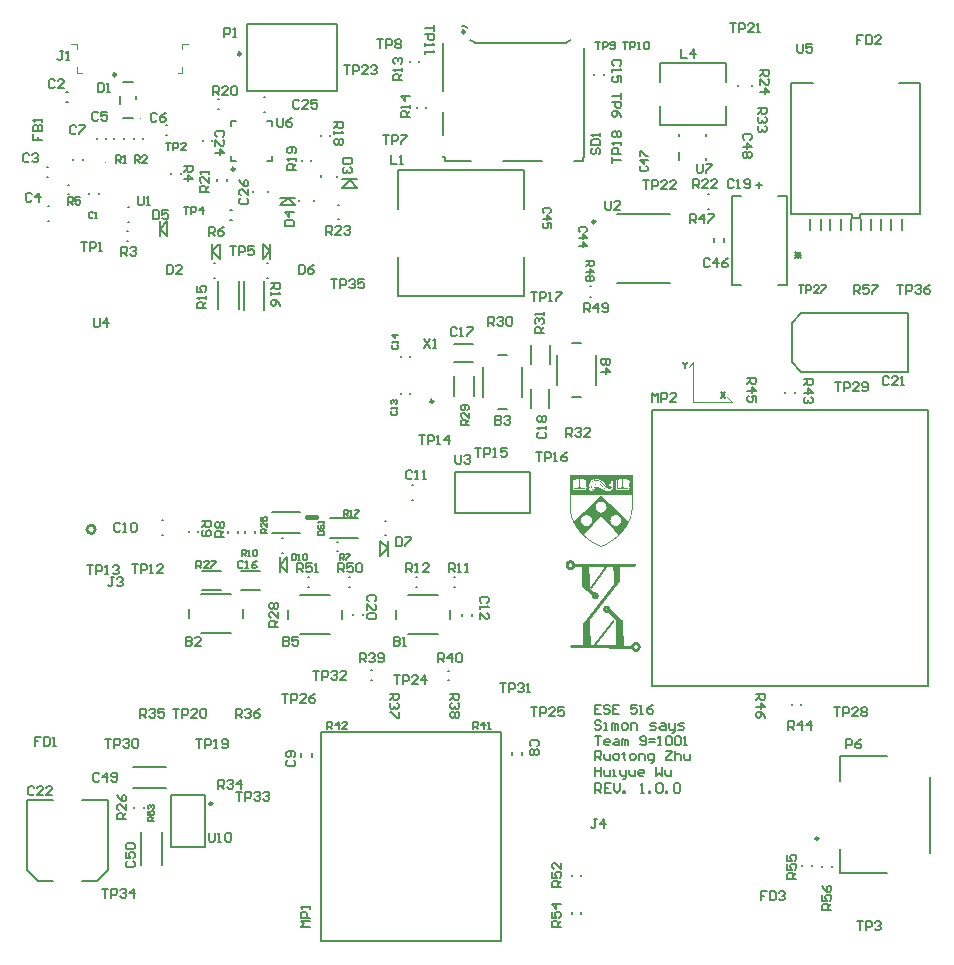
<source format=gto>
G04*
G04 #@! TF.GenerationSoftware,Altium Limited,Altium Designer,21.6.1 (37)*
G04*
G04 Layer_Color=65535*
%FSLAX25Y25*%
%MOIN*%
G70*
G04*
G04 #@! TF.SameCoordinates,95DD4E70-6A61-474B-92DE-76CD3143066D*
G04*
G04*
G04 #@! TF.FilePolarity,Positive*
G04*
G01*
G75*
%ADD10C,0.00984*%
%ADD11C,0.00394*%
%ADD12C,0.01000*%
%ADD13C,0.00787*%
%ADD14C,0.00600*%
%ADD15C,0.00500*%
%ADD16C,0.00669*%
%ADD17C,0.01575*%
%ADD18C,0.00800*%
G36*
X199335Y103740D02*
Y103747D01*
X199341D01*
Y103754D01*
X199348D01*
Y103767D01*
X199355D01*
Y103773D01*
X199361D01*
Y103780D01*
X199368D01*
Y103787D01*
X199374D01*
Y103800D01*
X199381D01*
Y103806D01*
X199388D01*
Y103813D01*
X199394D01*
Y103826D01*
X199401D01*
Y103833D01*
X199407D01*
Y103839D01*
X199414D01*
Y103852D01*
X199420D01*
Y103859D01*
X199427D01*
Y103866D01*
X199434D01*
Y103879D01*
X199440D01*
Y103885D01*
X199447D01*
Y103892D01*
X199453D01*
Y103899D01*
X199460D01*
Y103905D01*
X199467D01*
Y103918D01*
X199473D01*
Y103925D01*
X199480D01*
Y103931D01*
X199486D01*
Y103945D01*
X199493D01*
Y103951D01*
X199500D01*
Y103958D01*
X199506D01*
Y103964D01*
X199513D01*
Y103978D01*
X199519D01*
Y103984D01*
X199526D01*
Y103997D01*
X199532D01*
Y104004D01*
X199539D01*
Y104011D01*
X199546D01*
Y104017D01*
X199552D01*
Y104024D01*
X199559D01*
Y104037D01*
X199565D01*
Y104044D01*
X199572D01*
Y104050D01*
X199579D01*
Y104057D01*
X199585D01*
Y104070D01*
X199592D01*
Y104077D01*
X199598D01*
Y104083D01*
X199605D01*
Y104090D01*
X199612D01*
Y104103D01*
X199618D01*
Y104109D01*
X199625D01*
Y104116D01*
X199631D01*
Y104123D01*
X199638D01*
Y104136D01*
X199645D01*
Y104142D01*
X199651D01*
Y104156D01*
X199658D01*
Y104162D01*
X199664D01*
Y104169D01*
X199671D01*
Y104175D01*
X199678D01*
Y104189D01*
X199684D01*
Y104195D01*
X199691D01*
Y104202D01*
X199697D01*
Y104215D01*
X199704D01*
Y104221D01*
X199711D01*
Y104228D01*
X199717D01*
Y104241D01*
X199724D01*
Y104248D01*
X199730D01*
Y104261D01*
X199737D01*
Y104268D01*
X199743D01*
Y104274D01*
X199750D01*
Y104281D01*
X199757D01*
Y104287D01*
X199763D01*
Y104301D01*
X199770D01*
Y104307D01*
X199776D01*
Y104314D01*
X199783D01*
Y104327D01*
X199790D01*
Y104333D01*
X199796D01*
Y104340D01*
X199803D01*
Y104347D01*
X199809D01*
Y104353D01*
X199816D01*
Y104367D01*
X199822D01*
Y104373D01*
X199829D01*
Y104380D01*
X199836D01*
Y104393D01*
X199842D01*
Y104399D01*
X199849D01*
Y104406D01*
X199855D01*
Y104419D01*
X199862D01*
Y104426D01*
X199869D01*
Y104432D01*
X199875D01*
Y104439D01*
X199882D01*
Y104452D01*
X199888D01*
Y104459D01*
X199895D01*
Y104465D01*
X199902D01*
Y104472D01*
X199908D01*
Y104485D01*
X199915D01*
Y104492D01*
X199921D01*
Y104498D01*
X199928D01*
Y104505D01*
X199934D01*
Y104518D01*
X199941D01*
Y104531D01*
X199948D01*
Y104538D01*
X199954D01*
Y104544D01*
X199961D01*
Y104551D01*
X199968D01*
Y104558D01*
X199974D01*
Y104571D01*
X199981D01*
Y104577D01*
X199987D01*
Y104584D01*
X199994D01*
Y104590D01*
X200000D01*
Y104604D01*
X200007D01*
Y104610D01*
X200014D01*
Y104617D01*
X200020D01*
Y104623D01*
X200027D01*
Y104637D01*
X200033D01*
Y104643D01*
X200040D01*
Y104656D01*
X200047D01*
Y104663D01*
X200053D01*
Y104670D01*
X200060D01*
Y104683D01*
X200066D01*
Y104689D01*
X200073D01*
Y104696D01*
X200079D01*
Y104702D01*
X200086D01*
Y104709D01*
X200093D01*
Y104722D01*
X200099D01*
Y104729D01*
X200106D01*
Y104736D01*
X200112D01*
Y104742D01*
X200119D01*
Y104755D01*
X200126D01*
Y104762D01*
X200132D01*
Y104768D01*
X200139D01*
Y104775D01*
X200145D01*
Y104788D01*
X200152D01*
Y104795D01*
X200159D01*
Y104808D01*
X200165D01*
Y104815D01*
X200172D01*
Y104821D01*
X200178D01*
Y104828D01*
X200185D01*
Y104841D01*
X200191D01*
Y104848D01*
X200198D01*
Y104854D01*
X200205D01*
Y104861D01*
X200211D01*
Y104874D01*
X200218D01*
Y104880D01*
X200224D01*
Y104887D01*
X200231D01*
Y104900D01*
X200238D01*
Y104907D01*
X200244D01*
Y104920D01*
X200251D01*
Y104927D01*
X200257D01*
Y104933D01*
X200264D01*
Y104940D01*
X200271D01*
Y104953D01*
X200277D01*
Y104959D01*
X200284D01*
Y104966D01*
X200290D01*
Y104973D01*
X200297D01*
Y104986D01*
X200304D01*
Y104992D01*
X200310D01*
Y104999D01*
X200317D01*
Y105006D01*
X200323D01*
Y105019D01*
X200330D01*
Y105025D01*
X200337D01*
Y105032D01*
X200343D01*
Y105045D01*
X200350D01*
Y105052D01*
X200356D01*
Y105058D01*
X200363D01*
Y105072D01*
X200370D01*
Y105078D01*
X200376D01*
Y105085D01*
X200383D01*
Y105091D01*
X200389D01*
Y105104D01*
X200396D01*
Y105111D01*
X200402D01*
Y105118D01*
X200409D01*
Y105124D01*
X200416D01*
Y105138D01*
X200422D01*
Y105144D01*
X200429D01*
Y105151D01*
X200435D01*
Y105157D01*
X200442D01*
Y105170D01*
X200448D01*
Y105177D01*
X200455D01*
Y105190D01*
X200462D01*
Y105197D01*
X200468D01*
Y105203D01*
X200475D01*
Y105210D01*
X200482D01*
Y105223D01*
X200488D01*
Y105230D01*
X200495D01*
Y105236D01*
X200501D01*
Y105243D01*
X200508D01*
Y105256D01*
X200514D01*
Y105263D01*
X200521D01*
Y105269D01*
X200528D01*
Y105276D01*
X200534D01*
Y105289D01*
X200541D01*
Y105296D01*
X200547D01*
Y105302D01*
X200554D01*
Y105315D01*
X200561D01*
Y105322D01*
X200567D01*
Y105329D01*
X200574D01*
Y105342D01*
X200580D01*
Y105348D01*
X200587D01*
Y105355D01*
X200593D01*
Y105361D01*
X200600D01*
Y105375D01*
X200607D01*
Y105381D01*
X200613D01*
Y105388D01*
X200620D01*
Y105394D01*
X200626D01*
Y105408D01*
X200633D01*
Y105414D01*
X200640D01*
Y105421D01*
X200646D01*
Y105427D01*
X200653D01*
Y105441D01*
X200659D01*
Y105447D01*
X200666D01*
Y105460D01*
X200673D01*
Y105467D01*
X200679D01*
Y105474D01*
X200686D01*
Y105480D01*
X200692D01*
Y105493D01*
X200699D01*
Y105500D01*
X200706D01*
Y105507D01*
X200712D01*
Y105513D01*
X200719D01*
Y105526D01*
X200725D01*
Y105533D01*
X200732D01*
Y105540D01*
X200739D01*
Y105546D01*
X200745D01*
Y105559D01*
X200752D01*
Y105572D01*
X200758D01*
Y105579D01*
X200765D01*
Y105586D01*
X200771D01*
Y105592D01*
X200778D01*
Y105605D01*
X200785D01*
Y105612D01*
X200791D01*
Y105619D01*
X200798D01*
Y105625D01*
X200804D01*
Y105638D01*
X200811D01*
Y105645D01*
X200818D01*
Y105651D01*
X200824D01*
Y105658D01*
X200831D01*
Y105665D01*
X200837D01*
Y105678D01*
X200844D01*
Y105684D01*
X200851D01*
Y105691D01*
X200857D01*
Y105704D01*
X200864D01*
Y105711D01*
X200870D01*
Y105717D01*
X200877D01*
Y105731D01*
X200890D01*
Y105744D01*
X200897D01*
Y105757D01*
X200903D01*
Y105763D01*
X200910D01*
Y105770D01*
X200916D01*
Y105777D01*
X200923D01*
Y105790D01*
X200930D01*
Y105797D01*
X200936D01*
Y105803D01*
X200943D01*
Y105810D01*
X200949D01*
Y105823D01*
X200956D01*
Y105829D01*
X200963D01*
Y105836D01*
X200969D01*
Y105849D01*
X200976D01*
Y105856D01*
X200982D01*
Y105862D01*
X200989D01*
Y105876D01*
X200995D01*
Y105882D01*
X201002D01*
Y105889D01*
X201009D01*
Y105895D01*
X201015D01*
Y105909D01*
X201022D01*
Y105915D01*
X201028D01*
Y105922D01*
X201035D01*
Y105928D01*
X201042D01*
Y105941D01*
X201048D01*
Y105948D01*
X201055D01*
Y105955D01*
X201061D01*
Y105968D01*
X201068D01*
Y105974D01*
X201075D01*
Y105981D01*
X201081D01*
Y105994D01*
X201088D01*
Y106001D01*
X201094D01*
Y106007D01*
X201101D01*
Y106014D01*
X201108D01*
Y106027D01*
X201114D01*
Y106034D01*
X201121D01*
Y106040D01*
X201127D01*
Y106047D01*
X201134D01*
Y106060D01*
X201140D01*
Y106067D01*
X201147D01*
Y106073D01*
X201154D01*
Y106080D01*
X201160D01*
Y106093D01*
X201167D01*
Y106100D01*
X201173D01*
Y106106D01*
X201180D01*
Y106113D01*
X201187D01*
Y106126D01*
X201193D01*
Y106132D01*
X201200D01*
Y106146D01*
X201206D01*
Y106152D01*
X201213D01*
Y106159D01*
X201220D01*
Y106166D01*
X201226D01*
Y106179D01*
X201233D01*
Y106185D01*
X201239D01*
Y106192D01*
X201246D01*
Y106199D01*
X201253D01*
Y106212D01*
X201259D01*
Y106218D01*
X201266D01*
Y106225D01*
X201272D01*
Y106238D01*
X201279D01*
Y106245D01*
X201286D01*
Y106251D01*
X201292D01*
Y106264D01*
X201299D01*
Y106271D01*
X201305D01*
Y106278D01*
X201312D01*
Y106291D01*
X201318D01*
Y106297D01*
X201325D01*
Y106304D01*
X201332D01*
Y106310D01*
X201338D01*
Y106324D01*
X201345D01*
Y106330D01*
X201351D01*
Y106337D01*
X201358D01*
Y106343D01*
X201364D01*
Y106357D01*
X201371D01*
Y106363D01*
X201378D01*
Y106370D01*
X201384D01*
Y106376D01*
X201391D01*
Y106390D01*
X201397D01*
Y106396D01*
X201404D01*
Y106403D01*
X201411D01*
Y106416D01*
X201424D01*
Y106429D01*
X201430D01*
Y106436D01*
X201437D01*
Y106449D01*
X201444D01*
Y106456D01*
X201450D01*
Y106462D01*
X201457D01*
Y106475D01*
X201463D01*
Y106482D01*
X201470D01*
Y106488D01*
X201477D01*
Y106495D01*
X201483D01*
Y106508D01*
X201490D01*
Y106515D01*
X201496D01*
Y106528D01*
X201503D01*
Y106535D01*
X201509D01*
Y106541D01*
X201516D01*
Y106548D01*
X201523D01*
Y106561D01*
X201529D01*
Y106568D01*
X201536D01*
Y106574D01*
X201542D01*
Y106581D01*
X201549D01*
Y106594D01*
X201556D01*
Y106600D01*
X201562D01*
Y106607D01*
X201569D01*
Y106614D01*
X201575D01*
Y106627D01*
X201582D01*
Y106633D01*
X201589D01*
Y106640D01*
X201595D01*
Y106647D01*
X201602D01*
Y106660D01*
X201608D01*
Y106666D01*
X201615D01*
Y106679D01*
X201622D01*
Y106686D01*
X201635D01*
Y106699D01*
X201641D01*
Y106712D01*
X201648D01*
Y106719D01*
X201655D01*
Y106726D01*
X201661D01*
Y106732D01*
X201668D01*
Y106745D01*
X201674D01*
Y106752D01*
X201681D01*
Y106759D01*
X201687D01*
Y106765D01*
X201694D01*
Y106778D01*
X201701D01*
Y106785D01*
X201707D01*
Y106791D01*
X201714D01*
Y106798D01*
X201720D01*
Y106805D01*
X201727D01*
Y106818D01*
X201734D01*
Y106831D01*
X201740D01*
Y106838D01*
X201747D01*
Y106844D01*
X201753D01*
Y106851D01*
X201760D01*
Y106864D01*
X201766D01*
Y106871D01*
X201773D01*
Y106877D01*
X201780D01*
Y106884D01*
X201786D01*
Y106897D01*
X201793D01*
Y106904D01*
X201800D01*
Y106910D01*
X201806D01*
Y106923D01*
X201813D01*
Y106930D01*
X201819D01*
Y106943D01*
X201826D01*
Y106950D01*
X201832D01*
Y106956D01*
X201839D01*
Y106963D01*
X201846D01*
Y106976D01*
X201852D01*
Y106983D01*
X201859D01*
Y106989D01*
X201865D01*
Y106996D01*
X201872D01*
Y107009D01*
X201878D01*
Y107016D01*
X201885D01*
Y107022D01*
X201892D01*
Y107029D01*
X201898D01*
Y107035D01*
X201905D01*
Y107049D01*
X201911D01*
Y107055D01*
X201918D01*
Y107062D01*
X201925D01*
Y107068D01*
X201931D01*
Y107081D01*
X201938D01*
Y107088D01*
X201944D01*
Y107101D01*
X201958D01*
Y107114D01*
X201964D01*
Y107121D01*
X201971D01*
Y107134D01*
X201977D01*
Y107141D01*
X201984D01*
Y107147D01*
X201991D01*
Y107154D01*
X201997D01*
Y107167D01*
X202004D01*
Y107174D01*
X202010D01*
Y107180D01*
X202017D01*
Y107194D01*
X202024D01*
Y107200D01*
X202030D01*
Y107213D01*
X202037D01*
Y107220D01*
X202043D01*
Y107227D01*
X202050D01*
Y107233D01*
X202057D01*
Y107246D01*
X202063D01*
Y107253D01*
X202070D01*
Y107259D01*
X202076D01*
Y107266D01*
X202083D01*
Y107279D01*
X202089D01*
Y107286D01*
X202096D01*
Y107292D01*
X202103D01*
Y107299D01*
X202109D01*
Y107312D01*
X202116D01*
Y107319D01*
X202122D01*
Y107332D01*
X202129D01*
Y107339D01*
X202135D01*
Y107345D01*
X202142D01*
Y107352D01*
X202149D01*
Y107365D01*
X202155D01*
Y107371D01*
X202162D01*
Y107378D01*
X202168D01*
Y107385D01*
X202175D01*
Y107398D01*
X202182D01*
Y107404D01*
X202188D01*
Y107411D01*
X202195D01*
Y107418D01*
X202201D01*
Y107431D01*
X202208D01*
Y107437D01*
X202215D01*
Y107444D01*
X202221D01*
Y107450D01*
X202228D01*
Y107464D01*
X202234D01*
Y107470D01*
X202241D01*
Y107483D01*
X202248D01*
Y107490D01*
X202254D01*
Y107497D01*
X202261D01*
Y107503D01*
X202267D01*
Y107516D01*
X202274D01*
Y107523D01*
X202280D01*
Y107530D01*
X202287D01*
Y107536D01*
X202294D01*
Y107549D01*
X202300D01*
Y107556D01*
X202307D01*
Y107563D01*
X202313D01*
Y107569D01*
X202320D01*
Y107582D01*
X202327D01*
Y107596D01*
X202333D01*
Y107602D01*
X202340D01*
Y107609D01*
X202346D01*
Y107615D01*
X202353D01*
Y107622D01*
X202360D01*
Y107635D01*
X202366D01*
Y107642D01*
X202373D01*
Y107648D01*
X202379D01*
Y107655D01*
X202386D01*
Y107668D01*
X202393D01*
Y107675D01*
X202399D01*
Y107681D01*
X202406D01*
Y107688D01*
X202412D01*
Y107701D01*
X202419D01*
Y107708D01*
X202426D01*
Y107714D01*
X202432D01*
Y107721D01*
X202439D01*
Y107734D01*
X202445D01*
Y107740D01*
X202452D01*
Y107747D01*
X202459D01*
Y107754D01*
X202465D01*
Y107767D01*
X202472D01*
Y107773D01*
X202478D01*
Y107780D01*
X202485D01*
Y107787D01*
X202491D01*
Y107800D01*
X202498D01*
Y107806D01*
X202505D01*
Y107820D01*
X202511D01*
Y107826D01*
X202518D01*
Y107833D01*
X202524D01*
Y107839D01*
X202531D01*
Y107852D01*
X202537D01*
Y107866D01*
X202544D01*
Y107872D01*
X202551D01*
Y107879D01*
X202557D01*
Y107886D01*
X202564D01*
Y107899D01*
X202571D01*
Y107905D01*
X202577D01*
Y107912D01*
X202584D01*
Y107918D01*
X202590D01*
Y107925D01*
X202597D01*
Y107938D01*
X202603D01*
Y107945D01*
X202610D01*
Y107951D01*
X202617D01*
Y107965D01*
X202623D01*
Y107971D01*
X202630D01*
Y107984D01*
X202636D01*
Y107991D01*
X202643D01*
Y107998D01*
X202650D01*
Y108004D01*
X202656D01*
Y108017D01*
X202663D01*
Y108024D01*
X202669D01*
Y108030D01*
X202676D01*
Y108037D01*
X202682D01*
Y108050D01*
X202696D01*
Y108063D01*
X202702D01*
Y108070D01*
X202709D01*
Y108077D01*
X202715D01*
Y108090D01*
X202722D01*
Y108096D01*
X202729D01*
Y108103D01*
X202735D01*
Y108116D01*
X202742D01*
Y108123D01*
X202748D01*
Y108129D01*
X202755D01*
Y108136D01*
X202762D01*
Y108142D01*
X202768D01*
Y108156D01*
X202775D01*
Y108162D01*
X202781D01*
Y108175D01*
X202788D01*
Y108182D01*
X202795D01*
Y108189D01*
X202801D01*
Y108195D01*
X202808D01*
Y108208D01*
X202814D01*
Y108215D01*
X202821D01*
Y108222D01*
X202828D01*
Y108235D01*
X202834D01*
Y108241D01*
X202841D01*
Y108248D01*
X202847D01*
Y108255D01*
X202854D01*
Y108268D01*
X202860D01*
Y108274D01*
X202867D01*
Y108287D01*
X202874D01*
Y108294D01*
X202880D01*
Y108301D01*
X202887D01*
Y108314D01*
X202893D01*
Y108320D01*
X202900D01*
Y108327D01*
X202907D01*
Y108334D01*
X202913D01*
Y108347D01*
X202920D01*
Y108353D01*
X202926D01*
Y108360D01*
X202933D01*
Y108367D01*
X202940D01*
Y108380D01*
X202946D01*
Y108386D01*
X202953D01*
Y108393D01*
X202959D01*
Y108406D01*
X202966D01*
Y108413D01*
X202973D01*
Y108419D01*
X202979D01*
Y108426D01*
X202986D01*
Y108432D01*
X202992D01*
Y108439D01*
X202999D01*
Y108446D01*
X203005D01*
Y108459D01*
X203012D01*
Y108472D01*
X203019D01*
Y108478D01*
X203025D01*
Y108485D01*
X203032D01*
Y108492D01*
X203038D01*
Y108505D01*
X203045D01*
Y108511D01*
X203051D01*
Y108518D01*
X203058D01*
Y108525D01*
X203065D01*
Y108538D01*
X203071D01*
Y108545D01*
X203078D01*
Y108551D01*
X203084D01*
Y108558D01*
X203091D01*
Y108571D01*
X203098D01*
Y108577D01*
X203104D01*
Y108591D01*
X203111D01*
Y108597D01*
X203117D01*
Y108604D01*
X203124D01*
Y108617D01*
X203131D01*
Y108624D01*
X203137D01*
Y108630D01*
X203144D01*
Y108637D01*
X203150D01*
Y108650D01*
X203157D01*
Y108657D01*
X203164D01*
Y108670D01*
X203170D01*
Y108676D01*
X203177D01*
Y108683D01*
X203183D01*
Y108689D01*
X203190D01*
Y108703D01*
X203197D01*
Y108709D01*
X203203D01*
Y108716D01*
X203210D01*
Y108722D01*
X203216D01*
Y108736D01*
X203223D01*
Y108742D01*
X203229D01*
Y108749D01*
X203236D01*
Y108755D01*
X203243D01*
Y108768D01*
X203249D01*
Y108775D01*
X203256D01*
Y108782D01*
X203262D01*
Y108788D01*
X203269D01*
Y108795D01*
X203276D01*
Y108808D01*
X203282D01*
Y108815D01*
X203289D01*
Y108821D01*
X203295D01*
Y108828D01*
X203302D01*
Y108841D01*
X203309D01*
Y108848D01*
X203315D01*
Y108854D01*
X203322D01*
Y108861D01*
X203328D01*
Y108874D01*
X203335D01*
Y108887D01*
X203342D01*
Y108894D01*
X203348D01*
Y108900D01*
X203355D01*
Y108907D01*
X203361D01*
Y108920D01*
X203368D01*
Y108927D01*
X203375D01*
Y108940D01*
X203381D01*
Y108946D01*
X203388D01*
Y108953D01*
X203394D01*
Y108966D01*
X203401D01*
Y108973D01*
X203407D01*
Y108979D01*
X203414D01*
Y108986D01*
X203421D01*
Y108993D01*
X203427D01*
Y109006D01*
X203434D01*
Y109012D01*
X203440D01*
Y109019D01*
X203447D01*
Y109032D01*
X203453D01*
Y109039D01*
X203460D01*
Y109045D01*
X203467D01*
Y109052D01*
X203473D01*
Y109058D01*
X203480D01*
Y109072D01*
X203486D01*
Y109078D01*
X203493D01*
Y109085D01*
X203500D01*
Y109091D01*
X203506D01*
Y109105D01*
X203513D01*
Y109111D01*
X203519D01*
Y109124D01*
X203533D01*
Y109137D01*
X203539D01*
Y109144D01*
X203546D01*
Y109157D01*
X203552D01*
Y109164D01*
X203559D01*
Y109170D01*
X203566D01*
Y109177D01*
X203572D01*
Y109190D01*
X203579D01*
Y109197D01*
X203585D01*
Y109203D01*
X203592D01*
Y109210D01*
X203598D01*
Y109223D01*
X203605D01*
Y109230D01*
X203612D01*
Y109236D01*
X203618D01*
Y109250D01*
X203625D01*
Y109256D01*
X203631D01*
Y109269D01*
X203638D01*
Y109276D01*
X203645D01*
Y109283D01*
X203651D01*
Y109289D01*
X203658D01*
Y109302D01*
X203664D01*
Y109309D01*
X203671D01*
Y109316D01*
X203678D01*
Y109322D01*
X203684D01*
Y109335D01*
X203691D01*
Y109342D01*
X203697D01*
Y109348D01*
X203704D01*
Y109362D01*
X203717D01*
Y109375D01*
X203724D01*
Y109381D01*
X203730D01*
Y109395D01*
X203737D01*
Y109401D01*
X203744D01*
Y109408D01*
X203750D01*
Y109414D01*
X203757D01*
Y109427D01*
X203763D01*
Y109434D01*
X203770D01*
Y109441D01*
X203776D01*
Y109447D01*
X203783D01*
Y109460D01*
X203790D01*
Y109467D01*
X203796D01*
Y109474D01*
X203803D01*
Y109480D01*
X203809D01*
Y109493D01*
X203816D01*
Y109500D01*
X203823D01*
Y109507D01*
X203829D01*
Y109513D01*
X203836D01*
Y109526D01*
X203842D01*
Y109533D01*
X203849D01*
Y109546D01*
X203855D01*
Y109553D01*
X203862D01*
Y109559D01*
X203869D01*
Y109566D01*
X203875D01*
Y109579D01*
X203882D01*
Y109586D01*
X203889D01*
Y109592D01*
X203895D01*
Y109605D01*
X203902D01*
Y109612D01*
X203908D01*
Y109625D01*
X203915D01*
Y109632D01*
X203921D01*
Y109638D01*
X203928D01*
Y109645D01*
X203935D01*
Y109658D01*
X203941D01*
Y109665D01*
X203948D01*
Y109671D01*
X203954D01*
Y109678D01*
X203961D01*
Y109691D01*
X203967D01*
Y109698D01*
X203974D01*
Y109704D01*
X203981D01*
Y109711D01*
X203987D01*
Y109724D01*
X203994D01*
Y109731D01*
X204000D01*
Y109737D01*
X204007D01*
Y109744D01*
X204014D01*
Y109750D01*
X204020D01*
Y109764D01*
X204027D01*
Y109777D01*
X204033D01*
Y109783D01*
X204040D01*
Y109790D01*
X204047D01*
Y109797D01*
X204053D01*
Y109810D01*
X204060D01*
Y109816D01*
X204066D01*
Y109823D01*
X204073D01*
Y109829D01*
X204080D01*
Y109843D01*
X204086D01*
Y109849D01*
X204093D01*
Y109856D01*
X204099D01*
Y109862D01*
X204106D01*
Y109876D01*
X204113D01*
Y109882D01*
X204119D01*
Y109895D01*
X204126D01*
Y109902D01*
X204132D01*
Y109909D01*
X204139D01*
Y109915D01*
X204146D01*
Y109928D01*
X204152D01*
Y109935D01*
X204159D01*
Y109941D01*
X204165D01*
Y109948D01*
X204172D01*
Y109961D01*
X204178D01*
Y109968D01*
X204185D01*
Y109975D01*
X204192D01*
Y109981D01*
X204198D01*
Y109994D01*
X204205D01*
Y110001D01*
X204211D01*
Y110007D01*
X204218D01*
Y110014D01*
X204224D01*
Y110027D01*
X204231D01*
Y110040D01*
X204238D01*
Y110047D01*
X204244D01*
Y110054D01*
X204251D01*
Y110060D01*
X204257D01*
Y110067D01*
X204264D01*
Y110080D01*
X204271D01*
Y110087D01*
X204277D01*
Y110093D01*
X204284D01*
Y110100D01*
X204291D01*
Y110113D01*
X204297D01*
Y110119D01*
X204304D01*
Y110126D01*
X204310D01*
Y110133D01*
X204317D01*
Y110146D01*
X204323D01*
Y110152D01*
X204330D01*
Y110159D01*
X204337D01*
Y110166D01*
X204343D01*
Y110179D01*
X204350D01*
Y110185D01*
X204356D01*
Y110198D01*
X204363D01*
Y110205D01*
X204369D01*
Y110212D01*
X204376D01*
Y110218D01*
X204383D01*
Y110231D01*
X204389D01*
Y110238D01*
X204396D01*
Y110245D01*
X204402D01*
Y110258D01*
X204409D01*
Y110264D01*
X204416D01*
Y110278D01*
X204422D01*
Y110284D01*
X204429D01*
Y110291D01*
X204435D01*
Y110297D01*
X204442D01*
Y110310D01*
X204449D01*
Y110317D01*
X204455D01*
Y110324D01*
X204462D01*
Y110330D01*
X204468D01*
Y110344D01*
X204475D01*
Y110350D01*
X204482D01*
Y110357D01*
X204488D01*
Y110363D01*
X204495D01*
Y110376D01*
X204501D01*
Y110383D01*
X204508D01*
Y110390D01*
X204515D01*
Y110396D01*
X204521D01*
Y110403D01*
X204528D01*
Y110416D01*
X204534D01*
Y110423D01*
X204541D01*
Y110429D01*
X204548D01*
Y110436D01*
X204554D01*
Y110449D01*
X204561D01*
Y110456D01*
X204567D01*
Y110462D01*
X204574D01*
Y110469D01*
X204580D01*
Y110482D01*
X204587D01*
Y110488D01*
X204594D01*
Y110502D01*
X204600D01*
Y110508D01*
X204607D01*
Y110515D01*
X204613D01*
Y110528D01*
X204620D01*
Y110535D01*
X204626D01*
Y110548D01*
X204633D01*
Y110554D01*
X204640D01*
Y110561D01*
X204646D01*
Y110568D01*
X204653D01*
Y110581D01*
X204660D01*
Y110587D01*
X204666D01*
Y110594D01*
X204673D01*
Y110600D01*
X204679D01*
Y110614D01*
X204686D01*
Y110620D01*
X204692D01*
Y110627D01*
X204699D01*
Y110633D01*
X204706D01*
Y110647D01*
X204712D01*
Y110653D01*
X204719D01*
Y110660D01*
X204725D01*
Y110666D01*
X204732D01*
Y110680D01*
X204739D01*
Y110686D01*
X204745D01*
Y110693D01*
X204752D01*
Y110699D01*
X204758D01*
Y110713D01*
X204765D01*
Y110719D01*
X204771D01*
Y110726D01*
X204778D01*
Y110732D01*
X204785D01*
Y110746D01*
X204791D01*
Y110752D01*
X204798D01*
Y110759D01*
X204804D01*
Y110765D01*
X204811D01*
Y110778D01*
X204818D01*
Y110785D01*
X204824D01*
Y110792D01*
X204831D01*
Y110798D01*
X204837D01*
Y110805D01*
X204844D01*
Y110811D01*
X204851D01*
Y110818D01*
X204857D01*
Y110825D01*
X204864D01*
Y110838D01*
X204877D01*
Y110844D01*
X204884D01*
Y110851D01*
X204890D01*
Y110857D01*
X204897D01*
Y110864D01*
X204910D01*
Y110871D01*
X204917D01*
Y110877D01*
X204923D01*
Y110884D01*
X204936D01*
Y110890D01*
X204949D01*
Y110897D01*
X204963D01*
Y110904D01*
X204976D01*
Y110910D01*
X205002D01*
Y110917D01*
X205022D01*
Y110923D01*
X205042D01*
Y110930D01*
X205167D01*
Y110923D01*
X205187D01*
Y110917D01*
X205213D01*
Y110910D01*
X205233D01*
Y110904D01*
X205246D01*
Y110897D01*
X205259D01*
Y110890D01*
X205272D01*
Y110884D01*
X205279D01*
Y110877D01*
X205292D01*
Y110871D01*
X205299D01*
Y110864D01*
X205312D01*
Y110857D01*
X205318D01*
Y110851D01*
X205325D01*
Y110844D01*
X205332D01*
Y110838D01*
X205338D01*
Y110831D01*
X205345D01*
Y110825D01*
X205351D01*
Y110818D01*
X205358D01*
Y110811D01*
X205365D01*
Y110798D01*
X205371D01*
Y110792D01*
X205378D01*
Y110785D01*
X205384D01*
Y110772D01*
X205391D01*
Y110759D01*
X205398D01*
Y110746D01*
X205404D01*
Y110732D01*
X205411D01*
Y110719D01*
X205417D01*
Y110693D01*
X205424D01*
Y110653D01*
X205431D01*
Y110554D01*
X205424D01*
Y110515D01*
X205417D01*
Y110488D01*
X205411D01*
Y110475D01*
X205404D01*
Y110462D01*
X205398D01*
Y110449D01*
X205391D01*
Y110436D01*
X205384D01*
Y110423D01*
X205378D01*
Y110416D01*
X205371D01*
Y110403D01*
X205365D01*
Y110390D01*
X205358D01*
Y110383D01*
X205351D01*
Y110376D01*
X205345D01*
Y110363D01*
X205338D01*
Y110357D01*
X205332D01*
Y110344D01*
X205325D01*
Y110337D01*
X205318D01*
Y110330D01*
X205312D01*
Y110324D01*
X205305D01*
Y110310D01*
X205299D01*
Y110304D01*
X205292D01*
Y110291D01*
X205286D01*
Y110284D01*
X205279D01*
Y110278D01*
X205272D01*
Y110271D01*
X205266D01*
Y110258D01*
X205259D01*
Y110251D01*
X205253D01*
Y110245D01*
X205246D01*
Y110231D01*
X205239D01*
Y110225D01*
X205233D01*
Y110218D01*
X205226D01*
Y110212D01*
X205220D01*
Y110205D01*
X205213D01*
Y110192D01*
X205206D01*
Y110185D01*
X205200D01*
Y110179D01*
X205193D01*
Y110172D01*
X205187D01*
Y110159D01*
X205180D01*
Y110152D01*
X205173D01*
Y110146D01*
X205167D01*
Y110133D01*
X205160D01*
Y110126D01*
X205154D01*
Y110119D01*
X205147D01*
Y110106D01*
X205140D01*
Y110100D01*
X205134D01*
Y110093D01*
X205127D01*
Y110080D01*
X205121D01*
Y110073D01*
X205114D01*
Y110067D01*
X205108D01*
Y110060D01*
X205101D01*
Y110054D01*
X205094D01*
Y110040D01*
X205088D01*
Y110027D01*
X205081D01*
Y110021D01*
X205075D01*
Y110014D01*
X205068D01*
Y110007D01*
X205062D01*
Y109994D01*
X205055D01*
Y109988D01*
X205048D01*
Y109981D01*
X205042D01*
Y109975D01*
X205035D01*
Y109961D01*
X205029D01*
Y109955D01*
X205022D01*
Y109948D01*
X205015D01*
Y109941D01*
X205009D01*
Y109935D01*
X205002D01*
Y109922D01*
X204996D01*
Y109915D01*
X204989D01*
Y109909D01*
X204982D01*
Y109895D01*
X204976D01*
Y109889D01*
X204969D01*
Y109882D01*
X204963D01*
Y109876D01*
X204956D01*
Y109862D01*
X204949D01*
Y109856D01*
X204943D01*
Y109849D01*
X204936D01*
Y109836D01*
X204930D01*
Y109829D01*
X204923D01*
Y109823D01*
X204917D01*
Y109810D01*
X204910D01*
Y109803D01*
X204903D01*
Y109797D01*
X204897D01*
Y109790D01*
X204890D01*
Y109777D01*
X204884D01*
Y109770D01*
X204877D01*
Y109764D01*
X204870D01*
Y109757D01*
X204864D01*
Y109744D01*
X204857D01*
Y109737D01*
X204851D01*
Y109731D01*
X204844D01*
Y109718D01*
X204837D01*
Y109711D01*
X204831D01*
Y109698D01*
X204824D01*
Y109691D01*
X204818D01*
Y109685D01*
X204811D01*
Y109678D01*
X204804D01*
Y109671D01*
X204798D01*
Y109658D01*
X204791D01*
Y109652D01*
X204785D01*
Y109638D01*
X204778D01*
Y109632D01*
X204771D01*
Y109625D01*
X204765D01*
Y109619D01*
X204758D01*
Y109605D01*
X204752D01*
Y109599D01*
X204745D01*
Y109592D01*
X204739D01*
Y109586D01*
X204732D01*
Y109573D01*
X204725D01*
Y109566D01*
X204719D01*
Y109559D01*
X204712D01*
Y109553D01*
X204706D01*
Y109539D01*
X204699D01*
Y109533D01*
X204692D01*
Y109526D01*
X204686D01*
Y109520D01*
X204679D01*
Y109507D01*
X204673D01*
Y109500D01*
X204666D01*
Y109493D01*
X204660D01*
Y109487D01*
X204653D01*
Y109474D01*
X204646D01*
Y109467D01*
X204640D01*
Y109460D01*
X204633D01*
Y109447D01*
X204626D01*
Y109441D01*
X204620D01*
Y109434D01*
X204613D01*
Y109421D01*
X204607D01*
Y109414D01*
X204600D01*
Y109408D01*
X204594D01*
Y109401D01*
X204587D01*
Y109388D01*
X204580D01*
Y109381D01*
X204574D01*
Y109375D01*
X204567D01*
Y109368D01*
X204561D01*
Y109355D01*
X204554D01*
Y109348D01*
X204548D01*
Y109335D01*
X204541D01*
Y109329D01*
X204534D01*
Y109322D01*
X204528D01*
Y109309D01*
X204521D01*
Y109302D01*
X204515D01*
Y109296D01*
X204508D01*
Y109289D01*
X204501D01*
Y109283D01*
X204495D01*
Y109269D01*
X204488D01*
Y109263D01*
X204482D01*
Y109256D01*
X204475D01*
Y109250D01*
X204468D01*
Y109236D01*
X204462D01*
Y109230D01*
X204455D01*
Y109223D01*
X204449D01*
Y109210D01*
X204442D01*
Y109203D01*
X204435D01*
Y109197D01*
X204429D01*
Y109184D01*
X204422D01*
Y109177D01*
X204416D01*
Y109170D01*
X204409D01*
Y109164D01*
X204402D01*
Y109151D01*
X204396D01*
Y109144D01*
X204389D01*
Y109137D01*
X204383D01*
Y109124D01*
X204376D01*
Y109118D01*
X204369D01*
Y109111D01*
X204363D01*
Y109105D01*
X204356D01*
Y109091D01*
X204350D01*
Y109085D01*
X204343D01*
Y109078D01*
X204337D01*
Y109065D01*
X204330D01*
Y109058D01*
X204323D01*
Y109052D01*
X204317D01*
Y109039D01*
X204310D01*
Y109032D01*
X204304D01*
Y109026D01*
X204297D01*
Y109019D01*
X204291D01*
Y109006D01*
X204284D01*
Y108999D01*
X204277D01*
Y108993D01*
X204271D01*
Y108986D01*
X204264D01*
Y108973D01*
X204257D01*
Y108966D01*
X204251D01*
Y108960D01*
X204244D01*
Y108953D01*
X204238D01*
Y108940D01*
X204231D01*
Y108933D01*
X204224D01*
Y108920D01*
X204218D01*
Y108914D01*
X204211D01*
Y108907D01*
X204205D01*
Y108900D01*
X204198D01*
Y108887D01*
X204192D01*
Y108880D01*
X204185D01*
Y108874D01*
X204178D01*
Y108867D01*
X204172D01*
Y108854D01*
X204165D01*
Y108848D01*
X204159D01*
Y108841D01*
X204152D01*
Y108834D01*
X204146D01*
Y108821D01*
X204139D01*
Y108815D01*
X204132D01*
Y108808D01*
X204126D01*
Y108795D01*
X204119D01*
Y108788D01*
X204113D01*
Y108782D01*
X204106D01*
Y108768D01*
X204099D01*
Y108762D01*
X204093D01*
Y108755D01*
X204086D01*
Y108749D01*
X204080D01*
Y108736D01*
X204073D01*
Y108729D01*
X204066D01*
Y108722D01*
X204060D01*
Y108716D01*
X204053D01*
Y108703D01*
X204047D01*
Y108696D01*
X204040D01*
Y108689D01*
X204033D01*
Y108676D01*
X204027D01*
Y108670D01*
X204020D01*
Y108657D01*
X204014D01*
Y108650D01*
X204007D01*
Y108643D01*
X204000D01*
Y108637D01*
X203994D01*
Y108624D01*
X203987D01*
Y108617D01*
X203981D01*
Y108610D01*
X203974D01*
Y108604D01*
X203967D01*
Y108597D01*
X203961D01*
Y108584D01*
X203954D01*
Y108577D01*
X203948D01*
Y108571D01*
X203941D01*
Y108564D01*
X203935D01*
Y108551D01*
X203928D01*
Y108545D01*
X203921D01*
Y108538D01*
X203915D01*
Y108525D01*
X203908D01*
Y108518D01*
X203902D01*
Y108511D01*
X203895D01*
Y108498D01*
X203889D01*
Y108492D01*
X203882D01*
Y108485D01*
X203875D01*
Y108478D01*
X203869D01*
Y108465D01*
X203862D01*
Y108459D01*
X203855D01*
Y108452D01*
X203849D01*
Y108446D01*
X203842D01*
Y108432D01*
X203836D01*
Y108426D01*
X203829D01*
Y108419D01*
X203823D01*
Y108406D01*
X203816D01*
Y108399D01*
X203809D01*
Y108386D01*
X203803D01*
Y108380D01*
X203796D01*
Y108373D01*
X203790D01*
Y108367D01*
X203783D01*
Y108353D01*
X203776D01*
Y108347D01*
X203770D01*
Y108340D01*
X203763D01*
Y108334D01*
X203757D01*
Y108320D01*
X203750D01*
Y108314D01*
X203744D01*
Y108307D01*
X203737D01*
Y108301D01*
X203730D01*
Y108294D01*
X203724D01*
Y108281D01*
X203717D01*
Y108274D01*
X203711D01*
Y108261D01*
X203704D01*
Y108255D01*
X203697D01*
Y108248D01*
X203691D01*
Y108235D01*
X203684D01*
Y108228D01*
X203678D01*
Y108222D01*
X203671D01*
Y108215D01*
X203664D01*
Y108202D01*
X203658D01*
Y108195D01*
X203651D01*
Y108189D01*
X203645D01*
Y108182D01*
X203638D01*
Y108175D01*
X203631D01*
Y108162D01*
X203625D01*
Y108156D01*
X203618D01*
Y108149D01*
X203612D01*
Y108136D01*
X203605D01*
Y108129D01*
X203598D01*
Y108116D01*
X203592D01*
Y108109D01*
X203585D01*
Y108103D01*
X203579D01*
Y108096D01*
X203572D01*
Y108083D01*
X203566D01*
Y108077D01*
X203559D01*
Y108070D01*
X203552D01*
Y108063D01*
X203546D01*
Y108050D01*
X203539D01*
Y108044D01*
X203533D01*
Y108037D01*
X203526D01*
Y108030D01*
X203519D01*
Y108017D01*
X203513D01*
Y108011D01*
X203506D01*
Y107998D01*
X203500D01*
Y107991D01*
X203493D01*
Y107984D01*
X203486D01*
Y107978D01*
X203480D01*
Y107965D01*
X203473D01*
Y107958D01*
X203467D01*
Y107951D01*
X203460D01*
Y107945D01*
X203453D01*
Y107932D01*
X203447D01*
Y107925D01*
X203440D01*
Y107918D01*
X203434D01*
Y107912D01*
X203427D01*
Y107899D01*
X203421D01*
Y107892D01*
X203414D01*
Y107886D01*
X203407D01*
Y107879D01*
X203401D01*
Y107866D01*
X203394D01*
Y107859D01*
X203388D01*
Y107846D01*
X203375D01*
Y107833D01*
X203368D01*
Y107826D01*
X203361D01*
Y107813D01*
X203355D01*
Y107806D01*
X203348D01*
Y107800D01*
X203342D01*
Y107793D01*
X203335D01*
Y107780D01*
X203328D01*
Y107773D01*
X203322D01*
Y107767D01*
X203315D01*
Y107760D01*
X203309D01*
Y107747D01*
X203302D01*
Y107734D01*
X203295D01*
Y107727D01*
X203289D01*
Y107721D01*
X203282D01*
Y107714D01*
X203276D01*
Y107701D01*
X203269D01*
Y107694D01*
X203262D01*
Y107688D01*
X203256D01*
Y107681D01*
X203249D01*
Y107668D01*
X203243D01*
Y107661D01*
X203236D01*
Y107655D01*
X203229D01*
Y107648D01*
X203223D01*
Y107642D01*
X203216D01*
Y107629D01*
X203210D01*
Y107622D01*
X203203D01*
Y107609D01*
X203197D01*
Y107602D01*
X203190D01*
Y107596D01*
X203183D01*
Y107582D01*
X203177D01*
Y107576D01*
X203170D01*
Y107569D01*
X203164D01*
Y107563D01*
X203157D01*
Y107549D01*
X203150D01*
Y107543D01*
X203144D01*
Y107536D01*
X203137D01*
Y107530D01*
X203131D01*
Y107523D01*
X203124D01*
Y107510D01*
X203117D01*
Y107503D01*
X203111D01*
Y107497D01*
X203104D01*
Y107490D01*
X203098D01*
Y107477D01*
X203091D01*
Y107470D01*
X203084D01*
Y107464D01*
X203078D01*
Y107450D01*
X203071D01*
Y107444D01*
X203065D01*
Y107437D01*
X203058D01*
Y107424D01*
X203051D01*
Y107418D01*
X203045D01*
Y107411D01*
X203038D01*
Y107398D01*
X203032D01*
Y107391D01*
X203025D01*
Y107385D01*
X203019D01*
Y107378D01*
X203012D01*
Y107365D01*
X203005D01*
Y107358D01*
X202999D01*
Y107345D01*
X202992D01*
Y107339D01*
X202986D01*
Y107332D01*
X202979D01*
Y107325D01*
X202973D01*
Y107312D01*
X202966D01*
Y107306D01*
X202959D01*
Y107299D01*
X202953D01*
Y107286D01*
X202946D01*
Y107279D01*
X202940D01*
Y107273D01*
X202933D01*
Y107266D01*
X202926D01*
Y107259D01*
X202920D01*
Y107246D01*
X202913D01*
Y107240D01*
X202907D01*
Y107233D01*
X202900D01*
Y107220D01*
X202893D01*
Y107213D01*
X202887D01*
Y107207D01*
X202880D01*
Y107194D01*
X202874D01*
Y107187D01*
X202867D01*
Y107180D01*
X202860D01*
Y107174D01*
X202854D01*
Y107161D01*
X202847D01*
Y107154D01*
X202841D01*
Y107147D01*
X202834D01*
Y107141D01*
X202828D01*
Y107134D01*
X202821D01*
Y107121D01*
X202814D01*
Y107114D01*
X202808D01*
Y107108D01*
X202801D01*
Y107095D01*
X202795D01*
Y107088D01*
X202788D01*
Y107081D01*
X202781D01*
Y107075D01*
X202775D01*
Y107062D01*
X202768D01*
Y107055D01*
X202762D01*
Y107042D01*
X202755D01*
Y107035D01*
X202748D01*
Y107029D01*
X202742D01*
Y107016D01*
X202735D01*
Y107009D01*
X202722D01*
Y106996D01*
X202715D01*
Y106989D01*
X202709D01*
Y106976D01*
X202702D01*
Y106969D01*
X202696D01*
Y106963D01*
X202689D01*
Y106956D01*
X202682D01*
Y106943D01*
X202676D01*
Y106937D01*
X202669D01*
Y106930D01*
X202663D01*
Y106917D01*
X202656D01*
Y106910D01*
X202650D01*
Y106897D01*
X202643D01*
Y106890D01*
X202636D01*
Y106884D01*
X202630D01*
Y106877D01*
X202623D01*
Y106864D01*
X202617D01*
Y106857D01*
X202610D01*
Y106851D01*
X202603D01*
Y106844D01*
X202597D01*
Y106831D01*
X202590D01*
Y106825D01*
X202584D01*
Y106818D01*
X202577D01*
Y106811D01*
X202571D01*
Y106798D01*
X202564D01*
Y106791D01*
X202557D01*
Y106785D01*
X202551D01*
Y106772D01*
X202544D01*
Y106765D01*
X202537D01*
Y106759D01*
X202531D01*
Y106745D01*
X202524D01*
Y106739D01*
X202518D01*
Y106732D01*
X202511D01*
Y106726D01*
X202505D01*
Y106719D01*
X202498D01*
Y106706D01*
X202491D01*
Y106699D01*
X202485D01*
Y106693D01*
X202478D01*
Y106686D01*
X202472D01*
Y106673D01*
X202465D01*
Y106666D01*
X202459D01*
Y106653D01*
X202452D01*
Y106647D01*
X202445D01*
Y106640D01*
X202439D01*
Y106627D01*
X202432D01*
Y106620D01*
X202426D01*
Y106614D01*
X202419D01*
Y106607D01*
X202412D01*
Y106594D01*
X202406D01*
Y106587D01*
X202399D01*
Y106581D01*
X202393D01*
Y106568D01*
X202386D01*
Y106561D01*
X202379D01*
Y106554D01*
X202373D01*
Y106548D01*
X202366D01*
Y106535D01*
X202360D01*
Y106528D01*
X202353D01*
Y106521D01*
X202346D01*
Y106515D01*
X202340D01*
Y106508D01*
X202333D01*
Y106502D01*
X202327D01*
Y106488D01*
X202320D01*
Y106482D01*
X202313D01*
Y106469D01*
X202307D01*
Y106462D01*
X202300D01*
Y106456D01*
X202294D01*
Y106442D01*
X202287D01*
Y106436D01*
X202280D01*
Y106429D01*
X202274D01*
Y106422D01*
X202267D01*
Y106409D01*
X202261D01*
Y106403D01*
X202254D01*
Y106390D01*
X202248D01*
Y106383D01*
X202241D01*
Y106376D01*
X202234D01*
Y106363D01*
X202228D01*
Y106357D01*
X202221D01*
Y106350D01*
X202215D01*
Y106343D01*
X202208D01*
Y106337D01*
X202201D01*
Y106324D01*
X202195D01*
Y106317D01*
X202188D01*
Y106310D01*
X202182D01*
Y106297D01*
X202175D01*
Y106291D01*
X202168D01*
Y106284D01*
X202162D01*
Y106278D01*
X202155D01*
Y106264D01*
X202149D01*
Y106258D01*
X202142D01*
Y106251D01*
X202135D01*
Y106238D01*
X202122D01*
Y106225D01*
X202116D01*
Y106218D01*
X202109D01*
Y106205D01*
X202103D01*
Y106199D01*
X202096D01*
Y106192D01*
X202089D01*
Y106185D01*
X202083D01*
Y106172D01*
X202076D01*
Y106166D01*
X202070D01*
Y106159D01*
X202063D01*
Y106152D01*
X202057D01*
Y106139D01*
X202050D01*
Y106132D01*
X202043D01*
Y106126D01*
X202037D01*
Y106119D01*
X202030D01*
Y106106D01*
X202024D01*
Y106093D01*
X202017D01*
Y106086D01*
X202010D01*
Y106080D01*
X202004D01*
Y106073D01*
X201997D01*
Y106060D01*
X201991D01*
Y106053D01*
X201984D01*
Y106047D01*
X201977D01*
Y106040D01*
X201971D01*
Y106034D01*
X201964D01*
Y106020D01*
X201958D01*
Y106014D01*
X201951D01*
Y106007D01*
X201944D01*
Y105994D01*
X201938D01*
Y105988D01*
X201931D01*
Y105974D01*
X201925D01*
Y105968D01*
X201918D01*
Y105961D01*
X201911D01*
Y105955D01*
X201905D01*
Y105941D01*
X201898D01*
Y105935D01*
X201892D01*
Y105928D01*
X201885D01*
Y105922D01*
X201878D01*
Y105909D01*
X201872D01*
Y105902D01*
X201865D01*
Y105895D01*
X201859D01*
Y105889D01*
X201852D01*
Y105876D01*
X201846D01*
Y105869D01*
X201839D01*
Y105862D01*
X201832D01*
Y105856D01*
X201826D01*
Y105843D01*
X201819D01*
Y105836D01*
X201813D01*
Y105829D01*
X201806D01*
Y105823D01*
X201800D01*
Y105816D01*
X201793D01*
Y105803D01*
X201786D01*
Y105790D01*
X201780D01*
Y105783D01*
X201773D01*
Y105777D01*
X201766D01*
Y105770D01*
X201760D01*
Y105757D01*
X201753D01*
Y105750D01*
X201747D01*
Y105744D01*
X201740D01*
Y105737D01*
X201734D01*
Y105724D01*
X201727D01*
Y105711D01*
X201720D01*
Y105704D01*
X201714D01*
Y105698D01*
X201707D01*
Y105691D01*
X201701D01*
Y105684D01*
X201694D01*
Y105671D01*
X201687D01*
Y105665D01*
X201681D01*
Y105658D01*
X201674D01*
Y105651D01*
X201668D01*
Y105638D01*
X201661D01*
Y105632D01*
X201655D01*
Y105625D01*
X201648D01*
Y105612D01*
X201641D01*
Y105605D01*
X201635D01*
Y105599D01*
X201628D01*
Y105586D01*
X201622D01*
Y105579D01*
X201615D01*
Y105572D01*
X201608D01*
Y105566D01*
X201602D01*
Y105553D01*
X201595D01*
Y105546D01*
X201589D01*
Y105540D01*
X201582D01*
Y105533D01*
X201575D01*
Y105520D01*
X201569D01*
Y105513D01*
X201562D01*
Y105507D01*
X201556D01*
Y105500D01*
X201549D01*
Y105487D01*
X201542D01*
Y105480D01*
X201536D01*
Y105474D01*
X201529D01*
Y105467D01*
X201523D01*
Y105454D01*
X201516D01*
Y105447D01*
X201509D01*
Y105441D01*
X201503D01*
Y105434D01*
X201496D01*
Y105421D01*
X201490D01*
Y105414D01*
X201483D01*
Y105401D01*
X201477D01*
Y105394D01*
X201470D01*
Y105388D01*
X201463D01*
Y105381D01*
X201457D01*
Y105368D01*
X201450D01*
Y105361D01*
X201444D01*
Y105355D01*
X201437D01*
Y105348D01*
X201430D01*
Y105335D01*
X201424D01*
Y105322D01*
X201417D01*
Y105315D01*
X201411D01*
Y105309D01*
X201404D01*
Y105302D01*
X201397D01*
Y105289D01*
X201391D01*
Y105282D01*
X201384D01*
Y105276D01*
X201378D01*
Y105269D01*
X201371D01*
Y105256D01*
X201364D01*
Y105250D01*
X201358D01*
Y105243D01*
X201351D01*
Y105236D01*
X201345D01*
Y105223D01*
X201338D01*
Y105217D01*
X201332D01*
Y105210D01*
X201325D01*
Y105203D01*
X201318D01*
Y105190D01*
X201312D01*
Y105184D01*
X201305D01*
Y105177D01*
X201299D01*
Y105170D01*
X201292D01*
Y105157D01*
X201286D01*
Y105151D01*
X201279D01*
Y105144D01*
X201272D01*
Y105138D01*
X201266D01*
Y105124D01*
X201259D01*
Y105118D01*
X201253D01*
Y105111D01*
X201246D01*
Y105098D01*
X201239D01*
Y105091D01*
X201233D01*
Y105085D01*
X201226D01*
Y105072D01*
X201220D01*
Y105065D01*
X201213D01*
Y105058D01*
X201206D01*
Y105052D01*
X201200D01*
Y105039D01*
X201193D01*
Y105032D01*
X201187D01*
Y105019D01*
X201180D01*
Y105012D01*
X201173D01*
Y105006D01*
X201167D01*
Y104999D01*
X201160D01*
Y104986D01*
X201154D01*
Y104979D01*
X201147D01*
Y104973D01*
X201140D01*
Y104966D01*
X201134D01*
Y104953D01*
X201127D01*
Y104946D01*
X201121D01*
Y104933D01*
X201114D01*
Y104927D01*
X201108D01*
Y104920D01*
X201101D01*
Y104907D01*
X201094D01*
Y104900D01*
X201088D01*
Y104894D01*
X201081D01*
Y104887D01*
X201075D01*
Y104880D01*
X201068D01*
Y104867D01*
X201061D01*
Y104861D01*
X201055D01*
Y104854D01*
X201048D01*
Y104848D01*
X201042D01*
Y104834D01*
X201035D01*
Y104828D01*
X201028D01*
Y104821D01*
X201022D01*
Y104815D01*
X201015D01*
Y104801D01*
X201009D01*
Y104795D01*
X201002D01*
Y104788D01*
X200995D01*
Y104782D01*
X200989D01*
Y104768D01*
X200982D01*
Y104762D01*
X200976D01*
Y104749D01*
X200963D01*
Y104736D01*
X200956D01*
Y104729D01*
X200949D01*
Y104722D01*
X200943D01*
Y104716D01*
X200936D01*
Y104702D01*
X200930D01*
Y104696D01*
X200923D01*
Y104683D01*
X200916D01*
Y104676D01*
X200910D01*
Y104670D01*
X200903D01*
Y104663D01*
X200897D01*
Y104650D01*
X200890D01*
Y104637D01*
X200884D01*
Y104630D01*
X200877D01*
Y104623D01*
X200870D01*
Y104617D01*
X200864D01*
Y104604D01*
X200857D01*
Y104597D01*
X200851D01*
Y104590D01*
X200844D01*
Y104584D01*
X200837D01*
Y104577D01*
X200831D01*
Y104564D01*
X200824D01*
Y104558D01*
X200818D01*
Y104551D01*
X200811D01*
Y104538D01*
X200804D01*
Y104531D01*
X200798D01*
Y104525D01*
X200791D01*
Y104511D01*
X200785D01*
Y104505D01*
X200778D01*
Y104498D01*
X200771D01*
Y104492D01*
X200765D01*
Y104485D01*
X200758D01*
Y104479D01*
X200752D01*
Y104465D01*
X200745D01*
Y104459D01*
X200739D01*
Y104446D01*
X200732D01*
Y104439D01*
X200725D01*
Y104432D01*
X200719D01*
Y104426D01*
X200712D01*
Y104413D01*
X200706D01*
Y104406D01*
X200699D01*
Y104399D01*
X200692D01*
Y104393D01*
X200686D01*
Y104380D01*
X200679D01*
Y104373D01*
X200673D01*
Y104367D01*
X200666D01*
Y104353D01*
X200659D01*
Y104347D01*
X200653D01*
Y104333D01*
X200646D01*
Y104327D01*
X200640D01*
Y104320D01*
X200633D01*
Y104314D01*
X200626D01*
Y104301D01*
X200620D01*
Y104294D01*
X200613D01*
Y104287D01*
X200607D01*
Y104274D01*
X200600D01*
Y104268D01*
X200593D01*
Y104261D01*
X200587D01*
Y104248D01*
X200580D01*
Y104241D01*
X200574D01*
Y104235D01*
X200567D01*
Y104221D01*
X200561D01*
Y104215D01*
X200554D01*
Y104208D01*
X200547D01*
Y104202D01*
X200541D01*
Y104195D01*
X200534D01*
Y104182D01*
X200528D01*
Y104175D01*
X200521D01*
Y104169D01*
X200514D01*
Y104162D01*
X200508D01*
Y104149D01*
X200501D01*
Y104142D01*
X200495D01*
Y104136D01*
X200488D01*
Y104129D01*
X200482D01*
Y104116D01*
X200475D01*
Y104109D01*
X200468D01*
Y104103D01*
X200462D01*
Y104096D01*
X200455D01*
Y104083D01*
X200448D01*
Y104077D01*
X200442D01*
Y104070D01*
X200435D01*
Y104063D01*
X200429D01*
Y104050D01*
X200422D01*
Y104044D01*
X200416D01*
Y104030D01*
X200409D01*
Y104024D01*
X200402D01*
Y104017D01*
X200396D01*
Y104011D01*
X200389D01*
Y103997D01*
X200383D01*
Y103991D01*
X200376D01*
Y103984D01*
X200370D01*
Y103971D01*
X200363D01*
Y103964D01*
X200356D01*
Y103951D01*
X200350D01*
Y103945D01*
X200337D01*
Y103931D01*
X200330D01*
Y103925D01*
X200323D01*
Y103912D01*
X200317D01*
Y103905D01*
X200310D01*
Y103899D01*
X200304D01*
Y103892D01*
X200297D01*
Y103879D01*
X200290D01*
Y103872D01*
X200284D01*
Y103866D01*
X200277D01*
Y103852D01*
X200271D01*
Y103846D01*
X200264D01*
Y103839D01*
X200257D01*
Y103833D01*
X200251D01*
Y103826D01*
X200244D01*
Y103813D01*
X200238D01*
Y103806D01*
X200231D01*
Y103793D01*
X200224D01*
Y103787D01*
X200218D01*
Y103780D01*
X200211D01*
Y103773D01*
X200205D01*
Y103760D01*
X200198D01*
Y103754D01*
X200191D01*
Y103747D01*
X200185D01*
Y103740D01*
X200178D01*
Y103727D01*
X200172D01*
Y103721D01*
X200165D01*
Y103714D01*
X200159D01*
Y103701D01*
X200152D01*
Y103694D01*
X200145D01*
Y103681D01*
X200139D01*
Y103674D01*
X200132D01*
Y103668D01*
X200126D01*
Y103661D01*
X200119D01*
Y103648D01*
X200112D01*
Y103642D01*
X200106D01*
Y103635D01*
X200099D01*
Y103622D01*
X200093D01*
Y103615D01*
X200086D01*
Y103609D01*
X200079D01*
Y103602D01*
X200073D01*
Y103589D01*
X200066D01*
Y103582D01*
X200060D01*
Y103576D01*
X200053D01*
Y103569D01*
X200047D01*
Y103562D01*
X200040D01*
Y103556D01*
X200033D01*
Y103543D01*
X200027D01*
Y103530D01*
X200020D01*
Y103523D01*
X200014D01*
Y103516D01*
X200007D01*
Y103510D01*
X200000D01*
Y103497D01*
X199994D01*
Y103490D01*
X199987D01*
Y103483D01*
X199981D01*
Y103477D01*
X199974D01*
Y103464D01*
X199968D01*
Y103457D01*
X199961D01*
Y103451D01*
X199954D01*
Y103444D01*
X199948D01*
Y103437D01*
X199941D01*
Y103424D01*
X199934D01*
Y103418D01*
X199928D01*
Y103411D01*
X199921D01*
Y103404D01*
X199915D01*
Y103391D01*
X199908D01*
Y103378D01*
X199902D01*
Y103371D01*
X199895D01*
Y103365D01*
X199888D01*
Y103358D01*
X199882D01*
Y103345D01*
X199875D01*
Y103338D01*
X199869D01*
Y103332D01*
X199862D01*
Y103319D01*
X199855D01*
Y103312D01*
X199849D01*
Y103299D01*
X199842D01*
Y103292D01*
X199829D01*
Y103279D01*
X199822D01*
Y103266D01*
X199816D01*
Y103259D01*
X199809D01*
Y103253D01*
X199803D01*
Y103246D01*
X199796D01*
Y103233D01*
X199790D01*
Y103226D01*
X199783D01*
Y103220D01*
X199776D01*
Y103213D01*
X199770D01*
Y103200D01*
X199763D01*
Y103193D01*
X199757D01*
Y103187D01*
X199750D01*
Y103180D01*
X199743D01*
Y103174D01*
X199737D01*
Y103161D01*
X199730D01*
Y103147D01*
X199724D01*
Y103141D01*
X199717D01*
Y103134D01*
X199711D01*
Y103128D01*
X199704D01*
Y103121D01*
X199697D01*
Y103108D01*
X199691D01*
Y103101D01*
X199684D01*
Y103095D01*
X199678D01*
Y103088D01*
X199671D01*
Y103075D01*
X199664D01*
Y103068D01*
X199658D01*
Y103062D01*
X199651D01*
Y103055D01*
X199645D01*
Y103042D01*
X199638D01*
Y103035D01*
X199631D01*
Y103029D01*
X199625D01*
Y103022D01*
X199618D01*
Y103009D01*
X199612D01*
Y102996D01*
X199605D01*
Y102989D01*
X199598D01*
Y102983D01*
X199592D01*
Y102976D01*
X199585D01*
Y102969D01*
X199579D01*
Y102956D01*
X199572D01*
Y102950D01*
X199565D01*
Y102943D01*
X199559D01*
Y102930D01*
X199552D01*
Y102923D01*
X199546D01*
Y102917D01*
X199539D01*
Y102910D01*
X199532D01*
Y102897D01*
X199526D01*
Y102890D01*
X199519D01*
Y102877D01*
X199513D01*
Y102871D01*
X199506D01*
Y102864D01*
X199500D01*
Y102857D01*
X199493D01*
Y102844D01*
X199486D01*
Y102838D01*
X199480D01*
Y102831D01*
X199473D01*
Y102824D01*
X199467D01*
Y102811D01*
X199460D01*
Y102805D01*
X199453D01*
Y102798D01*
X199447D01*
Y102792D01*
X199440D01*
Y102785D01*
X199434D01*
Y102772D01*
X199427D01*
Y102765D01*
X199420D01*
Y102759D01*
X199414D01*
Y102752D01*
X199407D01*
Y102739D01*
X199401D01*
Y102732D01*
X199394D01*
Y102719D01*
X199388D01*
Y102712D01*
X199381D01*
Y102706D01*
X199374D01*
Y102699D01*
X199368D01*
Y102686D01*
X199361D01*
Y102679D01*
X199355D01*
Y102673D01*
X199348D01*
Y102660D01*
X199341D01*
Y102653D01*
X199335D01*
Y102640D01*
X199322D01*
Y102627D01*
X199315D01*
Y102614D01*
X199309D01*
Y102594D01*
X199322D01*
Y102587D01*
X199796D01*
Y102581D01*
X199809D01*
Y102587D01*
X199842D01*
Y102581D01*
X200943D01*
Y102574D01*
X202419D01*
Y102567D01*
X202445D01*
Y102574D01*
X202472D01*
Y102567D01*
X203605D01*
Y102561D01*
X203631D01*
Y102567D01*
X203651D01*
Y102561D01*
X204501D01*
Y102554D01*
X205661D01*
Y102548D01*
X206162D01*
Y102554D01*
X206175D01*
Y102561D01*
X206182D01*
Y102759D01*
X206175D01*
Y102943D01*
X206169D01*
Y103134D01*
X206162D01*
Y103371D01*
X206155D01*
Y103655D01*
X206149D01*
Y103793D01*
X206142D01*
Y103945D01*
X206136D01*
Y104195D01*
X206129D01*
Y104439D01*
X206122D01*
Y104663D01*
X206116D01*
Y104815D01*
X206109D01*
Y105052D01*
X206103D01*
Y105296D01*
X206096D01*
Y105546D01*
X206089D01*
Y105711D01*
X206083D01*
Y105895D01*
X206076D01*
Y106113D01*
X206070D01*
Y106363D01*
X206063D01*
Y106587D01*
X206056D01*
Y106785D01*
X206050D01*
Y106983D01*
X206043D01*
Y107246D01*
X206037D01*
Y107470D01*
X206030D01*
Y107609D01*
X206024D01*
Y107800D01*
X206017D01*
Y108090D01*
X206010D01*
Y108301D01*
X206004D01*
Y108478D01*
X205997D01*
Y108683D01*
X205991D01*
Y108927D01*
X205984D01*
Y109157D01*
X205978D01*
Y109362D01*
X205971D01*
Y109566D01*
X205964D01*
Y109750D01*
X205958D01*
Y109981D01*
X205951D01*
Y110245D01*
X205944D01*
Y110423D01*
X205938D01*
Y110587D01*
X205931D01*
Y110844D01*
X205925D01*
Y110963D01*
X205918D01*
Y110976D01*
X205912D01*
Y110983D01*
X205905D01*
Y110989D01*
X205898D01*
Y111003D01*
X205892D01*
Y111009D01*
X205885D01*
Y111016D01*
X205879D01*
Y111022D01*
X205872D01*
Y111029D01*
X205865D01*
Y111035D01*
X205859D01*
Y111042D01*
X205852D01*
Y111049D01*
X205846D01*
Y111055D01*
X205833D01*
Y111068D01*
X205826D01*
Y111075D01*
X205813D01*
Y111082D01*
X205806D01*
Y111088D01*
X205800D01*
Y111101D01*
X205793D01*
Y111108D01*
X205780D01*
Y111115D01*
X205773D01*
Y111128D01*
X205767D01*
Y111134D01*
X205753D01*
Y111141D01*
X205747D01*
Y111147D01*
X205740D01*
Y111154D01*
X205734D01*
Y111161D01*
X205727D01*
Y111167D01*
X205720D01*
Y111174D01*
X205714D01*
Y111180D01*
X205707D01*
Y111187D01*
X205701D01*
Y111194D01*
X205694D01*
Y111200D01*
X205687D01*
Y111207D01*
X205681D01*
Y111213D01*
X205674D01*
Y111220D01*
X205668D01*
Y111226D01*
X205661D01*
Y111233D01*
X205655D01*
Y111240D01*
X205648D01*
Y111246D01*
X205641D01*
Y111253D01*
X205635D01*
Y111259D01*
X205628D01*
Y111266D01*
X205622D01*
Y111273D01*
X205615D01*
Y111279D01*
X205608D01*
Y111286D01*
X205602D01*
Y111292D01*
X205595D01*
Y111299D01*
X205589D01*
Y111306D01*
X205582D01*
Y111312D01*
X205575D01*
Y111319D01*
X205569D01*
Y111325D01*
X205556D01*
Y111332D01*
X205549D01*
Y111339D01*
X205542D01*
Y111345D01*
X205536D01*
Y111352D01*
X205529D01*
Y111358D01*
X205523D01*
Y111365D01*
X205516D01*
Y111372D01*
X205510D01*
Y111378D01*
X205503D01*
Y111385D01*
X205496D01*
Y111391D01*
X205490D01*
Y111398D01*
X205483D01*
Y111405D01*
X205477D01*
Y111411D01*
X205470D01*
Y111418D01*
X205464D01*
Y111424D01*
X205457D01*
Y111431D01*
X205450D01*
Y111437D01*
X205444D01*
Y111444D01*
X205437D01*
Y111451D01*
X205431D01*
Y111457D01*
X205424D01*
Y111464D01*
X205417D01*
Y111470D01*
X205411D01*
Y111477D01*
X205404D01*
Y111484D01*
X205398D01*
Y111490D01*
X205391D01*
Y111497D01*
X205384D01*
Y111503D01*
X205378D01*
Y111510D01*
X205371D01*
Y111516D01*
X205365D01*
Y111523D01*
X205358D01*
Y111530D01*
X205345D01*
Y111536D01*
X205338D01*
Y111543D01*
X205332D01*
Y111549D01*
X205325D01*
Y111556D01*
X205318D01*
Y111563D01*
X205312D01*
Y111569D01*
X205305D01*
Y111576D01*
X205299D01*
Y111582D01*
X205292D01*
Y111589D01*
X205286D01*
Y111596D01*
X205279D01*
Y111602D01*
X205272D01*
Y111609D01*
X205266D01*
Y111615D01*
X205259D01*
Y111622D01*
X205253D01*
Y111628D01*
X205246D01*
Y111635D01*
X205239D01*
Y111642D01*
X205233D01*
Y111648D01*
X205226D01*
Y111655D01*
X205220D01*
Y111662D01*
X205213D01*
Y111668D01*
X205206D01*
Y111675D01*
X205200D01*
Y111681D01*
X205193D01*
Y111688D01*
X205187D01*
Y111694D01*
X205180D01*
Y111701D01*
X205173D01*
Y111708D01*
X205160D01*
Y111721D01*
X205154D01*
Y111727D01*
X205147D01*
Y111734D01*
X205140D01*
Y111741D01*
X205127D01*
Y111747D01*
X205121D01*
Y111760D01*
X205114D01*
Y111767D01*
X205101D01*
Y111774D01*
X205094D01*
Y111787D01*
X205081D01*
Y111793D01*
X205075D01*
Y111800D01*
X205068D01*
Y111806D01*
X205062D01*
Y111813D01*
X205055D01*
Y111820D01*
X205048D01*
Y111826D01*
X205042D01*
Y111833D01*
X205035D01*
Y111839D01*
X205029D01*
Y111846D01*
X205022D01*
Y111853D01*
X205015D01*
Y111859D01*
X205009D01*
Y111866D01*
X205002D01*
Y111872D01*
X204996D01*
Y111879D01*
X204989D01*
Y111885D01*
X204982D01*
Y111892D01*
X204976D01*
Y111899D01*
X204969D01*
Y111905D01*
X204963D01*
Y111912D01*
X204956D01*
Y111918D01*
X204949D01*
Y111925D01*
X204943D01*
Y111932D01*
X204936D01*
Y111938D01*
X204930D01*
Y111945D01*
X204923D01*
Y111951D01*
X204917D01*
Y111958D01*
X204910D01*
Y111965D01*
X204903D01*
Y111971D01*
X204897D01*
Y111978D01*
X204890D01*
Y111984D01*
X204884D01*
Y111991D01*
X204877D01*
Y111998D01*
X204864D01*
Y112004D01*
X204857D01*
Y112011D01*
X204851D01*
Y112017D01*
X204844D01*
Y112024D01*
X204837D01*
Y112030D01*
X204831D01*
Y112037D01*
X204824D01*
Y112044D01*
X204818D01*
Y112050D01*
X204811D01*
Y112057D01*
X204804D01*
Y112064D01*
X204798D01*
Y112070D01*
X204791D01*
Y112077D01*
X204785D01*
Y112083D01*
X204778D01*
Y112090D01*
X204771D01*
Y112096D01*
X204765D01*
Y112103D01*
X204758D01*
Y112110D01*
X204752D01*
Y112116D01*
X204745D01*
Y112123D01*
X204739D01*
Y112129D01*
X204732D01*
Y112136D01*
X204725D01*
Y112143D01*
X204719D01*
Y112149D01*
X204712D01*
Y112156D01*
X204706D01*
Y112162D01*
X204699D01*
Y112169D01*
X204692D01*
Y112176D01*
X204686D01*
Y112182D01*
X204679D01*
Y112189D01*
X204673D01*
Y112195D01*
X204666D01*
Y112202D01*
X204653D01*
Y112208D01*
X204646D01*
Y112215D01*
X204640D01*
Y112228D01*
X204626D01*
Y112235D01*
X204620D01*
Y112241D01*
X204613D01*
Y112248D01*
X204607D01*
Y112255D01*
X204600D01*
Y112261D01*
X204594D01*
Y112268D01*
X204587D01*
Y112274D01*
X204580D01*
Y112281D01*
X204574D01*
Y112287D01*
X204567D01*
Y112294D01*
X204561D01*
Y112301D01*
X204554D01*
Y112307D01*
X204548D01*
Y112314D01*
X204541D01*
Y112320D01*
X204534D01*
Y112327D01*
X204528D01*
Y112334D01*
X204521D01*
Y112340D01*
X204515D01*
Y112347D01*
X204508D01*
Y112353D01*
X204501D01*
Y112360D01*
X204495D01*
Y112367D01*
X204488D01*
Y112373D01*
X204482D01*
Y112380D01*
X204475D01*
Y112386D01*
X204468D01*
Y112393D01*
X204462D01*
Y112399D01*
X204455D01*
Y112406D01*
X204449D01*
Y112413D01*
X204442D01*
Y112419D01*
X204435D01*
Y112426D01*
X204429D01*
Y112433D01*
X204416D01*
Y112446D01*
X204409D01*
Y112452D01*
X204402D01*
Y112459D01*
X204389D01*
Y112472D01*
X204383D01*
Y112479D01*
X204369D01*
Y112485D01*
X204363D01*
Y112492D01*
X204356D01*
Y112498D01*
X204350D01*
Y112505D01*
X204343D01*
Y112512D01*
X204337D01*
Y112518D01*
X204330D01*
Y112525D01*
X204323D01*
Y112531D01*
X204317D01*
Y112538D01*
X204310D01*
Y112545D01*
X204304D01*
Y112551D01*
X204297D01*
Y112558D01*
X204291D01*
Y112564D01*
X204284D01*
Y112571D01*
X204277D01*
Y112577D01*
X204271D01*
Y112584D01*
X204264D01*
Y112591D01*
X204257D01*
Y112597D01*
X204251D01*
Y112604D01*
X204244D01*
Y112610D01*
X204238D01*
Y112617D01*
X204231D01*
Y112624D01*
X204224D01*
Y112630D01*
X204211D01*
Y112637D01*
X204205D01*
Y112650D01*
X204198D01*
Y112656D01*
X204185D01*
Y112663D01*
X204178D01*
Y112670D01*
X204172D01*
Y112683D01*
X204165D01*
Y112689D01*
X204152D01*
Y112696D01*
X204146D01*
Y112703D01*
X204139D01*
Y112709D01*
X204132D01*
Y112716D01*
X204126D01*
Y112722D01*
X204119D01*
Y112729D01*
X204113D01*
Y112736D01*
X204106D01*
Y112742D01*
X204099D01*
Y112749D01*
X204093D01*
Y112755D01*
X204086D01*
Y112762D01*
X204080D01*
Y112769D01*
X204073D01*
Y112775D01*
X204066D01*
Y112782D01*
X204060D01*
Y112788D01*
X204053D01*
Y112795D01*
X204047D01*
Y112802D01*
X204040D01*
Y112808D01*
X204033D01*
Y112815D01*
X204027D01*
Y112821D01*
X204020D01*
Y112828D01*
X204014D01*
Y112835D01*
X204007D01*
Y112841D01*
X204000D01*
Y112848D01*
X203994D01*
Y112854D01*
X203987D01*
Y112861D01*
X203981D01*
Y112867D01*
X203974D01*
Y112874D01*
X203967D01*
Y112881D01*
X203961D01*
Y112887D01*
X203954D01*
Y112894D01*
X203941D01*
Y112907D01*
X203928D01*
Y112920D01*
X203915D01*
Y112927D01*
X203908D01*
Y112933D01*
X203902D01*
Y112940D01*
X203895D01*
Y112953D01*
X203882D01*
Y112960D01*
X203875D01*
Y112966D01*
X203869D01*
Y112973D01*
X203862D01*
Y112979D01*
X203855D01*
Y112986D01*
X203849D01*
Y112993D01*
X203842D01*
Y112999D01*
X203836D01*
Y113006D01*
X203829D01*
Y113012D01*
X203823D01*
Y113019D01*
X203816D01*
Y113026D01*
X203809D01*
Y113032D01*
X203803D01*
Y113039D01*
X203796D01*
Y113045D01*
X203790D01*
Y113052D01*
X203783D01*
Y113058D01*
X203776D01*
Y113065D01*
X203770D01*
Y113072D01*
X203763D01*
Y113078D01*
X203757D01*
Y113085D01*
X203750D01*
Y113092D01*
X203744D01*
Y113098D01*
X203737D01*
Y113105D01*
X203730D01*
Y113111D01*
X203724D01*
Y113118D01*
X203717D01*
Y113124D01*
X203711D01*
Y113131D01*
X203704D01*
Y113138D01*
X203691D01*
Y113151D01*
X203684D01*
Y113157D01*
X203671D01*
Y113164D01*
X203664D01*
Y113171D01*
X203658D01*
Y113177D01*
X203651D01*
Y113184D01*
X203645D01*
Y113190D01*
X203638D01*
Y113197D01*
X203631D01*
Y113204D01*
X203625D01*
Y113210D01*
X203618D01*
Y113217D01*
X203612D01*
Y113223D01*
X203605D01*
Y113230D01*
X203598D01*
Y113236D01*
X203592D01*
Y113243D01*
X203585D01*
Y113250D01*
X203579D01*
Y113256D01*
X203572D01*
Y113263D01*
X203566D01*
Y113269D01*
X203559D01*
Y113276D01*
X203552D01*
Y113283D01*
X203546D01*
Y113289D01*
X203539D01*
Y113296D01*
X203533D01*
Y113302D01*
X203526D01*
Y113309D01*
X203519D01*
Y113315D01*
X203513D01*
Y113322D01*
X203506D01*
Y113329D01*
X203500D01*
Y113335D01*
X203493D01*
Y113342D01*
X203486D01*
Y113348D01*
X203473D01*
Y113355D01*
X203467D01*
Y113368D01*
X203453D01*
Y113375D01*
X203447D01*
Y113381D01*
X203440D01*
Y113388D01*
X203434D01*
Y113395D01*
X203427D01*
Y113401D01*
X203421D01*
Y113408D01*
X203414D01*
Y113414D01*
X203407D01*
Y113421D01*
X203401D01*
Y113428D01*
X203394D01*
Y113434D01*
X203388D01*
Y113441D01*
X203381D01*
Y113447D01*
X203375D01*
Y113454D01*
X203368D01*
Y113461D01*
X203361D01*
Y113467D01*
X203355D01*
Y113474D01*
X203348D01*
Y113480D01*
X203342D01*
Y113487D01*
X203335D01*
Y113494D01*
X203315D01*
Y113500D01*
X203282D01*
Y113494D01*
X203249D01*
Y113487D01*
X203229D01*
Y113480D01*
X203216D01*
Y113474D01*
X203203D01*
Y113467D01*
X203177D01*
Y113461D01*
X203144D01*
Y113454D01*
X203117D01*
Y113447D01*
X203091D01*
Y113441D01*
X203065D01*
Y113434D01*
X203019D01*
Y113428D01*
X202953D01*
Y113421D01*
X202775D01*
Y113428D01*
X202709D01*
Y113434D01*
X202663D01*
Y113441D01*
X202636D01*
Y113447D01*
X202610D01*
Y113454D01*
X202577D01*
Y113461D01*
X202544D01*
Y113467D01*
X202518D01*
Y113474D01*
X202505D01*
Y113480D01*
X202485D01*
Y113487D01*
X202465D01*
Y113494D01*
X202439D01*
Y113500D01*
X202426D01*
Y113507D01*
X202406D01*
Y113513D01*
X202393D01*
Y113520D01*
X202379D01*
Y113526D01*
X202366D01*
Y113533D01*
X202353D01*
Y113540D01*
X202340D01*
Y113546D01*
X202327D01*
Y113553D01*
X202307D01*
Y113559D01*
X202300D01*
Y113566D01*
X202287D01*
Y113573D01*
X202280D01*
Y113579D01*
X202267D01*
Y113586D01*
X202254D01*
Y113592D01*
X202241D01*
Y113599D01*
X202234D01*
Y113605D01*
X202221D01*
Y113612D01*
X202215D01*
Y113619D01*
X202201D01*
Y113625D01*
X202195D01*
Y113632D01*
X202182D01*
Y113638D01*
X202175D01*
Y113645D01*
X202162D01*
Y113652D01*
X202155D01*
Y113658D01*
X202149D01*
Y113665D01*
X202142D01*
Y113671D01*
X202129D01*
Y113678D01*
X202122D01*
Y113685D01*
X202116D01*
Y113691D01*
X202109D01*
Y113698D01*
X202096D01*
Y113704D01*
X202089D01*
Y113711D01*
X202083D01*
Y113717D01*
X202076D01*
Y113724D01*
X202070D01*
Y113731D01*
X202063D01*
Y113737D01*
X202057D01*
Y113744D01*
X202050D01*
Y113751D01*
X202043D01*
Y113757D01*
X202037D01*
Y113764D01*
X202030D01*
Y113770D01*
X202024D01*
Y113777D01*
X202017D01*
Y113783D01*
X202010D01*
Y113790D01*
X202004D01*
Y113797D01*
X201997D01*
Y113803D01*
X201991D01*
Y113810D01*
X201984D01*
Y113816D01*
X201977D01*
Y113823D01*
X201971D01*
Y113830D01*
X201964D01*
Y113843D01*
X201958D01*
Y113849D01*
X201951D01*
Y113856D01*
X201944D01*
Y113863D01*
X201938D01*
Y113869D01*
X201931D01*
Y113882D01*
X201925D01*
Y113889D01*
X201918D01*
Y113895D01*
X201911D01*
Y113909D01*
X201905D01*
Y113915D01*
X201898D01*
Y113922D01*
X201892D01*
Y113935D01*
X201885D01*
Y113948D01*
X201878D01*
Y113955D01*
X201872D01*
Y113961D01*
X201865D01*
Y113974D01*
X201859D01*
Y113981D01*
X201852D01*
Y113994D01*
X201846D01*
Y114007D01*
X201839D01*
Y114014D01*
X201832D01*
Y114027D01*
X201826D01*
Y114040D01*
X201819D01*
Y114054D01*
X201813D01*
Y114067D01*
X201806D01*
Y114073D01*
X201800D01*
Y114093D01*
X201793D01*
Y114106D01*
X201786D01*
Y114120D01*
X201780D01*
Y114133D01*
X201773D01*
Y114146D01*
X201766D01*
Y114172D01*
X201760D01*
Y114192D01*
X201753D01*
Y114205D01*
X201747D01*
Y114212D01*
X201740D01*
Y114232D01*
X201734D01*
Y114265D01*
X201727D01*
Y114291D01*
X201720D01*
Y114304D01*
X201714D01*
Y114317D01*
X201707D01*
Y114357D01*
X201701D01*
Y114396D01*
X201694D01*
Y114423D01*
X201687D01*
Y114456D01*
X201681D01*
Y114732D01*
X201687D01*
Y114772D01*
X201694D01*
Y114798D01*
X201701D01*
Y114838D01*
X201707D01*
Y114891D01*
X201714D01*
Y114910D01*
X201720D01*
Y114924D01*
X201727D01*
Y114943D01*
X201734D01*
Y114976D01*
X201740D01*
Y115003D01*
X201747D01*
Y115016D01*
X201753D01*
Y115029D01*
X201760D01*
Y115042D01*
X201766D01*
Y115062D01*
X201773D01*
Y115082D01*
X201780D01*
Y115095D01*
X201786D01*
Y115108D01*
X201793D01*
Y115128D01*
X201800D01*
Y115134D01*
X201806D01*
Y115147D01*
X201813D01*
Y115161D01*
X201819D01*
Y115167D01*
X201826D01*
Y115187D01*
X201832D01*
Y115200D01*
X201839D01*
Y115207D01*
X201846D01*
Y115220D01*
X201852D01*
Y115227D01*
X201859D01*
Y115240D01*
X201865D01*
Y115253D01*
X201872D01*
Y115260D01*
X201878D01*
Y115266D01*
X201885D01*
Y115279D01*
X201892D01*
Y115293D01*
X201898D01*
Y115299D01*
X201905D01*
Y115306D01*
X201911D01*
Y115319D01*
X201918D01*
Y115325D01*
X201925D01*
Y115332D01*
X201931D01*
Y115339D01*
X201938D01*
Y115352D01*
X201944D01*
Y115358D01*
X201951D01*
Y115365D01*
X201958D01*
Y115372D01*
X201964D01*
Y115385D01*
X201971D01*
Y115391D01*
X201977D01*
Y115398D01*
X201984D01*
Y115404D01*
X201991D01*
Y115411D01*
X201997D01*
Y115418D01*
X202004D01*
Y115424D01*
X202010D01*
Y115431D01*
X202017D01*
Y115437D01*
X202024D01*
Y115444D01*
X202030D01*
Y115451D01*
X202037D01*
Y115457D01*
X202043D01*
Y115464D01*
X202050D01*
Y115470D01*
X202057D01*
Y115477D01*
X202063D01*
Y115484D01*
X202070D01*
Y115490D01*
X202083D01*
Y115497D01*
X202089D01*
Y115503D01*
X202096D01*
Y115510D01*
X202103D01*
Y115517D01*
X202109D01*
Y115523D01*
X202116D01*
Y115530D01*
X202122D01*
Y115536D01*
X202129D01*
Y115543D01*
X202142D01*
Y115550D01*
X202155D01*
Y115556D01*
X202162D01*
Y115563D01*
X202168D01*
Y115569D01*
X202182D01*
Y115576D01*
X202188D01*
Y115583D01*
X202201D01*
Y115589D01*
X202208D01*
Y115596D01*
X202215D01*
Y115602D01*
X202228D01*
Y115609D01*
X202241D01*
Y115615D01*
X202248D01*
Y115622D01*
X202254D01*
Y115629D01*
X202267D01*
Y115635D01*
X202280D01*
Y115642D01*
X202294D01*
Y115648D01*
X202307D01*
Y115655D01*
X202313D01*
Y115662D01*
X202333D01*
Y115668D01*
X202346D01*
Y115675D01*
X202360D01*
Y115681D01*
X202366D01*
Y115688D01*
X202379D01*
Y115694D01*
X202406D01*
Y115701D01*
X202426D01*
Y115708D01*
X202439D01*
Y115714D01*
X202445D01*
Y115721D01*
X202465D01*
Y115727D01*
X202485D01*
Y115734D01*
X202511D01*
Y115741D01*
X202531D01*
Y115747D01*
X202551D01*
Y115754D01*
X202584D01*
Y115760D01*
X202617D01*
Y115767D01*
X202636D01*
Y115774D01*
X202656D01*
Y115780D01*
X202709D01*
Y115787D01*
X202781D01*
Y115793D01*
X202940D01*
Y115787D01*
X203019D01*
Y115780D01*
X203058D01*
Y115774D01*
X203091D01*
Y115767D01*
X203111D01*
Y115760D01*
X203137D01*
Y115754D01*
X203177D01*
Y115747D01*
X203197D01*
Y115741D01*
X203216D01*
Y115734D01*
X203229D01*
Y115727D01*
X203249D01*
Y115721D01*
X203282D01*
Y115714D01*
X203295D01*
Y115708D01*
X203309D01*
Y115701D01*
X203322D01*
Y115694D01*
X203342D01*
Y115688D01*
X203361D01*
Y115681D01*
X203375D01*
Y115675D01*
X203381D01*
Y115668D01*
X203394D01*
Y115662D01*
X203407D01*
Y115655D01*
X203421D01*
Y115648D01*
X203427D01*
Y115642D01*
X203440D01*
Y115635D01*
X203453D01*
Y115629D01*
X203467D01*
Y115622D01*
X203473D01*
Y115615D01*
X203486D01*
Y115609D01*
X203500D01*
Y115602D01*
X203506D01*
Y115596D01*
X203519D01*
Y115589D01*
X203526D01*
Y115583D01*
X203539D01*
Y115576D01*
X203546D01*
Y115569D01*
X203559D01*
Y115563D01*
X203566D01*
Y115556D01*
X203572D01*
Y115550D01*
X203579D01*
Y115543D01*
X203592D01*
Y115536D01*
X203598D01*
Y115530D01*
X203605D01*
Y115523D01*
X203612D01*
Y115517D01*
X203625D01*
Y115510D01*
X203631D01*
Y115503D01*
X203638D01*
Y115497D01*
X203645D01*
Y115490D01*
X203651D01*
Y115484D01*
X203664D01*
Y115477D01*
X203671D01*
Y115470D01*
X203678D01*
Y115464D01*
X203684D01*
Y115457D01*
X203691D01*
Y115451D01*
X203697D01*
Y115444D01*
X203704D01*
Y115437D01*
X203711D01*
Y115431D01*
X203717D01*
Y115424D01*
X203724D01*
Y115411D01*
X203730D01*
Y115404D01*
X203737D01*
Y115398D01*
X203744D01*
Y115391D01*
X203750D01*
Y115385D01*
X203757D01*
Y115378D01*
X203763D01*
Y115372D01*
X203770D01*
Y115365D01*
X203776D01*
Y115358D01*
X203783D01*
Y115345D01*
X203790D01*
Y115339D01*
X203796D01*
Y115325D01*
X203803D01*
Y115319D01*
X203809D01*
Y115312D01*
X203816D01*
Y115299D01*
X203823D01*
Y115286D01*
X203829D01*
Y115279D01*
X203836D01*
Y115273D01*
X203842D01*
Y115266D01*
X203849D01*
Y115253D01*
X203855D01*
Y115240D01*
X203862D01*
Y115233D01*
X203869D01*
Y115227D01*
X203875D01*
Y115213D01*
X203882D01*
Y115194D01*
X203889D01*
Y115187D01*
X203895D01*
Y115174D01*
X203902D01*
Y115161D01*
X203908D01*
Y115147D01*
X203915D01*
Y115134D01*
X203921D01*
Y115121D01*
X203928D01*
Y115108D01*
X203935D01*
Y115082D01*
X203941D01*
Y115055D01*
X203948D01*
Y115035D01*
X203954D01*
Y115016D01*
X203961D01*
Y114976D01*
X203967D01*
Y114924D01*
X203974D01*
Y114897D01*
X203981D01*
Y114884D01*
X203987D01*
Y114871D01*
X203994D01*
Y114864D01*
X204000D01*
Y114851D01*
X204007D01*
Y114844D01*
X204014D01*
Y114838D01*
X204020D01*
Y114831D01*
X204027D01*
Y114825D01*
X204033D01*
Y114811D01*
X204040D01*
Y114805D01*
X204053D01*
Y114792D01*
X204060D01*
Y114785D01*
X204066D01*
Y114778D01*
X204073D01*
Y114772D01*
X204080D01*
Y114765D01*
X204086D01*
Y114752D01*
X204093D01*
Y114745D01*
X204099D01*
Y114739D01*
X204113D01*
Y114726D01*
X204119D01*
Y114719D01*
X204126D01*
Y114713D01*
X204132D01*
Y114706D01*
X204146D01*
Y114699D01*
X204152D01*
Y114693D01*
X204159D01*
Y114686D01*
X204165D01*
Y114680D01*
X204172D01*
Y114673D01*
X204178D01*
Y114666D01*
X204185D01*
Y114660D01*
X204192D01*
Y114653D01*
X204198D01*
Y114647D01*
X204205D01*
Y114640D01*
X204211D01*
Y114634D01*
X204218D01*
Y114627D01*
X204224D01*
Y114620D01*
X204231D01*
Y114614D01*
X204238D01*
Y114607D01*
X204244D01*
Y114601D01*
X204251D01*
Y114594D01*
X204257D01*
Y114587D01*
X204264D01*
Y114581D01*
X204271D01*
Y114574D01*
X204277D01*
Y114568D01*
X204284D01*
Y114561D01*
X204291D01*
Y114554D01*
X204297D01*
Y114548D01*
X204304D01*
Y114541D01*
X204310D01*
Y114535D01*
X204317D01*
Y114528D01*
X204323D01*
Y114522D01*
X204330D01*
Y114515D01*
X204337D01*
Y114508D01*
X204343D01*
Y114502D01*
X204356D01*
Y114488D01*
X204363D01*
Y114482D01*
X204369D01*
Y114475D01*
X204383D01*
Y114469D01*
X204389D01*
Y114456D01*
X204396D01*
Y114449D01*
X204409D01*
Y114442D01*
X204416D01*
Y114429D01*
X204422D01*
Y114423D01*
X204435D01*
Y114416D01*
X204442D01*
Y114409D01*
X204449D01*
Y114403D01*
X204455D01*
Y114396D01*
X204462D01*
Y114390D01*
X204468D01*
Y114383D01*
X204475D01*
Y114376D01*
X204482D01*
Y114370D01*
X204488D01*
Y114363D01*
X204495D01*
Y114357D01*
X204501D01*
Y114350D01*
X204508D01*
Y114344D01*
X204515D01*
Y114337D01*
X204521D01*
Y114330D01*
X204534D01*
Y114324D01*
X204541D01*
Y114317D01*
X204548D01*
Y114311D01*
X204554D01*
Y114304D01*
X204561D01*
Y114297D01*
X204567D01*
Y114291D01*
X204574D01*
Y114284D01*
X204580D01*
Y114278D01*
X204587D01*
Y114271D01*
X204594D01*
Y114265D01*
X204600D01*
Y114258D01*
X204607D01*
Y114251D01*
X204613D01*
Y114245D01*
X204620D01*
Y114238D01*
X204626D01*
Y114232D01*
X204633D01*
Y114225D01*
X204640D01*
Y114218D01*
X204646D01*
Y114212D01*
X204653D01*
Y114205D01*
X204666D01*
Y114199D01*
X204673D01*
Y114192D01*
X204679D01*
Y114185D01*
X204686D01*
Y114179D01*
X204692D01*
Y114172D01*
X204699D01*
Y114166D01*
X204706D01*
Y114159D01*
X204712D01*
Y114152D01*
X204719D01*
Y114146D01*
X204725D01*
Y114139D01*
X204732D01*
Y114133D01*
X204739D01*
Y114126D01*
X204745D01*
Y114120D01*
X204752D01*
Y114113D01*
X204758D01*
Y114106D01*
X204765D01*
Y114100D01*
X204771D01*
Y114093D01*
X204778D01*
Y114087D01*
X204791D01*
Y114080D01*
X204798D01*
Y114073D01*
X204804D01*
Y114067D01*
X204811D01*
Y114060D01*
X204818D01*
Y114054D01*
X204824D01*
Y114047D01*
X204831D01*
Y114040D01*
X204837D01*
Y114034D01*
X204844D01*
Y114027D01*
X204851D01*
Y114021D01*
X204857D01*
Y114014D01*
X204864D01*
Y114007D01*
X204870D01*
Y114001D01*
X204877D01*
Y113994D01*
X204884D01*
Y113988D01*
X204890D01*
Y113981D01*
X204897D01*
Y113974D01*
X204903D01*
Y113968D01*
X204910D01*
Y113961D01*
X204923D01*
Y113948D01*
X204936D01*
Y113942D01*
X204943D01*
Y113935D01*
X204949D01*
Y113928D01*
X204956D01*
Y113922D01*
X204963D01*
Y113915D01*
X204969D01*
Y113909D01*
X204976D01*
Y113902D01*
X204982D01*
Y113895D01*
X204989D01*
Y113889D01*
X204996D01*
Y113882D01*
X205002D01*
Y113876D01*
X205009D01*
Y113869D01*
X205015D01*
Y113863D01*
X205022D01*
Y113856D01*
X205029D01*
Y113849D01*
X205035D01*
Y113843D01*
X205042D01*
Y113836D01*
X205048D01*
Y113830D01*
X205055D01*
Y113823D01*
X205062D01*
Y113816D01*
X205075D01*
Y113810D01*
X205081D01*
Y113803D01*
X205088D01*
Y113797D01*
X205094D01*
Y113790D01*
X205101D01*
Y113783D01*
X205108D01*
Y113777D01*
X205114D01*
Y113770D01*
X205121D01*
Y113764D01*
X205127D01*
Y113757D01*
X205134D01*
Y113751D01*
X205140D01*
Y113744D01*
X205147D01*
Y113737D01*
X205154D01*
Y113731D01*
X205160D01*
Y113724D01*
X205167D01*
Y113717D01*
X205173D01*
Y113711D01*
X205180D01*
Y113704D01*
X205187D01*
Y113698D01*
X205200D01*
Y113691D01*
X205206D01*
Y113685D01*
X205213D01*
Y113678D01*
X205220D01*
Y113671D01*
X205226D01*
Y113665D01*
X205233D01*
Y113658D01*
X205239D01*
Y113652D01*
X205246D01*
Y113645D01*
X205253D01*
Y113638D01*
X205259D01*
Y113632D01*
X205266D01*
Y113625D01*
X205272D01*
Y113619D01*
X205279D01*
Y113612D01*
X205286D01*
Y113605D01*
X205299D01*
Y113599D01*
X205305D01*
Y113586D01*
X205318D01*
Y113579D01*
X205325D01*
Y113573D01*
X205332D01*
Y113566D01*
X205338D01*
Y113559D01*
X205345D01*
Y113553D01*
X205351D01*
Y113546D01*
X205358D01*
Y113540D01*
X205365D01*
Y113533D01*
X205371D01*
Y113526D01*
X205378D01*
Y113520D01*
X205384D01*
Y113513D01*
X205391D01*
Y113507D01*
X205398D01*
Y113500D01*
X205404D01*
Y113494D01*
X205411D01*
Y113487D01*
X205417D01*
Y113480D01*
X205424D01*
Y113474D01*
X205431D01*
Y113467D01*
X205437D01*
Y113461D01*
X205450D01*
Y113454D01*
X205457D01*
Y113441D01*
X205464D01*
Y113434D01*
X205477D01*
Y113428D01*
X205483D01*
Y113421D01*
X205490D01*
Y113414D01*
X205496D01*
Y113408D01*
X205503D01*
Y113401D01*
X205510D01*
Y113395D01*
X205516D01*
Y113388D01*
X205523D01*
Y113381D01*
X205529D01*
Y113375D01*
X205536D01*
Y113368D01*
X205542D01*
Y113362D01*
X205549D01*
Y113355D01*
X205556D01*
Y113348D01*
X205562D01*
Y113342D01*
X205569D01*
Y113335D01*
X205575D01*
Y113329D01*
X205582D01*
Y113322D01*
X205589D01*
Y113315D01*
X205602D01*
Y113302D01*
X205608D01*
Y113296D01*
X205615D01*
Y113289D01*
X205628D01*
Y113283D01*
X205635D01*
Y113276D01*
X205641D01*
Y113269D01*
X205648D01*
Y113263D01*
X205655D01*
Y113256D01*
X205661D01*
Y113250D01*
X205668D01*
Y113243D01*
X205681D01*
Y113236D01*
X205687D01*
Y113230D01*
X205694D01*
Y113223D01*
X205701D01*
Y113217D01*
X205707D01*
Y113210D01*
X205714D01*
Y113204D01*
X205720D01*
Y113197D01*
X205727D01*
Y113190D01*
X205734D01*
Y113184D01*
X205740D01*
Y113177D01*
X205747D01*
Y113171D01*
X205753D01*
Y113164D01*
X205760D01*
Y113157D01*
X205767D01*
Y113151D01*
X205773D01*
Y113144D01*
X205780D01*
Y113138D01*
X205786D01*
Y113131D01*
X205793D01*
Y113124D01*
X205806D01*
Y113111D01*
X205813D01*
Y113105D01*
X205826D01*
Y113098D01*
X205833D01*
Y113092D01*
X205839D01*
Y113078D01*
X205852D01*
Y113072D01*
X205859D01*
Y113065D01*
X205865D01*
Y113058D01*
X205872D01*
Y113052D01*
X205879D01*
Y113045D01*
X205885D01*
Y113039D01*
X205892D01*
Y113032D01*
X205898D01*
Y113026D01*
X205905D01*
Y113019D01*
X205912D01*
Y113012D01*
X205918D01*
Y113006D01*
X205925D01*
Y112999D01*
X205931D01*
Y112993D01*
X205938D01*
Y112986D01*
X205951D01*
Y112979D01*
X205958D01*
Y112973D01*
X205964D01*
Y112966D01*
X205971D01*
Y112960D01*
X205978D01*
Y112953D01*
X205984D01*
Y112946D01*
X205991D01*
Y112940D01*
X205997D01*
Y112933D01*
X206004D01*
Y112927D01*
X206010D01*
Y112920D01*
X206017D01*
Y112914D01*
X206024D01*
Y112907D01*
X206030D01*
Y112900D01*
X206037D01*
Y112894D01*
X206043D01*
Y112887D01*
X206050D01*
Y112881D01*
X206056D01*
Y112874D01*
X206063D01*
Y112867D01*
X206070D01*
Y112861D01*
X206076D01*
Y112854D01*
X206089D01*
Y112848D01*
X206096D01*
Y112841D01*
X206103D01*
Y112835D01*
X206109D01*
Y112828D01*
X206116D01*
Y112821D01*
X206122D01*
Y112815D01*
X206129D01*
Y112808D01*
X206136D01*
Y112802D01*
X206142D01*
Y112795D01*
X206149D01*
Y112788D01*
X206155D01*
Y112782D01*
X206162D01*
Y112775D01*
X206169D01*
Y112769D01*
X206175D01*
Y112762D01*
X206182D01*
Y112755D01*
X206188D01*
Y112749D01*
X206195D01*
Y112742D01*
X206202D01*
Y112736D01*
X206208D01*
Y112729D01*
X206215D01*
Y112722D01*
X206221D01*
Y112716D01*
X206235D01*
Y112709D01*
X206241D01*
Y112703D01*
X206248D01*
Y112696D01*
X206254D01*
Y112689D01*
X206261D01*
Y112683D01*
X206267D01*
Y112676D01*
X206274D01*
Y112670D01*
X206281D01*
Y112663D01*
X206287D01*
Y112656D01*
X206294D01*
Y112650D01*
X206300D01*
Y112643D01*
X206307D01*
Y112637D01*
X206313D01*
Y112630D01*
X206320D01*
Y112624D01*
X206327D01*
Y112617D01*
X206333D01*
Y112610D01*
X206340D01*
Y112604D01*
X206347D01*
Y112597D01*
X206353D01*
Y112591D01*
X206366D01*
Y112584D01*
X206373D01*
Y112577D01*
X206379D01*
Y112571D01*
X206386D01*
Y112564D01*
X206393D01*
Y112558D01*
X206399D01*
Y112551D01*
X206406D01*
Y112545D01*
X206412D01*
Y112538D01*
X206419D01*
Y112531D01*
X206426D01*
Y112525D01*
X206432D01*
Y112518D01*
X206439D01*
Y112512D01*
X206445D01*
Y112505D01*
X206458D01*
Y112492D01*
X206465D01*
Y112485D01*
X206472D01*
Y112479D01*
X206485D01*
Y112472D01*
X206491D01*
Y112465D01*
X206498D01*
Y112452D01*
X206511D01*
Y112446D01*
X206518D01*
Y112439D01*
X206524D01*
Y112433D01*
X206531D01*
Y112426D01*
X206538D01*
Y112419D01*
X206544D01*
Y112413D01*
X206551D01*
Y112406D01*
X206557D01*
Y112399D01*
X206564D01*
Y112393D01*
X206571D01*
Y112386D01*
X206577D01*
Y112380D01*
X206584D01*
Y112373D01*
X206590D01*
Y112367D01*
X206597D01*
Y112360D01*
X206604D01*
Y112353D01*
X206617D01*
Y112340D01*
X206630D01*
Y112334D01*
X206637D01*
Y112327D01*
X206643D01*
Y112320D01*
X206650D01*
Y112314D01*
X206656D01*
Y112307D01*
X206663D01*
Y112301D01*
X206669D01*
Y112294D01*
X206676D01*
Y112287D01*
X206683D01*
Y112281D01*
X206689D01*
Y112274D01*
X206696D01*
Y112268D01*
X206702D01*
Y112261D01*
X206709D01*
Y112255D01*
X206715D01*
Y112248D01*
X206722D01*
Y112241D01*
X206729D01*
Y112235D01*
X206735D01*
Y112228D01*
X206742D01*
Y112222D01*
X206749D01*
Y112215D01*
X206762D01*
Y112208D01*
X206768D01*
Y112202D01*
X206775D01*
Y112195D01*
X206781D01*
Y112189D01*
X206788D01*
Y112182D01*
X206795D01*
Y112176D01*
X206801D01*
Y112169D01*
X206808D01*
Y112162D01*
X206814D01*
Y112156D01*
X206821D01*
Y112149D01*
X206828D01*
Y112143D01*
X206834D01*
Y112136D01*
X206841D01*
Y112129D01*
X206847D01*
Y112123D01*
X206854D01*
Y112116D01*
X206860D01*
Y112110D01*
X206867D01*
Y112103D01*
X206874D01*
Y112096D01*
X206880D01*
Y112090D01*
X206893D01*
Y112083D01*
X206900D01*
Y112077D01*
X206907D01*
Y112070D01*
X206913D01*
Y112064D01*
X206920D01*
Y112057D01*
X206926D01*
Y112050D01*
X206933D01*
Y112044D01*
X206940D01*
Y112037D01*
X206946D01*
Y112030D01*
X206953D01*
Y112024D01*
X206966D01*
Y112011D01*
X206973D01*
Y112004D01*
X206986D01*
Y111998D01*
X206992D01*
Y111991D01*
X206999D01*
Y111984D01*
X207006D01*
Y111978D01*
X207012D01*
Y111971D01*
X207019D01*
Y111965D01*
X207025D01*
Y111958D01*
X207032D01*
Y111951D01*
X207038D01*
Y111945D01*
X207045D01*
Y111938D01*
X207052D01*
Y111932D01*
X207058D01*
Y111925D01*
X207065D01*
Y111918D01*
X207071D01*
Y111912D01*
X207085D01*
Y111905D01*
X207091D01*
Y111892D01*
X207104D01*
Y111885D01*
X207111D01*
Y111879D01*
X207118D01*
Y111872D01*
X207124D01*
Y111866D01*
X207131D01*
Y111859D01*
X207137D01*
Y111853D01*
X207144D01*
Y111846D01*
X207151D01*
Y111839D01*
X207157D01*
Y111833D01*
X207164D01*
Y111826D01*
X207170D01*
Y111820D01*
X207177D01*
Y111813D01*
X207183D01*
Y111806D01*
X207190D01*
Y111800D01*
X207197D01*
Y111793D01*
X207203D01*
Y111787D01*
X207210D01*
Y111780D01*
X207216D01*
Y111774D01*
X207223D01*
Y111767D01*
X207229D01*
Y111760D01*
X207236D01*
Y111754D01*
X207243D01*
Y111741D01*
X207249D01*
Y111734D01*
X207262D01*
Y111721D01*
X207269D01*
Y111714D01*
X207276D01*
Y111708D01*
X207282D01*
Y111701D01*
X207289D01*
Y111694D01*
X207295D01*
Y111688D01*
X207302D01*
Y111681D01*
X207309D01*
Y111675D01*
X207315D01*
Y111668D01*
X207322D01*
Y111662D01*
X207328D01*
Y111655D01*
X207335D01*
Y111648D01*
X207342D01*
Y111642D01*
X207348D01*
Y111635D01*
X207355D01*
Y111628D01*
X207361D01*
Y111622D01*
X207368D01*
Y111615D01*
X207381D01*
Y111609D01*
X207388D01*
Y111602D01*
X207394D01*
Y111596D01*
X207401D01*
Y111589D01*
X207407D01*
Y111582D01*
X207414D01*
Y111576D01*
X207421D01*
Y111569D01*
X207427D01*
Y111563D01*
X207434D01*
Y111556D01*
X207440D01*
Y111549D01*
X207447D01*
Y111543D01*
X207454D01*
Y111536D01*
X207460D01*
Y111530D01*
X207473D01*
Y111523D01*
X207480D01*
Y111516D01*
X207487D01*
Y111510D01*
X207493D01*
Y111503D01*
X207500D01*
Y111497D01*
X207506D01*
Y111490D01*
X207520D01*
Y111484D01*
X207526D01*
Y111477D01*
X207533D01*
Y111470D01*
X207539D01*
Y111464D01*
X207546D01*
Y111457D01*
X207552D01*
Y111451D01*
X207559D01*
Y111444D01*
X207566D01*
Y111437D01*
X207572D01*
Y111431D01*
X207579D01*
Y111424D01*
X207585D01*
Y111418D01*
X207592D01*
Y111411D01*
X207599D01*
Y111405D01*
X207612D01*
Y111391D01*
X207618D01*
Y111385D01*
X207625D01*
Y111378D01*
X207638D01*
Y111372D01*
X207645D01*
Y111365D01*
X207651D01*
Y111358D01*
X207658D01*
Y111352D01*
X207664D01*
Y111345D01*
X207671D01*
Y111339D01*
X207684D01*
Y111332D01*
X207691D01*
Y111325D01*
X207697D01*
Y111319D01*
X207704D01*
Y111312D01*
X207711D01*
Y111306D01*
X207717D01*
Y111299D01*
X207724D01*
Y111292D01*
X207737D01*
Y111286D01*
X207744D01*
Y111279D01*
X207750D01*
Y111273D01*
X207757D01*
Y111266D01*
X207763D01*
Y111259D01*
X207770D01*
Y111253D01*
X207776D01*
Y111246D01*
X207790D01*
Y111240D01*
X207796D01*
Y111233D01*
X207803D01*
Y111226D01*
X207809D01*
Y111220D01*
X207823D01*
Y111213D01*
X207829D01*
Y111207D01*
X207836D01*
Y111200D01*
X207849D01*
Y111194D01*
X207862D01*
Y111187D01*
X207869D01*
Y111180D01*
X207875D01*
Y111174D01*
X207882D01*
Y111167D01*
X207895D01*
Y111161D01*
X207908D01*
Y111154D01*
X207915D01*
Y111147D01*
X207922D01*
Y111141D01*
X207928D01*
Y111134D01*
X207941D01*
Y111128D01*
X207948D01*
Y111115D01*
X207961D01*
Y111108D01*
X207968D01*
Y111101D01*
X207974D01*
Y111095D01*
X207981D01*
Y111088D01*
X207987D01*
Y111082D01*
X207994D01*
Y111075D01*
X208001D01*
Y111068D01*
X208007D01*
Y111062D01*
X208014D01*
Y111055D01*
X208020D01*
Y111049D01*
X208027D01*
Y111042D01*
X208033D01*
Y111035D01*
X208040D01*
Y111029D01*
X208047D01*
Y111022D01*
X208053D01*
Y111016D01*
X208060D01*
Y111009D01*
X208067D01*
Y111003D01*
X208073D01*
Y110996D01*
X208080D01*
Y110989D01*
X208086D01*
Y110983D01*
X208093D01*
Y110976D01*
X208099D01*
Y110969D01*
X208106D01*
Y110963D01*
X208113D01*
Y110956D01*
X208119D01*
Y110950D01*
X208126D01*
Y110943D01*
X208132D01*
Y110937D01*
X208139D01*
Y110930D01*
X208145D01*
Y110923D01*
X208152D01*
Y110917D01*
X208159D01*
Y110910D01*
X208165D01*
Y110904D01*
X208172D01*
Y110897D01*
X208185D01*
Y110890D01*
X208192D01*
Y110884D01*
X208198D01*
Y110877D01*
X208205D01*
Y110871D01*
X208218D01*
Y110864D01*
X208225D01*
Y110857D01*
X208231D01*
Y110851D01*
X208238D01*
Y110844D01*
X208251D01*
Y110838D01*
X208258D01*
Y110831D01*
X208264D01*
Y110825D01*
X208271D01*
Y110818D01*
X208277D01*
Y110811D01*
X208284D01*
Y110805D01*
X208297D01*
Y110798D01*
X208304D01*
Y110792D01*
X208310D01*
Y110785D01*
X208317D01*
Y110778D01*
X208324D01*
Y110772D01*
X208330D01*
Y110765D01*
X208337D01*
Y110759D01*
X208343D01*
Y110752D01*
X208350D01*
Y110746D01*
X208356D01*
Y110739D01*
X208363D01*
Y110726D01*
X208370D01*
Y110713D01*
X208376D01*
Y110693D01*
X208383D01*
Y110614D01*
X208389D01*
Y110469D01*
X208396D01*
Y110073D01*
X208402D01*
Y109994D01*
X208409D01*
Y109955D01*
X208416D01*
Y109856D01*
X208422D01*
Y109421D01*
X208429D01*
Y109316D01*
X208436D01*
Y109243D01*
X208442D01*
Y109131D01*
X208449D01*
Y108637D01*
X208455D01*
Y108367D01*
X208462D01*
Y108202D01*
X208468D01*
Y108057D01*
X208475D01*
Y108011D01*
X208468D01*
Y107978D01*
X208475D01*
Y107747D01*
X208482D01*
Y107721D01*
X208475D01*
Y107635D01*
X208482D01*
Y106917D01*
X208488D01*
Y106732D01*
X208495D01*
Y106587D01*
X208501D01*
Y106554D01*
X208495D01*
Y106495D01*
X208501D01*
Y106179D01*
X208508D01*
Y105579D01*
X208515D01*
Y105269D01*
X208521D01*
Y105111D01*
X208528D01*
Y105104D01*
X208521D01*
Y105032D01*
X208528D01*
Y104834D01*
X208534D01*
Y104801D01*
X208528D01*
Y104775D01*
X208534D01*
Y104109D01*
X208541D01*
Y103747D01*
X208547D01*
Y103642D01*
X208554D01*
Y103609D01*
X208547D01*
Y103556D01*
X208554D01*
Y103391D01*
X208561D01*
Y102772D01*
X208567D01*
Y102554D01*
X208574D01*
Y102541D01*
X208594D01*
Y102534D01*
X209444D01*
Y102528D01*
X209490D01*
Y102534D01*
X209523D01*
Y102528D01*
X210518D01*
Y102521D01*
X211058D01*
Y102528D01*
X211078D01*
Y102534D01*
X211085D01*
Y102548D01*
X211091D01*
Y102561D01*
X211098D01*
Y102581D01*
X211104D01*
Y102594D01*
X211111D01*
Y102614D01*
X211118D01*
Y102633D01*
X211124D01*
Y102660D01*
X211131D01*
Y102673D01*
X211137D01*
Y102686D01*
X211144D01*
Y102699D01*
X211151D01*
Y102726D01*
X211157D01*
Y102739D01*
X211164D01*
Y102752D01*
X211170D01*
Y102765D01*
X211177D01*
Y102778D01*
X211184D01*
Y102798D01*
X211190D01*
Y102805D01*
X211197D01*
Y102811D01*
X211203D01*
Y102824D01*
X211210D01*
Y102838D01*
X211216D01*
Y102851D01*
X211223D01*
Y102857D01*
X211230D01*
Y102871D01*
X211236D01*
Y102877D01*
X211243D01*
Y102890D01*
X211249D01*
Y102897D01*
X211256D01*
Y102903D01*
X211263D01*
Y102917D01*
X211269D01*
Y102923D01*
X211276D01*
Y102930D01*
X211282D01*
Y102943D01*
X211289D01*
Y102950D01*
X211296D01*
Y102963D01*
X211302D01*
Y102969D01*
X211309D01*
Y102983D01*
X211315D01*
Y102989D01*
X211322D01*
Y102996D01*
X211329D01*
Y103009D01*
X211335D01*
Y103015D01*
X211342D01*
Y103022D01*
X211348D01*
Y103029D01*
X211355D01*
Y103042D01*
X211361D01*
Y103049D01*
X211368D01*
Y103055D01*
X211375D01*
Y103062D01*
X211381D01*
Y103075D01*
X211388D01*
Y103081D01*
X211394D01*
Y103088D01*
X211401D01*
Y103095D01*
X211407D01*
Y103101D01*
X211414D01*
Y103114D01*
X211421D01*
Y103121D01*
X211427D01*
Y103128D01*
X211434D01*
Y103134D01*
X211440D01*
Y103141D01*
X211447D01*
Y103147D01*
X211454D01*
Y103154D01*
X211460D01*
Y103161D01*
X211467D01*
Y103167D01*
X211473D01*
Y103174D01*
X211480D01*
Y103180D01*
X211487D01*
Y103193D01*
X211500D01*
Y103200D01*
X211506D01*
Y103207D01*
X211513D01*
Y103220D01*
X211526D01*
Y103226D01*
X211533D01*
Y103233D01*
X211539D01*
Y103240D01*
X211546D01*
Y103246D01*
X211553D01*
Y103253D01*
X211559D01*
Y103259D01*
X211572D01*
Y103266D01*
X211579D01*
Y103272D01*
X211585D01*
Y103279D01*
X211592D01*
Y103286D01*
X211599D01*
Y103292D01*
X211605D01*
Y103299D01*
X211618D01*
Y103305D01*
X211625D01*
Y103312D01*
X211632D01*
Y103319D01*
X211645D01*
Y103325D01*
X211651D01*
Y103332D01*
X211658D01*
Y103338D01*
X211665D01*
Y103345D01*
X211678D01*
Y103352D01*
X211684D01*
Y103358D01*
X211691D01*
Y103365D01*
X211704D01*
Y103371D01*
X211717D01*
Y103378D01*
X211724D01*
Y103385D01*
X211737D01*
Y103391D01*
X211744D01*
Y103398D01*
X211750D01*
Y103404D01*
X211763D01*
Y103411D01*
X211777D01*
Y103418D01*
X211783D01*
Y103424D01*
X211796D01*
Y103431D01*
X211809D01*
Y103437D01*
X211823D01*
Y103444D01*
X211829D01*
Y103451D01*
X211836D01*
Y103457D01*
X211849D01*
Y103464D01*
X211869D01*
Y103470D01*
X211882D01*
Y103477D01*
X211889D01*
Y103483D01*
X211902D01*
Y103490D01*
X211915D01*
Y103497D01*
X211935D01*
Y103503D01*
X211948D01*
Y103510D01*
X211954D01*
Y103516D01*
X211968D01*
Y103523D01*
X211987D01*
Y103530D01*
X212001D01*
Y103536D01*
X212014D01*
Y103543D01*
X212027D01*
Y103549D01*
X212047D01*
Y103556D01*
X212067D01*
Y103562D01*
X212086D01*
Y103569D01*
X212100D01*
Y103576D01*
X212119D01*
Y103582D01*
X212146D01*
Y103589D01*
X212172D01*
Y103595D01*
X212192D01*
Y103602D01*
X212211D01*
Y103609D01*
X212245D01*
Y103615D01*
X212277D01*
Y103622D01*
X212297D01*
Y103628D01*
X212317D01*
Y103635D01*
X212356D01*
Y103642D01*
X212416D01*
Y103648D01*
X212469D01*
Y103655D01*
X212521D01*
Y103661D01*
X212752D01*
Y103655D01*
X212798D01*
Y103648D01*
X212851D01*
Y103642D01*
X212910D01*
Y103635D01*
X212943D01*
Y103628D01*
X212963D01*
Y103622D01*
X212989D01*
Y103615D01*
X213022D01*
Y103609D01*
X213055D01*
Y103602D01*
X213081D01*
Y103595D01*
X213094D01*
Y103589D01*
X213114D01*
Y103582D01*
X213141D01*
Y103576D01*
X213160D01*
Y103569D01*
X213174D01*
Y103562D01*
X213193D01*
Y103556D01*
X213213D01*
Y103549D01*
X213233D01*
Y103543D01*
X213246D01*
Y103536D01*
X213259D01*
Y103530D01*
X213273D01*
Y103523D01*
X213292D01*
Y103516D01*
X213305D01*
Y103510D01*
X213319D01*
Y103503D01*
X213325D01*
Y103497D01*
X213338D01*
Y103490D01*
X213358D01*
Y103483D01*
X213378D01*
Y103477D01*
X213385D01*
Y103470D01*
X213398D01*
Y103464D01*
X213411D01*
Y103457D01*
X213424D01*
Y103451D01*
X213437D01*
Y103444D01*
X213444D01*
Y103437D01*
X213457D01*
Y103431D01*
X213470D01*
Y103424D01*
X213477D01*
Y103418D01*
X213483D01*
Y103411D01*
X213496D01*
Y103404D01*
X213510D01*
Y103398D01*
X213523D01*
Y103391D01*
X213529D01*
Y103385D01*
X213536D01*
Y103378D01*
X213543D01*
Y103371D01*
X213556D01*
Y103365D01*
X213569D01*
Y103358D01*
X213576D01*
Y103352D01*
X213582D01*
Y103345D01*
X213595D01*
Y103338D01*
X213602D01*
Y103332D01*
X213615D01*
Y103325D01*
X213622D01*
Y103319D01*
X213628D01*
Y103312D01*
X213642D01*
Y103305D01*
X213648D01*
Y103299D01*
X213655D01*
Y103292D01*
X213661D01*
Y103286D01*
X213668D01*
Y103279D01*
X213674D01*
Y103272D01*
X213688D01*
Y103259D01*
X213701D01*
Y103253D01*
X213707D01*
Y103246D01*
X213714D01*
Y103240D01*
X213721D01*
Y103233D01*
X213727D01*
Y103226D01*
X213734D01*
Y103220D01*
X213740D01*
Y103213D01*
X213747D01*
Y103207D01*
X213754D01*
Y103200D01*
X213760D01*
Y103193D01*
X213767D01*
Y103187D01*
X213773D01*
Y103180D01*
X213780D01*
Y103174D01*
X213787D01*
Y103167D01*
X213793D01*
Y103161D01*
X213800D01*
Y103154D01*
X213806D01*
Y103147D01*
X213813D01*
Y103141D01*
X213819D01*
Y103134D01*
X213826D01*
Y103128D01*
X213833D01*
Y103121D01*
X213839D01*
Y103114D01*
X213846D01*
Y103108D01*
X213852D01*
Y103101D01*
X213859D01*
Y103088D01*
X213866D01*
Y103081D01*
X213872D01*
Y103075D01*
X213879D01*
Y103068D01*
X213885D01*
Y103055D01*
X213892D01*
Y103049D01*
X213898D01*
Y103042D01*
X213905D01*
Y103035D01*
X213912D01*
Y103022D01*
X213918D01*
Y103009D01*
X213925D01*
Y103002D01*
X213931D01*
Y102996D01*
X213938D01*
Y102989D01*
X213945D01*
Y102976D01*
X213951D01*
Y102969D01*
X213958D01*
Y102956D01*
X213964D01*
Y102950D01*
X213971D01*
Y102943D01*
X213978D01*
Y102930D01*
X213984D01*
Y102923D01*
X213991D01*
Y102910D01*
X213997D01*
Y102903D01*
X214004D01*
Y102884D01*
X214011D01*
Y102871D01*
X214017D01*
Y102864D01*
X214024D01*
Y102857D01*
X214030D01*
Y102844D01*
X214037D01*
Y102824D01*
X214043D01*
Y102811D01*
X214050D01*
Y102805D01*
X214057D01*
Y102798D01*
X214063D01*
Y102785D01*
X214070D01*
Y102772D01*
X214076D01*
Y102759D01*
X214083D01*
Y102745D01*
X214090D01*
Y102732D01*
X214096D01*
Y102719D01*
X214103D01*
Y102699D01*
X214109D01*
Y102693D01*
X214116D01*
Y102679D01*
X214123D01*
Y102660D01*
X214129D01*
Y102640D01*
X214136D01*
Y102627D01*
X214142D01*
Y102614D01*
X214149D01*
Y102594D01*
X214156D01*
Y102567D01*
X214162D01*
Y102541D01*
X214169D01*
Y102528D01*
X214175D01*
Y102515D01*
X214182D01*
Y102488D01*
X214189D01*
Y102455D01*
X214195D01*
Y102436D01*
X214202D01*
Y102416D01*
X214208D01*
Y102390D01*
X214215D01*
Y102337D01*
X214221D01*
Y102297D01*
X214228D01*
Y102264D01*
X214235D01*
Y102225D01*
X214241D01*
Y102093D01*
X214248D01*
Y101988D01*
X214241D01*
Y101869D01*
X214235D01*
Y101829D01*
X214228D01*
Y101796D01*
X214221D01*
Y101757D01*
X214215D01*
Y101711D01*
X214208D01*
Y101678D01*
X214202D01*
Y101665D01*
X214195D01*
Y101645D01*
X214189D01*
Y101605D01*
X214182D01*
Y101572D01*
X214175D01*
Y101559D01*
X214169D01*
Y101546D01*
X214162D01*
Y101526D01*
X214156D01*
Y101500D01*
X214149D01*
Y101480D01*
X214142D01*
Y101467D01*
X214136D01*
Y101454D01*
X214129D01*
Y101434D01*
X214123D01*
Y101414D01*
X214116D01*
Y101401D01*
X214109D01*
Y101394D01*
X214103D01*
Y101375D01*
X214096D01*
Y101355D01*
X214090D01*
Y101342D01*
X214083D01*
Y101335D01*
X214076D01*
Y101322D01*
X214070D01*
Y101309D01*
X214063D01*
Y101296D01*
X214057D01*
Y101282D01*
X214050D01*
Y101269D01*
X214043D01*
Y101256D01*
X214037D01*
Y101243D01*
X214030D01*
Y101230D01*
X214024D01*
Y101216D01*
X214017D01*
Y101210D01*
X214011D01*
Y101203D01*
X214004D01*
Y101190D01*
X213997D01*
Y101183D01*
X213991D01*
Y101170D01*
X213984D01*
Y101164D01*
X213978D01*
Y101151D01*
X213971D01*
Y101137D01*
X213964D01*
Y101131D01*
X213958D01*
Y101124D01*
X213951D01*
Y101111D01*
X213945D01*
Y101104D01*
X213938D01*
Y101091D01*
X213931D01*
Y101078D01*
X213925D01*
Y101072D01*
X213918D01*
Y101065D01*
X213912D01*
Y101058D01*
X213905D01*
Y101052D01*
X213898D01*
Y101039D01*
X213892D01*
Y101032D01*
X213885D01*
Y101025D01*
X213879D01*
Y101019D01*
X213872D01*
Y101012D01*
X213866D01*
Y100999D01*
X213859D01*
Y100992D01*
X213852D01*
Y100986D01*
X213846D01*
Y100979D01*
X213839D01*
Y100973D01*
X213833D01*
Y100966D01*
X213826D01*
Y100953D01*
X213819D01*
Y100946D01*
X213813D01*
Y100940D01*
X213806D01*
Y100933D01*
X213800D01*
Y100926D01*
X213793D01*
Y100920D01*
X213787D01*
Y100913D01*
X213780D01*
Y100907D01*
X213773D01*
Y100900D01*
X213767D01*
Y100894D01*
X213760D01*
Y100887D01*
X213754D01*
Y100880D01*
X213747D01*
Y100874D01*
X213740D01*
Y100867D01*
X213734D01*
Y100861D01*
X213721D01*
Y100854D01*
X213714D01*
Y100847D01*
X213707D01*
Y100841D01*
X213701D01*
Y100834D01*
X213694D01*
Y100828D01*
X213688D01*
Y100821D01*
X213681D01*
Y100814D01*
X213668D01*
Y100808D01*
X213661D01*
Y100801D01*
X213655D01*
Y100795D01*
X213648D01*
Y100788D01*
X213642D01*
Y100782D01*
X213635D01*
Y100775D01*
X213622D01*
Y100768D01*
X213615D01*
Y100762D01*
X213609D01*
Y100755D01*
X213595D01*
Y100749D01*
X213589D01*
Y100742D01*
X213576D01*
Y100735D01*
X213569D01*
Y100729D01*
X213556D01*
Y100722D01*
X213549D01*
Y100716D01*
X213536D01*
Y100709D01*
X213529D01*
Y100703D01*
X213523D01*
Y100696D01*
X213510D01*
Y100689D01*
X213503D01*
Y100683D01*
X213490D01*
Y100676D01*
X213483D01*
Y100670D01*
X213470D01*
Y100663D01*
X213450D01*
Y100656D01*
X213444D01*
Y100650D01*
X213437D01*
Y100643D01*
X213424D01*
Y100637D01*
X213411D01*
Y100630D01*
X213398D01*
Y100623D01*
X213385D01*
Y100617D01*
X213378D01*
Y100610D01*
X213365D01*
Y100604D01*
X213351D01*
Y100597D01*
X213338D01*
Y100590D01*
X213332D01*
Y100584D01*
X213312D01*
Y100577D01*
X213299D01*
Y100571D01*
X213279D01*
Y100564D01*
X213266D01*
Y100557D01*
X213253D01*
Y100551D01*
X213240D01*
Y100544D01*
X213213D01*
Y100538D01*
X213200D01*
Y100531D01*
X213187D01*
Y100524D01*
X213174D01*
Y100518D01*
X213147D01*
Y100511D01*
X213127D01*
Y100505D01*
X213108D01*
Y100498D01*
X213088D01*
Y100492D01*
X213068D01*
Y100485D01*
X213029D01*
Y100478D01*
X213002D01*
Y100472D01*
X212983D01*
Y100465D01*
X212963D01*
Y100459D01*
X212910D01*
Y100452D01*
X212857D01*
Y100445D01*
X212824D01*
Y100439D01*
X212778D01*
Y100432D01*
X212482D01*
Y100439D01*
X212436D01*
Y100445D01*
X212403D01*
Y100452D01*
X212350D01*
Y100459D01*
X212304D01*
Y100465D01*
X212271D01*
Y100472D01*
X212258D01*
Y100478D01*
X212238D01*
Y100485D01*
X212205D01*
Y100492D01*
X212178D01*
Y100498D01*
X212159D01*
Y100505D01*
X212146D01*
Y100511D01*
X212119D01*
Y100518D01*
X212093D01*
Y100524D01*
X212073D01*
Y100531D01*
X212067D01*
Y100538D01*
X212047D01*
Y100544D01*
X212020D01*
Y100551D01*
X212007D01*
Y100557D01*
X211994D01*
Y100564D01*
X211981D01*
Y100571D01*
X211961D01*
Y100577D01*
X211948D01*
Y100584D01*
X211935D01*
Y100590D01*
X211928D01*
Y100597D01*
X211915D01*
Y100604D01*
X211895D01*
Y100610D01*
X211882D01*
Y100617D01*
X211869D01*
Y100623D01*
X211862D01*
Y100630D01*
X211849D01*
Y100637D01*
X211829D01*
Y100643D01*
X211823D01*
Y100650D01*
X211809D01*
Y100656D01*
X211803D01*
Y100663D01*
X211790D01*
Y100670D01*
X211777D01*
Y100676D01*
X211770D01*
Y100683D01*
X211757D01*
Y100689D01*
X211750D01*
Y100696D01*
X211737D01*
Y100703D01*
X211730D01*
Y100709D01*
X211724D01*
Y100716D01*
X211711D01*
Y100722D01*
X211698D01*
Y100729D01*
X211691D01*
Y100735D01*
X211678D01*
Y100742D01*
X211671D01*
Y100749D01*
X211665D01*
Y100755D01*
X211651D01*
Y100762D01*
X211645D01*
Y100768D01*
X211638D01*
Y100775D01*
X211632D01*
Y100782D01*
X211625D01*
Y100788D01*
X211612D01*
Y100795D01*
X211605D01*
Y100801D01*
X211599D01*
Y100808D01*
X211592D01*
Y100814D01*
X211579D01*
Y100821D01*
X211572D01*
Y100828D01*
X211566D01*
Y100834D01*
X211559D01*
Y100841D01*
X211553D01*
Y100847D01*
X211546D01*
Y100854D01*
X211533D01*
Y100867D01*
X211526D01*
Y100874D01*
X211513D01*
Y100880D01*
X211506D01*
Y100887D01*
X211500D01*
Y100900D01*
X211487D01*
Y100907D01*
X211480D01*
Y100913D01*
X211473D01*
Y100920D01*
X211467D01*
Y100926D01*
X211460D01*
Y100933D01*
X211454D01*
Y100940D01*
X211447D01*
Y100946D01*
X211440D01*
Y100960D01*
X211434D01*
Y100966D01*
X211427D01*
Y100973D01*
X211421D01*
Y100979D01*
X211414D01*
Y100986D01*
X211407D01*
Y100992D01*
X211401D01*
Y100999D01*
X211394D01*
Y101006D01*
X211388D01*
Y101019D01*
X211381D01*
Y101025D01*
X211375D01*
Y101032D01*
X211368D01*
Y101039D01*
X211361D01*
Y101052D01*
X211355D01*
Y101058D01*
X211348D01*
Y101065D01*
X211342D01*
Y101078D01*
X211335D01*
Y101085D01*
X211329D01*
Y101098D01*
X211322D01*
Y101104D01*
X211315D01*
Y101111D01*
X211309D01*
Y101118D01*
X211302D01*
Y101131D01*
X211296D01*
Y101144D01*
X211289D01*
Y101157D01*
X211282D01*
Y101164D01*
X211276D01*
Y101170D01*
X211269D01*
Y101183D01*
X211263D01*
Y101190D01*
X211256D01*
Y101203D01*
X211249D01*
Y101210D01*
X211243D01*
Y101223D01*
X211236D01*
Y101236D01*
X211230D01*
Y101249D01*
X211223D01*
Y101256D01*
X211216D01*
Y101269D01*
X211210D01*
Y101282D01*
X211203D01*
Y101302D01*
X211197D01*
Y101309D01*
X211190D01*
Y101322D01*
X211184D01*
Y101329D01*
X211177D01*
Y101348D01*
X211170D01*
Y101362D01*
X211164D01*
Y101375D01*
X211157D01*
Y101381D01*
X211151D01*
Y101401D01*
X211144D01*
Y101421D01*
X211137D01*
Y101434D01*
X211131D01*
Y101447D01*
X211124D01*
Y101460D01*
X211118D01*
Y101480D01*
X211111D01*
Y101487D01*
X211104D01*
Y101493D01*
X211098D01*
Y101500D01*
X210920D01*
Y101506D01*
X209207D01*
Y101513D01*
X209174D01*
Y101506D01*
X209127D01*
Y101513D01*
X209068D01*
Y101506D01*
X209048D01*
Y101513D01*
X208119D01*
Y101520D01*
X207223D01*
Y101526D01*
X206379D01*
Y101533D01*
X205279D01*
Y101539D01*
X204178D01*
Y101533D01*
X204165D01*
Y101539D01*
X204146D01*
Y101533D01*
X204132D01*
Y101539D01*
X203941D01*
Y101533D01*
X203829D01*
Y101539D01*
X203704D01*
Y101546D01*
X202432D01*
Y101553D01*
X202399D01*
Y101546D01*
X202373D01*
Y101553D01*
X202307D01*
Y101546D01*
X202294D01*
Y101553D01*
X202188D01*
Y101546D01*
X202182D01*
Y101553D01*
X201253D01*
Y101559D01*
X200495D01*
Y101566D01*
X200416D01*
Y101572D01*
X198241D01*
Y101579D01*
X196804D01*
Y101585D01*
X196785D01*
Y101579D01*
X196732D01*
Y101585D01*
X196666D01*
Y101579D01*
X196653D01*
Y101585D01*
X195262D01*
Y101592D01*
X194458D01*
Y101599D01*
X193555D01*
Y101605D01*
X192244D01*
Y101612D01*
X192224D01*
Y101605D01*
X191585D01*
Y101612D01*
X191275D01*
Y101619D01*
X191236D01*
Y101625D01*
X191216D01*
Y101632D01*
X191190D01*
Y101638D01*
X191163D01*
Y101645D01*
X191137D01*
Y101651D01*
X191124D01*
Y101658D01*
X191111D01*
Y101665D01*
X191091D01*
Y101671D01*
X191078D01*
Y101678D01*
X191071D01*
Y101684D01*
X191065D01*
Y101691D01*
X191051D01*
Y101698D01*
X191038D01*
Y101704D01*
X191025D01*
Y101711D01*
X191018D01*
Y101717D01*
X191012D01*
Y101724D01*
X190999D01*
Y101731D01*
X190992D01*
Y101737D01*
X190985D01*
Y101744D01*
X190979D01*
Y101750D01*
X190972D01*
Y101757D01*
X190959D01*
Y101770D01*
X190953D01*
Y101777D01*
X190946D01*
Y101783D01*
X190939D01*
Y101790D01*
X190926D01*
Y101803D01*
X190920D01*
Y101810D01*
X190913D01*
Y101816D01*
X190906D01*
Y101829D01*
X190900D01*
Y101836D01*
X190893D01*
Y101849D01*
X190887D01*
Y101856D01*
X190880D01*
Y101862D01*
X190873D01*
Y101875D01*
X190867D01*
Y101895D01*
X190860D01*
Y101908D01*
X190854D01*
Y101915D01*
X190847D01*
Y101935D01*
X190840D01*
Y101955D01*
X190834D01*
Y101974D01*
X190827D01*
Y101994D01*
X190821D01*
Y102014D01*
X190814D01*
Y102040D01*
X190807D01*
Y102205D01*
X190814D01*
Y102231D01*
X190821D01*
Y102251D01*
X190827D01*
Y102264D01*
X190834D01*
Y102291D01*
X190840D01*
Y102317D01*
X190847D01*
Y102330D01*
X190854D01*
Y102337D01*
X190860D01*
Y102350D01*
X190867D01*
Y102370D01*
X190873D01*
Y102383D01*
X190880D01*
Y102390D01*
X190887D01*
Y102396D01*
X190893D01*
Y102409D01*
X190900D01*
Y102416D01*
X190906D01*
Y102429D01*
X190913D01*
Y102436D01*
X190920D01*
Y102442D01*
X190926D01*
Y102449D01*
X190933D01*
Y102455D01*
X190939D01*
Y102462D01*
X190946D01*
Y102469D01*
X190953D01*
Y102475D01*
X190959D01*
Y102488D01*
X190966D01*
Y102495D01*
X190972D01*
Y102501D01*
X190985D01*
Y102508D01*
X190992D01*
Y102515D01*
X190999D01*
Y102521D01*
X191005D01*
Y102528D01*
X191018D01*
Y102534D01*
X191025D01*
Y102541D01*
X191038D01*
Y102548D01*
X191045D01*
Y102554D01*
X191058D01*
Y102561D01*
X191071D01*
Y102567D01*
X191084D01*
Y102574D01*
X191097D01*
Y102581D01*
X191104D01*
Y102587D01*
X191124D01*
Y102594D01*
X191150D01*
Y102600D01*
X191163D01*
Y102607D01*
X191183D01*
Y102614D01*
X191196D01*
Y102620D01*
X191223D01*
Y102627D01*
X191262D01*
Y102633D01*
X191308D01*
Y102640D01*
X191381D01*
Y102647D01*
X191592D01*
Y102640D01*
X191855D01*
Y102647D01*
X192027D01*
Y102640D01*
X192112D01*
Y102633D01*
X192185D01*
Y102627D01*
X192798D01*
Y102620D01*
X194056D01*
Y102614D01*
X195071D01*
Y102620D01*
X195078D01*
Y102627D01*
X195084D01*
Y102719D01*
X195078D01*
Y102805D01*
X195071D01*
Y102983D01*
X195078D01*
Y103015D01*
X195071D01*
Y103740D01*
X195065D01*
Y104373D01*
X195058D01*
Y104900D01*
X195051D01*
Y105243D01*
X195045D01*
Y105263D01*
X195051D01*
Y105276D01*
X195045D01*
Y106014D01*
X195038D01*
Y106752D01*
X195032D01*
Y107213D01*
X195025D01*
Y107596D01*
X195018D01*
Y108169D01*
X195012D01*
Y108749D01*
X195018D01*
Y108782D01*
X195025D01*
Y109012D01*
X195018D01*
Y109065D01*
X195012D01*
Y109250D01*
X195005D01*
Y109362D01*
X194999D01*
Y109533D01*
X195005D01*
Y109645D01*
X195012D01*
Y109691D01*
X195018D01*
Y109704D01*
X195025D01*
Y109711D01*
X195032D01*
Y109724D01*
X195038D01*
Y109744D01*
X195045D01*
Y109757D01*
X195051D01*
Y109764D01*
X195058D01*
Y109777D01*
X195065D01*
Y109790D01*
X195071D01*
Y109803D01*
X195078D01*
Y109810D01*
X195084D01*
Y109816D01*
X195091D01*
Y109829D01*
X195098D01*
Y109836D01*
X195104D01*
Y109843D01*
X195111D01*
Y109856D01*
X195117D01*
Y109862D01*
X195124D01*
Y109869D01*
X195131D01*
Y109876D01*
X195137D01*
Y109889D01*
X195144D01*
Y109895D01*
X195150D01*
Y109902D01*
X195157D01*
Y109909D01*
X195163D01*
Y109915D01*
X195170D01*
Y109922D01*
X195177D01*
Y109928D01*
X195183D01*
Y109935D01*
X195190D01*
Y109948D01*
X195196D01*
Y109955D01*
X195203D01*
Y109961D01*
X195210D01*
Y109968D01*
X195216D01*
Y109975D01*
X195223D01*
Y109981D01*
X195229D01*
Y109988D01*
X195236D01*
Y109994D01*
X195243D01*
Y110001D01*
X195249D01*
Y110014D01*
X195256D01*
Y110021D01*
X195262D01*
Y110027D01*
X195269D01*
Y110034D01*
X195275D01*
Y110047D01*
X195282D01*
Y110054D01*
X195289D01*
Y110060D01*
X195295D01*
Y110067D01*
X195302D01*
Y110080D01*
X195308D01*
Y110087D01*
X195315D01*
Y110100D01*
X195322D01*
Y110106D01*
X195328D01*
Y110113D01*
X195335D01*
Y110119D01*
X195341D01*
Y110133D01*
X195348D01*
Y110139D01*
X195354D01*
Y110146D01*
X195361D01*
Y110152D01*
X195368D01*
Y110166D01*
X195374D01*
Y110172D01*
X195381D01*
Y110179D01*
X195387D01*
Y110185D01*
X195394D01*
Y110198D01*
X195401D01*
Y110205D01*
X195407D01*
Y110218D01*
X195414D01*
Y110225D01*
X195421D01*
Y110231D01*
X195427D01*
Y110238D01*
X195434D01*
Y110251D01*
X195440D01*
Y110258D01*
X195447D01*
Y110264D01*
X195453D01*
Y110271D01*
X195460D01*
Y110284D01*
X195467D01*
Y110291D01*
X195473D01*
Y110297D01*
X195480D01*
Y110310D01*
X195486D01*
Y110317D01*
X195493D01*
Y110324D01*
X195500D01*
Y110337D01*
X195506D01*
Y110344D01*
X195513D01*
Y110350D01*
X195519D01*
Y110363D01*
X195526D01*
Y110370D01*
X195533D01*
Y110376D01*
X195539D01*
Y110383D01*
X195546D01*
Y110396D01*
X195552D01*
Y110403D01*
X195559D01*
Y110409D01*
X195565D01*
Y110416D01*
X195572D01*
Y110429D01*
X195579D01*
Y110436D01*
X195585D01*
Y110442D01*
X195592D01*
Y110456D01*
X195598D01*
Y110462D01*
X195605D01*
Y110469D01*
X195612D01*
Y110482D01*
X195618D01*
Y110488D01*
X195625D01*
Y110495D01*
X195631D01*
Y110502D01*
X195638D01*
Y110515D01*
X195644D01*
Y110521D01*
X195651D01*
Y110528D01*
X195658D01*
Y110535D01*
X195664D01*
Y110548D01*
X195671D01*
Y110554D01*
X195677D01*
Y110561D01*
X195684D01*
Y110568D01*
X195691D01*
Y110581D01*
X195697D01*
Y110587D01*
X195704D01*
Y110594D01*
X195710D01*
Y110600D01*
X195717D01*
Y110614D01*
X195724D01*
Y110620D01*
X195730D01*
Y110627D01*
X195737D01*
Y110633D01*
X195743D01*
Y110640D01*
X195750D01*
Y110653D01*
X195756D01*
Y110666D01*
X195763D01*
Y110673D01*
X195770D01*
Y110680D01*
X195776D01*
Y110693D01*
X195783D01*
Y110699D01*
X195790D01*
Y110713D01*
X195796D01*
Y110719D01*
X195803D01*
Y110726D01*
X195809D01*
Y110739D01*
X195816D01*
Y110746D01*
X195822D01*
Y110759D01*
X195829D01*
Y110765D01*
X195836D01*
Y110772D01*
X195842D01*
Y110778D01*
X195849D01*
Y110792D01*
X195855D01*
Y110805D01*
X195862D01*
Y110811D01*
X195869D01*
Y110818D01*
X195875D01*
Y110831D01*
X195882D01*
Y110844D01*
X195888D01*
Y110851D01*
X195895D01*
Y110857D01*
X195902D01*
Y110864D01*
X195908D01*
Y110877D01*
X195915D01*
Y110884D01*
X195928D01*
Y110897D01*
X195934D01*
Y110904D01*
X195941D01*
Y110910D01*
X195948D01*
Y110917D01*
X195954D01*
Y110930D01*
X195961D01*
Y110937D01*
X195967D01*
Y110950D01*
X195974D01*
Y110956D01*
X195981D01*
Y110963D01*
X195987D01*
Y110976D01*
X195994D01*
Y110983D01*
X196000D01*
Y110989D01*
X196007D01*
Y111003D01*
X196013D01*
Y111009D01*
X196020D01*
Y111016D01*
X196027D01*
Y111022D01*
X196033D01*
Y111029D01*
X196040D01*
Y111035D01*
X196046D01*
Y111042D01*
X196053D01*
Y111055D01*
X196060D01*
Y111062D01*
X196066D01*
Y111068D01*
X196073D01*
Y111075D01*
X196079D01*
Y111082D01*
X196086D01*
Y111088D01*
X196093D01*
Y111095D01*
X196099D01*
Y111101D01*
X196106D01*
Y111115D01*
X196112D01*
Y111121D01*
X196119D01*
Y111128D01*
X196126D01*
Y111134D01*
X196132D01*
Y111141D01*
X196139D01*
Y111154D01*
X196145D01*
Y111161D01*
X196152D01*
Y111174D01*
X196159D01*
Y111180D01*
X196165D01*
Y111187D01*
X196172D01*
Y111200D01*
X196178D01*
Y111207D01*
X196185D01*
Y111213D01*
X196192D01*
Y111220D01*
X196198D01*
Y111233D01*
X196205D01*
Y111240D01*
X196211D01*
Y111253D01*
X196218D01*
Y111259D01*
X196224D01*
Y111266D01*
X196231D01*
Y111273D01*
X196238D01*
Y111286D01*
X196244D01*
Y111292D01*
X196251D01*
Y111299D01*
X196257D01*
Y111312D01*
X196264D01*
Y111319D01*
X196271D01*
Y111325D01*
X196277D01*
Y111332D01*
X196284D01*
Y111345D01*
X196290D01*
Y111352D01*
X196297D01*
Y111365D01*
X196303D01*
Y111372D01*
X196310D01*
Y111378D01*
X196317D01*
Y111391D01*
X196323D01*
Y111398D01*
X196330D01*
Y111405D01*
X196336D01*
Y111411D01*
X196343D01*
Y111418D01*
X196350D01*
Y111431D01*
X196356D01*
Y111437D01*
X196363D01*
Y111444D01*
X196369D01*
Y111451D01*
X196376D01*
Y111464D01*
X196383D01*
Y111470D01*
X196389D01*
Y111484D01*
X196396D01*
Y111490D01*
X196402D01*
Y111497D01*
X196409D01*
Y111503D01*
X196415D01*
Y111516D01*
X196422D01*
Y111523D01*
X196429D01*
Y111530D01*
X196435D01*
Y111536D01*
X196442D01*
Y111549D01*
X196449D01*
Y111556D01*
X196455D01*
Y111563D01*
X196462D01*
Y111569D01*
X196468D01*
Y111582D01*
X196475D01*
Y111589D01*
X196481D01*
Y111596D01*
X196488D01*
Y111609D01*
X196495D01*
Y111615D01*
X196501D01*
Y111622D01*
X196508D01*
Y111635D01*
X196514D01*
Y111642D01*
X196521D01*
Y111648D01*
X196528D01*
Y111662D01*
X196534D01*
Y111668D01*
X196541D01*
Y111675D01*
X196547D01*
Y111681D01*
X196554D01*
Y111688D01*
X196561D01*
Y111701D01*
X196567D01*
Y111708D01*
X196574D01*
Y111714D01*
X196580D01*
Y111721D01*
X196587D01*
Y111734D01*
X196593D01*
Y111747D01*
X196600D01*
Y111754D01*
X196607D01*
Y111760D01*
X196613D01*
Y111767D01*
X196620D01*
Y111780D01*
X196626D01*
Y111787D01*
X196633D01*
Y111793D01*
X196640D01*
Y111800D01*
X196646D01*
Y111813D01*
X196653D01*
Y111820D01*
X196659D01*
Y111826D01*
X196666D01*
Y111833D01*
X196672D01*
Y111846D01*
X196679D01*
Y111853D01*
X196686D01*
Y111866D01*
X196692D01*
Y111872D01*
X196699D01*
Y111879D01*
X196705D01*
Y111885D01*
X196712D01*
Y111899D01*
X196719D01*
Y111905D01*
X196725D01*
Y111912D01*
X196732D01*
Y111918D01*
X196738D01*
Y111932D01*
X196745D01*
Y111938D01*
X196752D01*
Y111945D01*
X196758D01*
Y111951D01*
X196765D01*
Y111965D01*
X196771D01*
Y111971D01*
X196778D01*
Y111984D01*
X196785D01*
Y111991D01*
X196791D01*
Y111998D01*
X196798D01*
Y112004D01*
X196804D01*
Y112017D01*
X196811D01*
Y112024D01*
X196818D01*
Y112030D01*
X196824D01*
Y112044D01*
X196831D01*
Y112050D01*
X196837D01*
Y112057D01*
X196844D01*
Y112064D01*
X196851D01*
Y112070D01*
X196857D01*
Y112083D01*
X196864D01*
Y112090D01*
X196870D01*
Y112096D01*
X196877D01*
Y112110D01*
X196883D01*
Y112116D01*
X196890D01*
Y112129D01*
X196897D01*
Y112136D01*
X196903D01*
Y112143D01*
X196910D01*
Y112149D01*
X196916D01*
Y112162D01*
X196923D01*
Y112169D01*
X196930D01*
Y112176D01*
X196936D01*
Y112182D01*
X196943D01*
Y112195D01*
X196949D01*
Y112202D01*
X196956D01*
Y112208D01*
X196962D01*
Y112215D01*
X196969D01*
Y112228D01*
X196976D01*
Y112235D01*
X196982D01*
Y112248D01*
X196989D01*
Y112255D01*
X196995D01*
Y112261D01*
X197002D01*
Y112274D01*
X197009D01*
Y112281D01*
X197015D01*
Y112287D01*
X197022D01*
Y112294D01*
X197028D01*
Y112301D01*
X197035D01*
Y112314D01*
X197042D01*
Y112320D01*
X197048D01*
Y112327D01*
X197055D01*
Y112334D01*
X197061D01*
Y112347D01*
X197068D01*
Y112353D01*
X197074D01*
Y112367D01*
X197081D01*
Y112373D01*
X197088D01*
Y112380D01*
X197094D01*
Y112386D01*
X197101D01*
Y112399D01*
X197108D01*
Y112406D01*
X197114D01*
Y112413D01*
X197121D01*
Y112426D01*
X197127D01*
Y112433D01*
X197134D01*
Y112439D01*
X197140D01*
Y112446D01*
X197147D01*
Y112452D01*
X197154D01*
Y112465D01*
X197160D01*
Y112472D01*
X197167D01*
Y112479D01*
X197173D01*
Y112492D01*
X197180D01*
Y112498D01*
X197187D01*
Y112512D01*
X197193D01*
Y112518D01*
X197200D01*
Y112525D01*
X197206D01*
Y112531D01*
X197213D01*
Y112545D01*
X197220D01*
Y112551D01*
X197226D01*
Y112558D01*
X197233D01*
Y112564D01*
X197239D01*
Y112577D01*
X197246D01*
Y112584D01*
X197252D01*
Y112591D01*
X197259D01*
Y112597D01*
X197266D01*
Y112604D01*
X197272D01*
Y112617D01*
X197279D01*
Y112630D01*
X197285D01*
Y112637D01*
X197292D01*
Y112643D01*
X197299D01*
Y112650D01*
X197305D01*
Y112663D01*
X197312D01*
Y112670D01*
X197318D01*
Y112676D01*
X197325D01*
Y112689D01*
X197332D01*
Y112696D01*
X197338D01*
Y112703D01*
X197345D01*
Y112709D01*
X197351D01*
Y112716D01*
X197358D01*
Y112729D01*
X197364D01*
Y112736D01*
X197371D01*
Y112749D01*
X197378D01*
Y112755D01*
X197384D01*
Y112762D01*
X197391D01*
Y112769D01*
X197397D01*
Y112782D01*
X197404D01*
Y112788D01*
X197411D01*
Y112795D01*
X197417D01*
Y112802D01*
X197424D01*
Y112815D01*
X197430D01*
Y112821D01*
X197437D01*
Y112828D01*
X197444D01*
Y112835D01*
X197450D01*
Y112848D01*
X197457D01*
Y112854D01*
X197463D01*
Y112861D01*
X197470D01*
Y112867D01*
X197476D01*
Y112881D01*
X197483D01*
Y112894D01*
X197490D01*
Y112900D01*
X197496D01*
Y112907D01*
X197503D01*
Y112914D01*
X197509D01*
Y112927D01*
X197516D01*
Y112933D01*
X197523D01*
Y112940D01*
X197529D01*
Y112946D01*
X197536D01*
Y112960D01*
X197542D01*
Y112966D01*
X197549D01*
Y112973D01*
X197556D01*
Y112979D01*
X197562D01*
Y112986D01*
X197569D01*
Y112999D01*
X197575D01*
Y113006D01*
X197582D01*
Y113019D01*
X197589D01*
Y113026D01*
X197595D01*
Y113032D01*
X197602D01*
Y113045D01*
X197608D01*
Y113052D01*
X197615D01*
Y113058D01*
X197622D01*
Y113065D01*
X197628D01*
Y113078D01*
X197635D01*
Y113085D01*
X197641D01*
Y113092D01*
X197648D01*
Y113098D01*
X197654D01*
Y113111D01*
X197661D01*
Y113118D01*
X197668D01*
Y113131D01*
X197674D01*
Y113138D01*
X197681D01*
Y113144D01*
X197687D01*
Y113151D01*
X197694D01*
Y113164D01*
X197701D01*
Y113171D01*
X197707D01*
Y113177D01*
X197714D01*
Y113190D01*
X197720D01*
Y113197D01*
X197727D01*
Y113204D01*
X197733D01*
Y113210D01*
X197740D01*
Y113223D01*
X197747D01*
Y113230D01*
X197753D01*
Y113236D01*
X197760D01*
Y113243D01*
X197766D01*
Y113250D01*
X197773D01*
Y113263D01*
X197780D01*
Y113269D01*
X197786D01*
Y113283D01*
X197793D01*
Y113289D01*
X197799D01*
Y113296D01*
X197806D01*
Y113302D01*
X197813D01*
Y113315D01*
X197819D01*
Y113322D01*
X197826D01*
Y113329D01*
X197832D01*
Y113335D01*
X197839D01*
Y113348D01*
X197845D01*
Y113355D01*
X197852D01*
Y113362D01*
X197859D01*
Y113368D01*
X197865D01*
Y113381D01*
X197872D01*
Y113388D01*
X197879D01*
Y113395D01*
X197885D01*
Y113401D01*
X197892D01*
Y113414D01*
X197898D01*
Y113428D01*
X197905D01*
Y113434D01*
X197911D01*
Y113441D01*
X197918D01*
Y113447D01*
X197925D01*
Y113461D01*
X197931D01*
Y113467D01*
X197938D01*
Y113474D01*
X197944D01*
Y113480D01*
X197951D01*
Y113487D01*
X197958D01*
Y113500D01*
X197964D01*
Y113507D01*
X197971D01*
Y113520D01*
X197977D01*
Y113526D01*
X197984D01*
Y113533D01*
X197991D01*
Y113546D01*
X197997D01*
Y113553D01*
X198004D01*
Y113559D01*
X198010D01*
Y113566D01*
X198017D01*
Y113579D01*
X198023D01*
Y113586D01*
X198030D01*
Y113592D01*
X198037D01*
Y113599D01*
X198043D01*
Y113612D01*
X198050D01*
Y113619D01*
X198056D01*
Y113625D01*
X198063D01*
Y113632D01*
X198070D01*
Y113645D01*
X198076D01*
Y113652D01*
X198083D01*
Y113665D01*
X198089D01*
Y113671D01*
X198096D01*
Y113678D01*
X198102D01*
Y113685D01*
X198109D01*
Y113698D01*
X198116D01*
Y113704D01*
X198122D01*
Y113711D01*
X198129D01*
Y113717D01*
X198135D01*
Y113731D01*
X198142D01*
Y113737D01*
X198149D01*
Y113744D01*
X198155D01*
Y113751D01*
X198162D01*
Y113764D01*
X198168D01*
Y113770D01*
X198175D01*
Y113777D01*
X198182D01*
Y113783D01*
X198188D01*
Y113797D01*
X198195D01*
Y113810D01*
X198201D01*
Y113816D01*
X198208D01*
Y113823D01*
X198215D01*
Y113830D01*
X198221D01*
Y113843D01*
X198228D01*
Y113849D01*
X198234D01*
Y113856D01*
X198241D01*
Y113863D01*
X198248D01*
Y113869D01*
X198254D01*
Y113882D01*
X198261D01*
Y113889D01*
X198267D01*
Y113902D01*
X198274D01*
Y113909D01*
X198281D01*
Y113915D01*
X198287D01*
Y113922D01*
X198294D01*
Y113935D01*
X198300D01*
Y113942D01*
X198307D01*
Y113948D01*
X198313D01*
Y113961D01*
X198320D01*
Y113968D01*
X198327D01*
Y113974D01*
X198333D01*
Y113981D01*
X198340D01*
Y113994D01*
X198346D01*
Y114001D01*
X198353D01*
Y114007D01*
X198360D01*
Y114014D01*
X198366D01*
Y114021D01*
X198373D01*
Y114034D01*
X198379D01*
Y114040D01*
X198386D01*
Y114054D01*
X198392D01*
Y114060D01*
X198399D01*
Y114067D01*
X198406D01*
Y114080D01*
X198412D01*
Y114087D01*
X198419D01*
Y114093D01*
X198425D01*
Y114100D01*
X198432D01*
Y114113D01*
X198439D01*
Y114120D01*
X198445D01*
Y114126D01*
X198452D01*
Y114133D01*
X198458D01*
Y114146D01*
X198465D01*
Y114152D01*
X198472D01*
Y114159D01*
X198478D01*
Y114166D01*
X198485D01*
Y114179D01*
X198491D01*
Y114185D01*
X198498D01*
Y114199D01*
X198504D01*
Y114205D01*
X198511D01*
Y114212D01*
X198518D01*
Y114225D01*
X198524D01*
Y114232D01*
X198531D01*
Y114238D01*
X198538D01*
Y114245D01*
X198544D01*
Y114251D01*
X198551D01*
Y114265D01*
X198557D01*
Y114271D01*
X198564D01*
Y114284D01*
X198570D01*
Y114291D01*
X198577D01*
Y114297D01*
X198584D01*
Y114311D01*
X198590D01*
Y114317D01*
X198597D01*
Y114324D01*
X198603D01*
Y114330D01*
X198610D01*
Y114344D01*
X198617D01*
Y114350D01*
X198623D01*
Y114357D01*
X198630D01*
Y114370D01*
X198636D01*
Y114376D01*
X198643D01*
Y114383D01*
X198650D01*
Y114390D01*
X198656D01*
Y114396D01*
X198663D01*
Y114403D01*
X198669D01*
Y114416D01*
X198676D01*
Y114429D01*
X198682D01*
Y114436D01*
X198689D01*
Y114442D01*
X198696D01*
Y114449D01*
X198702D01*
Y114462D01*
X198709D01*
Y114469D01*
X198715D01*
Y114475D01*
X198722D01*
Y114482D01*
X198729D01*
Y114495D01*
X198735D01*
Y114502D01*
X198742D01*
Y114508D01*
X198748D01*
Y114515D01*
X198755D01*
Y114528D01*
X198761D01*
Y114535D01*
X198768D01*
Y114541D01*
X198775D01*
Y114548D01*
X198781D01*
Y114561D01*
X198788D01*
Y114568D01*
X198794D01*
Y114581D01*
X198801D01*
Y114587D01*
X198808D01*
Y114594D01*
X198814D01*
Y114601D01*
X198821D01*
Y114614D01*
X198827D01*
Y114620D01*
X198834D01*
Y114627D01*
X198841D01*
Y114634D01*
X198847D01*
Y114647D01*
X198854D01*
Y114653D01*
X198860D01*
Y114660D01*
X198867D01*
Y114666D01*
X198874D01*
Y114680D01*
X198880D01*
Y114686D01*
X198887D01*
Y114699D01*
X198893D01*
Y114706D01*
X198900D01*
Y114713D01*
X198907D01*
Y114726D01*
X198913D01*
Y114732D01*
X198920D01*
Y114739D01*
X198926D01*
Y114752D01*
X198933D01*
Y114759D01*
X198940D01*
Y114765D01*
X198946D01*
Y114772D01*
X198953D01*
Y114778D01*
X198959D01*
Y114785D01*
X198966D01*
Y114798D01*
X198972D01*
Y114805D01*
X198979D01*
Y114818D01*
X198986D01*
Y114825D01*
X198992D01*
Y114831D01*
X198999D01*
Y114844D01*
X199005D01*
Y114851D01*
X199012D01*
Y114858D01*
X199019D01*
Y114864D01*
X199025D01*
Y114877D01*
X199032D01*
Y114884D01*
X199038D01*
Y114897D01*
X199051D01*
Y114910D01*
X199058D01*
Y114917D01*
X199065D01*
Y114924D01*
X199071D01*
Y114930D01*
X199078D01*
Y114937D01*
X199084D01*
Y114950D01*
X199091D01*
Y114956D01*
X199098D01*
Y114970D01*
X199104D01*
Y114976D01*
X199111D01*
Y114983D01*
X199117D01*
Y114996D01*
X199124D01*
Y115003D01*
X199131D01*
Y115009D01*
X199137D01*
Y115016D01*
X199144D01*
Y115029D01*
X199150D01*
Y115035D01*
X199157D01*
Y115042D01*
X199163D01*
Y115055D01*
X199170D01*
Y115062D01*
X199177D01*
Y115068D01*
X199183D01*
Y115082D01*
X199190D01*
Y115088D01*
X199197D01*
Y115095D01*
X199203D01*
Y115101D01*
X199210D01*
Y115115D01*
X199216D01*
Y115121D01*
X199223D01*
Y115128D01*
X199229D01*
Y115141D01*
X199236D01*
Y115147D01*
X199243D01*
Y115154D01*
X199249D01*
Y115161D01*
X199256D01*
Y115167D01*
X199262D01*
Y115181D01*
X199269D01*
Y115187D01*
X199276D01*
Y115200D01*
X199282D01*
Y115207D01*
X199289D01*
Y115213D01*
X199295D01*
Y115227D01*
X199302D01*
Y115233D01*
X199309D01*
Y115240D01*
X199315D01*
Y115246D01*
X199322D01*
Y115253D01*
X199328D01*
Y115266D01*
X199335D01*
Y115279D01*
X199348D01*
Y115286D01*
X199355D01*
Y115299D01*
X199361D01*
Y115306D01*
X199368D01*
Y115312D01*
X199374D01*
Y115319D01*
X199381D01*
Y115332D01*
X199388D01*
Y115339D01*
X199394D01*
Y115345D01*
X199401D01*
Y115358D01*
X199407D01*
Y115365D01*
X199414D01*
Y115378D01*
X199420D01*
Y115385D01*
X199427D01*
Y115391D01*
X199434D01*
Y115398D01*
X199440D01*
Y115411D01*
X199447D01*
Y115418D01*
X199453D01*
Y115424D01*
X199460D01*
Y115437D01*
X199467D01*
Y115444D01*
X199473D01*
Y115451D01*
X199480D01*
Y115457D01*
X199486D01*
Y115470D01*
X199493D01*
Y115477D01*
X199500D01*
Y115484D01*
X199506D01*
Y115490D01*
X199513D01*
Y115503D01*
X199519D01*
Y115510D01*
X199526D01*
Y115517D01*
X199532D01*
Y115530D01*
X199539D01*
Y115536D01*
X199546D01*
Y115543D01*
X199552D01*
Y115550D01*
X199559D01*
Y115563D01*
X199565D01*
Y115569D01*
X199572D01*
Y115583D01*
X199579D01*
Y115589D01*
X199585D01*
Y115596D01*
X199592D01*
Y115609D01*
X199598D01*
Y115615D01*
X199605D01*
Y115622D01*
X199612D01*
Y115629D01*
X199618D01*
Y115642D01*
X199625D01*
Y115648D01*
X199631D01*
Y115655D01*
X199638D01*
Y115668D01*
X199645D01*
Y115675D01*
X199651D01*
Y115681D01*
X199658D01*
Y115688D01*
X199664D01*
Y115694D01*
X199671D01*
Y115701D01*
X199678D01*
Y115714D01*
X199684D01*
Y115721D01*
X199691D01*
Y115727D01*
X199697D01*
Y115741D01*
X199704D01*
Y115747D01*
X199711D01*
Y115754D01*
X199717D01*
Y115767D01*
X199724D01*
Y115774D01*
X199730D01*
Y115780D01*
X199737D01*
Y115793D01*
X199743D01*
Y115800D01*
X199750D01*
Y115813D01*
X199757D01*
Y115820D01*
X199763D01*
Y115826D01*
X199770D01*
Y115833D01*
X199776D01*
Y115840D01*
X199783D01*
Y115853D01*
X199790D01*
Y115859D01*
X199796D01*
Y115866D01*
X199803D01*
Y115879D01*
X199809D01*
Y115886D01*
X199816D01*
Y115892D01*
X199822D01*
Y115899D01*
X199829D01*
Y115912D01*
X199836D01*
Y115919D01*
X199842D01*
Y115932D01*
X199849D01*
Y115938D01*
X199862D01*
Y115952D01*
X199869D01*
Y115965D01*
X199875D01*
Y115971D01*
X199882D01*
Y115978D01*
X199888D01*
Y115984D01*
X199895D01*
Y115998D01*
X199902D01*
Y116004D01*
X199908D01*
Y116011D01*
X199915D01*
Y116017D01*
X199921D01*
Y116031D01*
X199928D01*
Y116037D01*
X199934D01*
Y116050D01*
X199941D01*
Y116057D01*
X199948D01*
Y116063D01*
X199954D01*
Y116077D01*
X199961D01*
Y116083D01*
X199968D01*
Y116090D01*
X199974D01*
Y116096D01*
X199981D01*
Y116103D01*
X199987D01*
Y116116D01*
X199994D01*
Y116123D01*
X200000D01*
Y116129D01*
X200007D01*
Y116136D01*
X200014D01*
Y116149D01*
X200020D01*
Y116156D01*
X200027D01*
Y116162D01*
X200033D01*
Y116175D01*
X200040D01*
Y116182D01*
X200047D01*
Y116195D01*
X200053D01*
Y116202D01*
X200060D01*
Y116209D01*
X200066D01*
Y116215D01*
X200073D01*
Y116222D01*
X200079D01*
Y116235D01*
X200086D01*
Y116242D01*
X200093D01*
Y116248D01*
X200099D01*
Y116255D01*
X200106D01*
Y116268D01*
X200112D01*
Y116274D01*
X200119D01*
Y116281D01*
X200126D01*
Y116294D01*
X200132D01*
Y116301D01*
X200139D01*
Y116307D01*
X200145D01*
Y116321D01*
X200152D01*
Y116327D01*
X200159D01*
Y116334D01*
X200165D01*
Y116347D01*
X200172D01*
Y116353D01*
X200178D01*
Y116360D01*
X200185D01*
Y116367D01*
X200191D01*
Y116380D01*
X200198D01*
Y116386D01*
X200205D01*
Y116393D01*
X200211D01*
Y116400D01*
X200218D01*
Y116413D01*
X200224D01*
Y116419D01*
X200231D01*
Y116433D01*
X200238D01*
Y116439D01*
X200244D01*
Y116446D01*
X200251D01*
Y116459D01*
X200257D01*
Y116465D01*
X200264D01*
Y116472D01*
X200271D01*
Y116479D01*
X200277D01*
Y116485D01*
X200284D01*
Y116498D01*
X200290D01*
Y116505D01*
X200297D01*
Y116512D01*
X200304D01*
Y116518D01*
X200310D01*
Y116531D01*
X200317D01*
Y116538D01*
X200323D01*
Y116545D01*
X200330D01*
Y116558D01*
X200337D01*
Y116564D01*
X200343D01*
Y116571D01*
X200350D01*
Y116584D01*
X200356D01*
Y116591D01*
X200363D01*
Y116597D01*
X200370D01*
Y116604D01*
X200376D01*
Y116617D01*
X200383D01*
Y116624D01*
X200389D01*
Y116630D01*
X200396D01*
Y116637D01*
X200402D01*
Y116650D01*
X200409D01*
Y116657D01*
X200416D01*
Y116663D01*
X200422D01*
Y116670D01*
X200429D01*
Y116683D01*
X200435D01*
Y116696D01*
X200442D01*
Y116703D01*
X200448D01*
Y116709D01*
X200455D01*
Y116716D01*
X200462D01*
Y116729D01*
X200468D01*
Y116736D01*
X200475D01*
Y116742D01*
X200482D01*
Y116749D01*
X200488D01*
Y116762D01*
X200495D01*
Y116769D01*
X200501D01*
Y116775D01*
X200508D01*
Y116782D01*
X200514D01*
Y116795D01*
X200521D01*
Y116802D01*
X200528D01*
Y116815D01*
X200534D01*
Y116821D01*
X200541D01*
Y116828D01*
X200547D01*
Y116834D01*
X200554D01*
Y116848D01*
X200561D01*
Y116854D01*
X200567D01*
Y116861D01*
X200574D01*
Y116867D01*
X200580D01*
Y116881D01*
X200587D01*
Y116887D01*
X200593D01*
Y116894D01*
X200600D01*
Y116900D01*
X200607D01*
Y116914D01*
X200613D01*
Y116920D01*
X200620D01*
Y116927D01*
X200626D01*
Y116933D01*
X200633D01*
Y116947D01*
X200640D01*
Y116953D01*
X200646D01*
Y116966D01*
X200653D01*
Y116973D01*
X200659D01*
Y116980D01*
X200666D01*
Y116986D01*
X200673D01*
Y116999D01*
X200679D01*
Y117006D01*
X200686D01*
Y117013D01*
X200692D01*
Y117019D01*
X200699D01*
Y117032D01*
X200706D01*
Y117039D01*
X200712D01*
Y117045D01*
X200719D01*
Y117052D01*
X200725D01*
Y117065D01*
X200732D01*
Y117072D01*
X200739D01*
Y117085D01*
X200745D01*
Y117092D01*
X200752D01*
Y117098D01*
X200758D01*
Y117111D01*
X200765D01*
Y117118D01*
X200771D01*
Y117124D01*
X200778D01*
Y117131D01*
X200785D01*
Y117138D01*
X200791D01*
Y117151D01*
X200798D01*
Y117157D01*
X200804D01*
Y117164D01*
X200811D01*
Y117177D01*
X200818D01*
Y117184D01*
X200824D01*
Y117190D01*
X200831D01*
Y117204D01*
X200837D01*
Y117210D01*
X200844D01*
Y117217D01*
X200851D01*
Y117223D01*
X200857D01*
Y117236D01*
X200864D01*
Y117243D01*
X200870D01*
Y117250D01*
X200877D01*
Y117263D01*
X200884D01*
Y117270D01*
X200890D01*
Y117276D01*
X200897D01*
Y117283D01*
X200903D01*
Y117289D01*
X200910D01*
Y117302D01*
X200916D01*
Y117309D01*
X200923D01*
Y117316D01*
X200930D01*
Y117329D01*
X200936D01*
Y117335D01*
X200943D01*
Y117349D01*
X200949D01*
Y117355D01*
X200956D01*
Y117362D01*
X200963D01*
Y117368D01*
X200969D01*
Y117382D01*
X200976D01*
Y117388D01*
X200982D01*
Y117395D01*
X200989D01*
Y117401D01*
X200995D01*
Y117414D01*
X201002D01*
Y117421D01*
X201009D01*
Y117428D01*
X201015D01*
Y117434D01*
X201022D01*
Y117447D01*
X201028D01*
Y117454D01*
X201035D01*
Y117461D01*
X201042D01*
Y117474D01*
X201048D01*
Y117480D01*
X201055D01*
Y117487D01*
X201061D01*
Y117500D01*
X201068D01*
Y117507D01*
X201075D01*
Y117513D01*
X201081D01*
Y117520D01*
X201088D01*
Y117533D01*
X201094D01*
Y117540D01*
X201101D01*
Y117546D01*
X201108D01*
Y117553D01*
X201114D01*
Y117566D01*
X201121D01*
Y117573D01*
X201127D01*
Y117586D01*
X201134D01*
Y117592D01*
X201140D01*
Y117599D01*
X201147D01*
Y117606D01*
X201154D01*
Y117619D01*
X201160D01*
Y117625D01*
X201167D01*
Y117632D01*
X201173D01*
Y117645D01*
X201180D01*
Y117652D01*
X201187D01*
Y117658D01*
X201193D01*
Y117665D01*
X201200D01*
Y117678D01*
X201206D01*
Y117685D01*
X201213D01*
Y117691D01*
X201220D01*
Y117698D01*
X201226D01*
Y117711D01*
X201233D01*
Y117718D01*
X201239D01*
Y117724D01*
X201246D01*
Y117737D01*
X201253D01*
Y117744D01*
X201259D01*
Y117751D01*
X201266D01*
Y117757D01*
X201272D01*
Y117770D01*
X201279D01*
Y117777D01*
X201286D01*
Y117783D01*
X201292D01*
Y117790D01*
X201299D01*
Y117803D01*
X201305D01*
Y117810D01*
X201312D01*
Y117816D01*
X201318D01*
Y117830D01*
X201325D01*
Y117836D01*
X201332D01*
Y117843D01*
X201338D01*
Y117856D01*
X201345D01*
Y117863D01*
X201351D01*
Y117869D01*
X201358D01*
Y117876D01*
X201364D01*
Y117889D01*
X201371D01*
Y117895D01*
X201378D01*
Y117902D01*
X201384D01*
Y117915D01*
X201391D01*
Y117922D01*
X201397D01*
Y117929D01*
X201404D01*
Y117935D01*
X201411D01*
Y117948D01*
X201417D01*
Y117955D01*
X201424D01*
Y117961D01*
X201430D01*
Y117975D01*
X201437D01*
Y117981D01*
X201444D01*
Y117988D01*
X201450D01*
Y117994D01*
X201457D01*
Y118008D01*
X201463D01*
Y118014D01*
X201470D01*
Y118021D01*
X201477D01*
Y118034D01*
X201483D01*
Y118041D01*
X201490D01*
Y118047D01*
X201496D01*
Y118054D01*
X201503D01*
Y118067D01*
X201509D01*
Y118073D01*
X201516D01*
Y118080D01*
X201523D01*
Y118093D01*
X201529D01*
Y118100D01*
X201536D01*
Y118106D01*
X201542D01*
Y118120D01*
X201549D01*
Y118126D01*
X201556D01*
Y118133D01*
X201562D01*
Y118139D01*
X201569D01*
Y118152D01*
X201575D01*
Y118159D01*
X201582D01*
Y118166D01*
X201589D01*
Y118179D01*
X201595D01*
Y118185D01*
X201602D01*
Y118192D01*
X201608D01*
Y118199D01*
X201615D01*
Y118212D01*
X201622D01*
Y118218D01*
X201628D01*
Y118232D01*
X201635D01*
Y118238D01*
X201641D01*
Y118245D01*
X201648D01*
Y118251D01*
X201655D01*
Y118265D01*
X201661D01*
Y118271D01*
X201668D01*
Y118278D01*
X201674D01*
Y118284D01*
X201681D01*
Y118298D01*
X201687D01*
Y118304D01*
X201694D01*
Y118311D01*
X201701D01*
Y118317D01*
X201707D01*
Y118330D01*
X201714D01*
Y118337D01*
X201720D01*
Y118350D01*
X201727D01*
Y118357D01*
X201734D01*
Y118363D01*
X201740D01*
Y118370D01*
X201747D01*
Y118383D01*
X201753D01*
Y118390D01*
X201760D01*
Y118396D01*
X201766D01*
Y118403D01*
X201773D01*
Y118416D01*
X201780D01*
Y118423D01*
X201786D01*
Y118429D01*
X201793D01*
Y118436D01*
X201800D01*
Y118449D01*
X201806D01*
Y118462D01*
X201819D01*
Y118475D01*
X201826D01*
Y118482D01*
X201832D01*
Y118495D01*
X201839D01*
Y118502D01*
X201846D01*
Y118508D01*
X201852D01*
Y118515D01*
X201859D01*
Y118528D01*
X201865D01*
Y118535D01*
X201872D01*
Y118541D01*
X201878D01*
Y118548D01*
X201885D01*
Y118554D01*
X201892D01*
Y118568D01*
X201898D01*
Y118574D01*
X201905D01*
Y118581D01*
X201911D01*
Y118594D01*
X201918D01*
Y118601D01*
X201925D01*
Y118614D01*
X201931D01*
Y118620D01*
X201938D01*
Y118627D01*
X201944D01*
Y118634D01*
X201951D01*
Y118640D01*
X201958D01*
Y118653D01*
X201964D01*
Y118660D01*
X201971D01*
Y118667D01*
X201977D01*
Y118680D01*
X201984D01*
Y118686D01*
X201991D01*
Y118693D01*
X201997D01*
Y118700D01*
X202004D01*
Y118713D01*
X202010D01*
Y118719D01*
X202017D01*
Y118726D01*
X202024D01*
Y118739D01*
X202030D01*
Y118746D01*
X202037D01*
Y118752D01*
X202043D01*
Y118765D01*
X202050D01*
Y118772D01*
X202057D01*
Y118779D01*
X202063D01*
Y118785D01*
X202070D01*
Y118792D01*
X202076D01*
Y118805D01*
X202083D01*
Y118812D01*
X202089D01*
Y118818D01*
X202096D01*
Y118831D01*
X202103D01*
Y118838D01*
X202109D01*
Y118851D01*
X202116D01*
Y118858D01*
X202122D01*
Y118864D01*
X202129D01*
Y118871D01*
X202135D01*
Y118884D01*
X202142D01*
Y118891D01*
X202149D01*
Y118897D01*
X202155D01*
Y118904D01*
X202162D01*
Y118917D01*
X202168D01*
Y118923D01*
X202175D01*
Y118930D01*
X202182D01*
Y118937D01*
X202188D01*
Y118950D01*
X202195D01*
Y118956D01*
X202201D01*
Y118963D01*
X202208D01*
Y118976D01*
X202215D01*
Y118989D01*
X202221D01*
Y118996D01*
X202228D01*
Y119003D01*
X202234D01*
Y119009D01*
X202241D01*
Y119016D01*
X202248D01*
Y119029D01*
X202254D01*
Y119036D01*
X202261D01*
Y119042D01*
X202267D01*
Y119049D01*
X202274D01*
Y119055D01*
X202280D01*
Y119069D01*
X202287D01*
Y119075D01*
X202294D01*
Y119082D01*
X202300D01*
Y119095D01*
X202307D01*
Y119102D01*
X202313D01*
Y119115D01*
X202320D01*
Y119121D01*
X202327D01*
Y119128D01*
X202333D01*
Y119134D01*
X202340D01*
Y119148D01*
X202346D01*
Y119154D01*
X202353D01*
Y119161D01*
X202360D01*
Y119167D01*
X202366D01*
Y119181D01*
X202373D01*
Y119187D01*
X202379D01*
Y119194D01*
X202386D01*
Y119200D01*
X202393D01*
Y119213D01*
X202399D01*
Y119220D01*
X202406D01*
Y119233D01*
X202412D01*
Y119240D01*
X202419D01*
Y119246D01*
X202426D01*
Y119260D01*
X202432D01*
Y119266D01*
X202439D01*
Y119273D01*
X202445D01*
Y119279D01*
X202452D01*
Y119286D01*
X202459D01*
Y119299D01*
X202465D01*
Y119306D01*
X202472D01*
Y119312D01*
X202478D01*
Y119319D01*
X202485D01*
Y119332D01*
X202491D01*
Y119339D01*
X202498D01*
Y119345D01*
X202505D01*
Y119359D01*
X202511D01*
Y119365D01*
X202518D01*
Y119378D01*
X202524D01*
Y119385D01*
X202531D01*
Y119391D01*
X202537D01*
Y119398D01*
X202544D01*
Y119411D01*
X202551D01*
Y119418D01*
X202557D01*
Y119424D01*
X202564D01*
Y119431D01*
X202571D01*
Y119438D01*
X202577D01*
Y119451D01*
X202584D01*
Y119457D01*
X202590D01*
Y119464D01*
X202597D01*
Y119477D01*
X202603D01*
Y119484D01*
X202610D01*
Y119490D01*
X202617D01*
Y119503D01*
X202623D01*
Y119510D01*
X202630D01*
Y119523D01*
X202636D01*
Y119530D01*
X202643D01*
Y119536D01*
X202650D01*
Y119543D01*
X202656D01*
Y119550D01*
X202663D01*
Y119563D01*
X202669D01*
Y119569D01*
X202676D01*
Y119576D01*
X202682D01*
Y119582D01*
X202689D01*
Y119596D01*
X202696D01*
Y119602D01*
X202702D01*
Y119615D01*
X202709D01*
Y119622D01*
X202715D01*
Y119629D01*
X202722D01*
Y119642D01*
X202729D01*
Y119648D01*
X202735D01*
Y119655D01*
X202742D01*
Y119662D01*
X202748D01*
Y119675D01*
X202755D01*
Y119681D01*
X202762D01*
Y119688D01*
X202768D01*
Y119695D01*
X202775D01*
Y119701D01*
X202781D01*
Y119714D01*
X202788D01*
Y119721D01*
X202795D01*
Y119728D01*
X202801D01*
Y119741D01*
X202808D01*
Y119747D01*
X202814D01*
Y119760D01*
X202821D01*
Y119767D01*
X202828D01*
Y119774D01*
X202834D01*
Y119780D01*
X202841D01*
Y119793D01*
X202847D01*
Y119800D01*
X202854D01*
Y119807D01*
X202860D01*
Y119813D01*
X202867D01*
Y119820D01*
X202874D01*
Y119833D01*
X202880D01*
Y119840D01*
X202887D01*
Y119846D01*
X202893D01*
Y119853D01*
X202900D01*
Y119866D01*
X202907D01*
Y119872D01*
X202913D01*
Y119886D01*
X202920D01*
Y119892D01*
X202926D01*
Y119899D01*
X202933D01*
Y119912D01*
X202940D01*
Y119919D01*
X202946D01*
Y119925D01*
X202953D01*
Y119932D01*
X202959D01*
Y119945D01*
X202966D01*
Y119952D01*
X202973D01*
Y119958D01*
X202979D01*
Y119965D01*
X202986D01*
Y119971D01*
X202992D01*
Y119984D01*
X202999D01*
Y119991D01*
X203005D01*
Y120004D01*
X203012D01*
Y120011D01*
X203019D01*
Y120018D01*
X203025D01*
Y120031D01*
X203032D01*
Y120037D01*
X203038D01*
Y120044D01*
X203045D01*
Y120057D01*
X203051D01*
Y120064D01*
X203058D01*
Y120070D01*
X203065D01*
Y120077D01*
X203071D01*
Y120083D01*
X203078D01*
Y120097D01*
X203084D01*
Y120103D01*
X203091D01*
Y120110D01*
X203098D01*
Y120116D01*
X203104D01*
Y120130D01*
X203111D01*
Y120136D01*
X203117D01*
Y120149D01*
X203124D01*
Y120156D01*
X203131D01*
Y120162D01*
X203137D01*
Y120176D01*
X203144D01*
Y120182D01*
X203150D01*
Y120189D01*
X203157D01*
Y120195D01*
X203164D01*
Y120202D01*
X203170D01*
Y120215D01*
X203177D01*
Y120222D01*
X203183D01*
Y120228D01*
X203190D01*
Y120235D01*
X203197D01*
Y120248D01*
X203203D01*
Y120255D01*
X203210D01*
Y120261D01*
X203216D01*
Y120274D01*
X203223D01*
Y120281D01*
X203229D01*
Y120294D01*
X203236D01*
Y120301D01*
X203243D01*
Y120307D01*
X203249D01*
Y120314D01*
X203256D01*
Y120327D01*
X203262D01*
Y120334D01*
X203269D01*
Y120340D01*
X203276D01*
Y120347D01*
X203282D01*
Y120353D01*
X203289D01*
Y120367D01*
X203295D01*
Y120373D01*
X203302D01*
Y120380D01*
X203309D01*
Y120393D01*
X203315D01*
Y120400D01*
X203322D01*
Y120406D01*
X203328D01*
Y120419D01*
X203335D01*
Y120426D01*
X203342D01*
Y120433D01*
X203348D01*
Y120446D01*
X203355D01*
Y120452D01*
X203361D01*
Y120459D01*
X203368D01*
Y120466D01*
X203375D01*
Y120479D01*
X203381D01*
Y120485D01*
X203388D01*
Y120492D01*
X203394D01*
Y120499D01*
X203401D01*
Y120512D01*
X203407D01*
Y120518D01*
X203414D01*
Y120531D01*
X203421D01*
Y120538D01*
X203427D01*
Y120545D01*
X203434D01*
Y120558D01*
X203440D01*
Y120564D01*
X203447D01*
Y120571D01*
X203453D01*
Y120578D01*
X203460D01*
Y120584D01*
X203467D01*
Y120597D01*
X203473D01*
Y120604D01*
X203480D01*
Y120610D01*
X203486D01*
Y120624D01*
X203493D01*
Y120630D01*
X203500D01*
Y120637D01*
X203506D01*
Y120643D01*
X203513D01*
Y120657D01*
X203519D01*
Y120663D01*
X203526D01*
Y120676D01*
X203533D01*
Y120683D01*
X203539D01*
Y120690D01*
X203546D01*
Y120696D01*
X203552D01*
Y120709D01*
X203559D01*
Y120716D01*
X203566D01*
Y120723D01*
X203572D01*
Y120729D01*
X203579D01*
Y120736D01*
X203585D01*
Y120749D01*
X203592D01*
Y120756D01*
X203598D01*
Y120762D01*
X203605D01*
Y120775D01*
X203612D01*
Y120782D01*
X203618D01*
Y120789D01*
X203625D01*
Y120802D01*
X203631D01*
Y120808D01*
X203638D01*
Y120815D01*
X203645D01*
Y120828D01*
X203651D01*
Y120835D01*
X203658D01*
Y120841D01*
X203664D01*
Y120848D01*
X203671D01*
Y120861D01*
X203678D01*
Y120868D01*
X203684D01*
Y120874D01*
X203691D01*
Y120881D01*
X203697D01*
Y120887D01*
X203704D01*
Y120900D01*
X203711D01*
Y120914D01*
X203717D01*
Y120920D01*
X203724D01*
Y120927D01*
X203730D01*
Y120933D01*
X203737D01*
Y120947D01*
X203744D01*
Y120953D01*
X203750D01*
Y120960D01*
X203757D01*
Y120966D01*
X203763D01*
Y120980D01*
X203770D01*
Y120986D01*
X203776D01*
Y120993D01*
X203783D01*
Y120999D01*
X203790D01*
Y121012D01*
X203796D01*
Y121019D01*
X203803D01*
Y121026D01*
X203809D01*
Y121032D01*
X203816D01*
Y121045D01*
X203823D01*
Y121052D01*
X203829D01*
Y121065D01*
X203836D01*
Y121072D01*
X203842D01*
Y121078D01*
X203849D01*
Y121092D01*
X203855D01*
Y121098D01*
X203862D01*
Y121105D01*
X203869D01*
Y121111D01*
X203875D01*
Y121118D01*
X203882D01*
Y121131D01*
X203889D01*
Y121138D01*
X203895D01*
Y121144D01*
X203902D01*
Y121158D01*
X203908D01*
Y121164D01*
X203915D01*
Y121171D01*
X203921D01*
Y121184D01*
X203928D01*
Y121191D01*
X203935D01*
Y121197D01*
X203941D01*
Y121210D01*
X203948D01*
Y121217D01*
X203954D01*
Y121223D01*
X203961D01*
Y121237D01*
X203967D01*
Y121243D01*
X203974D01*
Y121250D01*
X203981D01*
Y121256D01*
X203987D01*
Y121263D01*
X203994D01*
Y121270D01*
X204000D01*
Y121283D01*
X204007D01*
Y121289D01*
X204014D01*
Y121302D01*
X204020D01*
Y121309D01*
X204027D01*
Y121316D01*
X204033D01*
Y121329D01*
X204040D01*
Y121335D01*
X204047D01*
Y121342D01*
X204053D01*
Y121349D01*
X204060D01*
Y121362D01*
X204066D01*
Y121368D01*
X204073D01*
Y121375D01*
X204080D01*
Y121382D01*
X204086D01*
Y121395D01*
X204093D01*
Y121401D01*
X204099D01*
Y121408D01*
X204106D01*
Y121414D01*
X204113D01*
Y121428D01*
X204119D01*
Y121434D01*
X204126D01*
Y121448D01*
X204132D01*
Y121454D01*
X204139D01*
Y121461D01*
X204146D01*
Y121474D01*
X204152D01*
Y121480D01*
X204159D01*
Y121487D01*
X204165D01*
Y121494D01*
X204172D01*
Y121500D01*
X204178D01*
Y121513D01*
X204185D01*
Y121520D01*
X204192D01*
Y121527D01*
X204198D01*
Y121540D01*
X204205D01*
Y121546D01*
X204211D01*
Y121553D01*
X204218D01*
Y121560D01*
X204224D01*
Y121573D01*
X204231D01*
Y121579D01*
X204238D01*
Y121586D01*
X204244D01*
Y121599D01*
X204251D01*
Y121606D01*
X204257D01*
Y121612D01*
X204264D01*
Y121625D01*
X204271D01*
Y121632D01*
X204277D01*
Y121639D01*
X204284D01*
Y121645D01*
X204291D01*
Y121652D01*
X204297D01*
Y121665D01*
X204304D01*
Y121671D01*
X204310D01*
Y121685D01*
X204317D01*
Y121691D01*
X204323D01*
Y121698D01*
X204330D01*
Y121711D01*
X204337D01*
Y121718D01*
X204343D01*
Y121724D01*
X204350D01*
Y121731D01*
X204356D01*
Y121744D01*
X204363D01*
Y121751D01*
X204369D01*
Y121764D01*
X204376D01*
Y121770D01*
X204383D01*
Y121777D01*
X204389D01*
Y121783D01*
X204396D01*
Y121790D01*
X204402D01*
Y121797D01*
X204409D01*
Y121803D01*
X204416D01*
Y121817D01*
X204422D01*
Y121830D01*
X204429D01*
Y121836D01*
X204435D01*
Y121843D01*
X204442D01*
Y121850D01*
X204449D01*
Y121863D01*
X204455D01*
Y121869D01*
X204462D01*
Y121876D01*
X204468D01*
Y121882D01*
X204475D01*
Y121896D01*
X204482D01*
Y121902D01*
X204488D01*
Y121909D01*
X204495D01*
Y121922D01*
X204501D01*
Y121929D01*
X204508D01*
Y121935D01*
X204515D01*
Y121942D01*
X204521D01*
Y121948D01*
X204528D01*
Y121961D01*
X204534D01*
Y121968D01*
X204541D01*
Y121981D01*
X204548D01*
Y121988D01*
X204554D01*
Y121994D01*
X204561D01*
Y122008D01*
X204567D01*
Y122014D01*
X204574D01*
Y122021D01*
X204580D01*
Y122027D01*
X204587D01*
Y122034D01*
X204594D01*
Y122047D01*
X204600D01*
Y122054D01*
X204607D01*
Y122067D01*
X204613D01*
Y122073D01*
X204620D01*
Y122080D01*
X204626D01*
Y122087D01*
X204633D01*
Y122100D01*
X204640D01*
Y122106D01*
X204646D01*
Y122113D01*
X204653D01*
Y122126D01*
X204660D01*
Y122133D01*
X204666D01*
Y122146D01*
X204673D01*
Y122153D01*
X204679D01*
Y122159D01*
X204686D01*
Y122166D01*
X204692D01*
Y122172D01*
X204699D01*
Y122179D01*
X204706D01*
Y122186D01*
X204712D01*
Y122199D01*
X204719D01*
Y122212D01*
X204725D01*
Y122219D01*
X204732D01*
Y122225D01*
X204739D01*
Y122232D01*
X204745D01*
Y122245D01*
X204752D01*
Y122251D01*
X204758D01*
Y122258D01*
X204765D01*
Y122271D01*
X204771D01*
Y122278D01*
X204778D01*
Y122284D01*
X204785D01*
Y122298D01*
X204791D01*
Y122304D01*
X204798D01*
Y122311D01*
X204804D01*
Y122317D01*
X204811D01*
Y122330D01*
X204824D01*
Y122344D01*
X204831D01*
Y122350D01*
X204837D01*
Y122363D01*
X204844D01*
Y122370D01*
X204851D01*
Y122377D01*
X204857D01*
Y122390D01*
X204864D01*
Y122396D01*
X204870D01*
Y122403D01*
X204877D01*
Y122410D01*
X204884D01*
Y122416D01*
X204890D01*
Y122429D01*
X204897D01*
Y122442D01*
X204903D01*
Y122449D01*
X204910D01*
Y122456D01*
X204917D01*
Y122462D01*
X204923D01*
Y122469D01*
X204930D01*
Y122482D01*
X204936D01*
Y122489D01*
X204943D01*
Y122495D01*
X204949D01*
Y122502D01*
X204956D01*
Y122515D01*
X204963D01*
Y122528D01*
X204969D01*
Y122535D01*
X204976D01*
Y122541D01*
X204982D01*
Y122548D01*
X204989D01*
Y122561D01*
X205002D01*
Y122574D01*
X205009D01*
Y122581D01*
X205015D01*
Y122594D01*
X205022D01*
Y122601D01*
X205029D01*
Y122607D01*
X205035D01*
Y122614D01*
X205042D01*
Y122627D01*
X205048D01*
Y122634D01*
X205055D01*
Y122640D01*
X205062D01*
Y122647D01*
X205068D01*
Y122660D01*
X205075D01*
Y122667D01*
X205081D01*
Y122680D01*
X205088D01*
Y122686D01*
X205094D01*
Y122693D01*
X205101D01*
Y122699D01*
X205108D01*
Y122706D01*
X205114D01*
Y122713D01*
X205121D01*
Y122719D01*
X205127D01*
Y122732D01*
X205134D01*
Y122746D01*
X205140D01*
Y122752D01*
X205147D01*
Y122759D01*
X205154D01*
Y122765D01*
X205160D01*
Y122779D01*
X205167D01*
Y122785D01*
X205173D01*
Y122792D01*
X205180D01*
Y122798D01*
X205187D01*
Y122812D01*
X205193D01*
Y122818D01*
X205200D01*
Y122831D01*
X205206D01*
Y122838D01*
X205213D01*
Y122845D01*
X205220D01*
Y122851D01*
X205226D01*
Y122864D01*
X205233D01*
Y122871D01*
X205239D01*
Y122878D01*
X205246D01*
Y122884D01*
X205253D01*
Y122897D01*
X205259D01*
Y122904D01*
X205266D01*
Y122917D01*
X205272D01*
Y122924D01*
X205279D01*
Y122930D01*
X205286D01*
Y122943D01*
X205292D01*
Y122950D01*
X205305D01*
Y122963D01*
X205312D01*
Y122976D01*
X205318D01*
Y122996D01*
X205325D01*
Y123082D01*
X205318D01*
Y123299D01*
X205312D01*
Y123517D01*
X205305D01*
Y123662D01*
X205299D01*
Y123833D01*
X205292D01*
Y124129D01*
X205286D01*
Y124354D01*
X205279D01*
Y124492D01*
X205272D01*
Y124644D01*
X205266D01*
Y124868D01*
X205259D01*
Y125098D01*
X205253D01*
Y125316D01*
X205246D01*
Y125467D01*
X205239D01*
Y125678D01*
X205233D01*
Y125929D01*
X205226D01*
Y126166D01*
X205220D01*
Y126331D01*
X205213D01*
Y126482D01*
X205206D01*
Y126719D01*
X205200D01*
Y126950D01*
X205193D01*
Y127128D01*
X205187D01*
Y127319D01*
X205180D01*
Y127523D01*
X205173D01*
Y127774D01*
X205167D01*
Y127978D01*
X205160D01*
Y128149D01*
X205154D01*
Y128288D01*
X205147D01*
Y128532D01*
X205140D01*
Y128789D01*
X205134D01*
Y128795D01*
X205127D01*
Y128802D01*
X205114D01*
Y128808D01*
X203190D01*
Y128802D01*
X203183D01*
Y128795D01*
X203177D01*
Y128789D01*
X203170D01*
Y128782D01*
X203164D01*
Y128775D01*
X203157D01*
Y128762D01*
X203150D01*
Y128749D01*
X203144D01*
Y128743D01*
X203137D01*
Y128736D01*
X203131D01*
Y128729D01*
X203124D01*
Y128716D01*
X203117D01*
Y128703D01*
X203111D01*
Y128696D01*
X203104D01*
Y128690D01*
X203098D01*
Y128683D01*
X203091D01*
Y128670D01*
X203084D01*
Y128657D01*
X203078D01*
Y128650D01*
X203071D01*
Y128644D01*
X203065D01*
Y128637D01*
X203058D01*
Y128624D01*
X203051D01*
Y128617D01*
X203045D01*
Y128604D01*
X203038D01*
Y128597D01*
X203032D01*
Y128584D01*
X203025D01*
Y128578D01*
X203019D01*
Y128571D01*
X203012D01*
Y128565D01*
X203005D01*
Y128551D01*
X202999D01*
Y128538D01*
X202992D01*
Y128532D01*
X202986D01*
Y128525D01*
X202979D01*
Y128512D01*
X202973D01*
Y128505D01*
X202966D01*
Y128492D01*
X202959D01*
Y128486D01*
X202953D01*
Y128479D01*
X202946D01*
Y128466D01*
X202940D01*
Y128459D01*
X202933D01*
Y128446D01*
X202926D01*
Y128439D01*
X202920D01*
Y128433D01*
X202913D01*
Y128420D01*
X202907D01*
Y128413D01*
X202900D01*
Y128400D01*
X202893D01*
Y128393D01*
X202887D01*
Y128387D01*
X202880D01*
Y128373D01*
X202874D01*
Y128367D01*
X202867D01*
Y128354D01*
X202860D01*
Y128347D01*
X202854D01*
Y128340D01*
X202847D01*
Y128327D01*
X202841D01*
Y128321D01*
X202834D01*
Y128307D01*
X202828D01*
Y128301D01*
X202821D01*
Y128288D01*
X202814D01*
Y128281D01*
X202808D01*
Y128275D01*
X202801D01*
Y128268D01*
X202795D01*
Y128255D01*
X202788D01*
Y128242D01*
X202781D01*
Y128235D01*
X202775D01*
Y128228D01*
X202768D01*
Y128215D01*
X202762D01*
Y128209D01*
X202755D01*
Y128196D01*
X202748D01*
Y128189D01*
X202742D01*
Y128182D01*
X202735D01*
Y128169D01*
X202729D01*
Y128163D01*
X202722D01*
Y128149D01*
X202715D01*
Y128143D01*
X202709D01*
Y128136D01*
X202702D01*
Y128123D01*
X202696D01*
Y128116D01*
X202689D01*
Y128103D01*
X202682D01*
Y128097D01*
X202676D01*
Y128084D01*
X202669D01*
Y128070D01*
X202663D01*
Y128064D01*
X202656D01*
Y128057D01*
X202650D01*
Y128050D01*
X202643D01*
Y128037D01*
X202636D01*
Y128031D01*
X202630D01*
Y128018D01*
X202623D01*
Y128011D01*
X202617D01*
Y128004D01*
X202610D01*
Y127991D01*
X202603D01*
Y127985D01*
X202597D01*
Y127978D01*
X202590D01*
Y127965D01*
X202584D01*
Y127952D01*
X202577D01*
Y127945D01*
X202571D01*
Y127938D01*
X202564D01*
Y127932D01*
X202557D01*
Y127919D01*
X202551D01*
Y127906D01*
X202544D01*
Y127899D01*
X202537D01*
Y127892D01*
X202531D01*
Y127879D01*
X202524D01*
Y127873D01*
X202518D01*
Y127859D01*
X202511D01*
Y127853D01*
X202505D01*
Y127846D01*
X202498D01*
Y127833D01*
X202491D01*
Y127826D01*
X202485D01*
Y127820D01*
X202478D01*
Y127813D01*
X202472D01*
Y127800D01*
X202465D01*
Y127787D01*
X202459D01*
Y127780D01*
X202452D01*
Y127774D01*
X202445D01*
Y127767D01*
X202439D01*
Y127754D01*
X202432D01*
Y127741D01*
X202426D01*
Y127734D01*
X202419D01*
Y127728D01*
X202412D01*
Y127715D01*
X202406D01*
Y127708D01*
X202399D01*
Y127695D01*
X202393D01*
Y127688D01*
X202386D01*
Y127682D01*
X202379D01*
Y127668D01*
X202373D01*
Y127655D01*
X202366D01*
Y127649D01*
X202360D01*
Y127642D01*
X202353D01*
Y127635D01*
X202346D01*
Y127622D01*
X202340D01*
Y127616D01*
X202333D01*
Y127602D01*
X202327D01*
Y127596D01*
X202320D01*
Y127589D01*
X202313D01*
Y127576D01*
X202307D01*
Y127563D01*
X202300D01*
Y127556D01*
X202294D01*
Y127550D01*
X202287D01*
Y127536D01*
X202280D01*
Y127530D01*
X202274D01*
Y127523D01*
X202267D01*
Y127517D01*
X202261D01*
Y127504D01*
X202254D01*
Y127490D01*
X202248D01*
Y127484D01*
X202241D01*
Y127477D01*
X202234D01*
Y127464D01*
X202228D01*
Y127457D01*
X202221D01*
Y127444D01*
X202215D01*
Y127438D01*
X202208D01*
Y127431D01*
X202201D01*
Y127418D01*
X202195D01*
Y127411D01*
X202188D01*
Y127398D01*
X202182D01*
Y127392D01*
X202175D01*
Y127385D01*
X202168D01*
Y127372D01*
X202162D01*
Y127365D01*
X202155D01*
Y127352D01*
X202149D01*
Y127345D01*
X202142D01*
Y127339D01*
X202135D01*
Y127326D01*
X202129D01*
Y127319D01*
X202122D01*
Y127313D01*
X202116D01*
Y127299D01*
X202109D01*
Y127286D01*
X202103D01*
Y127273D01*
X202096D01*
Y127266D01*
X202089D01*
Y127260D01*
X202083D01*
Y127253D01*
X202076D01*
Y127240D01*
X202070D01*
Y127233D01*
X202063D01*
Y127220D01*
X202057D01*
Y127214D01*
X202050D01*
Y127207D01*
X202043D01*
Y127194D01*
X202037D01*
Y127187D01*
X202030D01*
Y127181D01*
X202024D01*
Y127167D01*
X202017D01*
Y127154D01*
X202010D01*
Y127148D01*
X202004D01*
Y127141D01*
X201997D01*
Y127135D01*
X201991D01*
Y127121D01*
X201984D01*
Y127108D01*
X201977D01*
Y127102D01*
X201971D01*
Y127095D01*
X201964D01*
Y127082D01*
X201958D01*
Y127075D01*
X201951D01*
Y127062D01*
X201944D01*
Y127056D01*
X201938D01*
Y127049D01*
X201931D01*
Y127036D01*
X201925D01*
Y127029D01*
X201918D01*
Y127023D01*
X201911D01*
Y127016D01*
X201905D01*
Y127003D01*
X201898D01*
Y126990D01*
X201892D01*
Y126983D01*
X201885D01*
Y126970D01*
X201878D01*
Y126963D01*
X201872D01*
Y126950D01*
X201865D01*
Y126943D01*
X201859D01*
Y126937D01*
X201852D01*
Y126930D01*
X201846D01*
Y126917D01*
X201839D01*
Y126910D01*
X201832D01*
Y126897D01*
X201826D01*
Y126891D01*
X201819D01*
Y126884D01*
X201813D01*
Y126871D01*
X201806D01*
Y126864D01*
X201800D01*
Y126851D01*
X201793D01*
Y126845D01*
X201786D01*
Y126838D01*
X201780D01*
Y126825D01*
X201773D01*
Y126812D01*
X201766D01*
Y126805D01*
X201760D01*
Y126798D01*
X201753D01*
Y126785D01*
X201747D01*
Y126779D01*
X201740D01*
Y126766D01*
X201734D01*
Y126759D01*
X201727D01*
Y126752D01*
X201720D01*
Y126739D01*
X201714D01*
Y126733D01*
X201707D01*
Y126726D01*
X201701D01*
Y126719D01*
X201694D01*
Y126706D01*
X201687D01*
Y126700D01*
X201681D01*
Y126686D01*
X201674D01*
Y126680D01*
X201668D01*
Y126667D01*
X201661D01*
Y126660D01*
X201655D01*
Y126647D01*
X201648D01*
Y126640D01*
X201641D01*
Y126634D01*
X201635D01*
Y126620D01*
X201628D01*
Y126607D01*
X201622D01*
Y126601D01*
X201615D01*
Y126594D01*
X201608D01*
Y126588D01*
X201602D01*
Y126574D01*
X201595D01*
Y126568D01*
X201589D01*
Y126555D01*
X201582D01*
Y126548D01*
X201575D01*
Y126535D01*
X201569D01*
Y126528D01*
X201562D01*
Y126522D01*
X201556D01*
Y126515D01*
X201549D01*
Y126502D01*
X201542D01*
Y126489D01*
X201536D01*
Y126476D01*
X201529D01*
Y126469D01*
X201523D01*
Y126462D01*
X201516D01*
Y126456D01*
X201509D01*
Y126443D01*
X201503D01*
Y126436D01*
X201496D01*
Y126423D01*
X201490D01*
Y126416D01*
X201483D01*
Y126410D01*
X201477D01*
Y126397D01*
X201470D01*
Y126390D01*
X201463D01*
Y126383D01*
X201457D01*
Y126370D01*
X201450D01*
Y126364D01*
X201444D01*
Y126350D01*
X201437D01*
Y126344D01*
X201430D01*
Y126337D01*
X201424D01*
Y126324D01*
X201417D01*
Y126311D01*
X201411D01*
Y126304D01*
X201404D01*
Y126298D01*
X201397D01*
Y126291D01*
X201391D01*
Y126278D01*
X201384D01*
Y126271D01*
X201378D01*
Y126258D01*
X201371D01*
Y126251D01*
X201364D01*
Y126238D01*
X201358D01*
Y126232D01*
X201351D01*
Y126225D01*
X201345D01*
Y126212D01*
X201338D01*
Y126205D01*
X201332D01*
Y126192D01*
X201325D01*
Y126186D01*
X201318D01*
Y126179D01*
X201312D01*
Y126166D01*
X201305D01*
Y126159D01*
X201299D01*
Y126146D01*
X201292D01*
Y126139D01*
X201286D01*
Y126133D01*
X201279D01*
Y126120D01*
X201272D01*
Y126113D01*
X201266D01*
Y126100D01*
X201259D01*
Y126093D01*
X201253D01*
Y126087D01*
X201246D01*
Y126074D01*
X201239D01*
Y126067D01*
X201233D01*
Y126054D01*
X201226D01*
Y126047D01*
X201220D01*
Y126041D01*
X201213D01*
Y126027D01*
X201206D01*
Y126021D01*
X201200D01*
Y126014D01*
X201193D01*
Y126001D01*
X201187D01*
Y125988D01*
X201180D01*
Y125981D01*
X201173D01*
Y125975D01*
X201167D01*
Y125961D01*
X201160D01*
Y125955D01*
X201154D01*
Y125942D01*
X201147D01*
Y125935D01*
X201140D01*
Y125929D01*
X201134D01*
Y125915D01*
X201127D01*
Y125909D01*
X201121D01*
Y125896D01*
X201114D01*
Y125889D01*
X201108D01*
Y125882D01*
X201101D01*
Y125876D01*
X201094D01*
Y125863D01*
X201088D01*
Y125849D01*
X201081D01*
Y125843D01*
X201075D01*
Y125836D01*
X201068D01*
Y125823D01*
X201061D01*
Y125810D01*
X201055D01*
Y125803D01*
X201048D01*
Y125797D01*
X201042D01*
Y125784D01*
X201035D01*
Y125777D01*
X201028D01*
Y125764D01*
X201022D01*
Y125757D01*
X201015D01*
Y125751D01*
X201009D01*
Y125738D01*
X201002D01*
Y125731D01*
X200995D01*
Y125718D01*
X200989D01*
Y125711D01*
X200982D01*
Y125705D01*
X200976D01*
Y125691D01*
X200969D01*
Y125685D01*
X200963D01*
Y125672D01*
X200956D01*
Y125665D01*
X200949D01*
Y125658D01*
X200943D01*
Y125645D01*
X200936D01*
Y125639D01*
X200930D01*
Y125632D01*
X200923D01*
Y125619D01*
X200916D01*
Y125606D01*
X200910D01*
Y125599D01*
X200903D01*
Y125593D01*
X200897D01*
Y125586D01*
X200890D01*
Y125573D01*
X200884D01*
Y125560D01*
X200877D01*
Y125553D01*
X200870D01*
Y125546D01*
X200864D01*
Y125540D01*
X200857D01*
Y125527D01*
X200851D01*
Y125513D01*
X200844D01*
Y125507D01*
X200837D01*
Y125500D01*
X200831D01*
Y125487D01*
X200824D01*
Y125480D01*
X200818D01*
Y125474D01*
X200811D01*
Y125461D01*
X200804D01*
Y125454D01*
X200798D01*
Y125441D01*
X200791D01*
Y125434D01*
X200785D01*
Y125428D01*
X200778D01*
Y125415D01*
X200771D01*
Y125408D01*
X200765D01*
Y125395D01*
X200758D01*
Y125388D01*
X200752D01*
Y125382D01*
X200745D01*
Y125368D01*
X200739D01*
Y125362D01*
X200732D01*
Y125349D01*
X200725D01*
Y125342D01*
X200719D01*
Y125336D01*
X200712D01*
Y125322D01*
X200706D01*
Y125309D01*
X200699D01*
Y125303D01*
X200692D01*
Y125296D01*
X200686D01*
Y125289D01*
X200679D01*
Y125276D01*
X200673D01*
Y125270D01*
X200666D01*
Y125256D01*
X200659D01*
Y125250D01*
X200653D01*
Y125237D01*
X200646D01*
Y125230D01*
X200640D01*
Y125217D01*
X200633D01*
Y125210D01*
X200626D01*
Y125204D01*
X200620D01*
Y125190D01*
X200613D01*
Y125184D01*
X200607D01*
Y125177D01*
X200600D01*
Y125164D01*
X200593D01*
Y125158D01*
X200587D01*
Y125144D01*
X200580D01*
Y125138D01*
X200574D01*
Y125131D01*
X200567D01*
Y125118D01*
X200561D01*
Y125111D01*
X200554D01*
Y125098D01*
X200547D01*
Y125092D01*
X200541D01*
Y125085D01*
X200534D01*
Y125072D01*
X200528D01*
Y125059D01*
X200521D01*
Y125052D01*
X200514D01*
Y125046D01*
X200508D01*
Y125039D01*
X200501D01*
Y125026D01*
X200495D01*
Y125013D01*
X200488D01*
Y125006D01*
X200482D01*
Y124999D01*
X200475D01*
Y124986D01*
X200468D01*
Y124980D01*
X200462D01*
Y124973D01*
X200455D01*
Y124960D01*
X200448D01*
Y124953D01*
X200442D01*
Y124940D01*
X200435D01*
Y124934D01*
X200429D01*
Y124920D01*
X200422D01*
Y124914D01*
X200416D01*
Y124907D01*
X200409D01*
Y124894D01*
X200402D01*
Y124881D01*
X200396D01*
Y124874D01*
X200389D01*
Y124868D01*
X200383D01*
Y124861D01*
X200376D01*
Y124848D01*
X200370D01*
Y124841D01*
X200363D01*
Y124835D01*
X200356D01*
Y124821D01*
X200350D01*
Y124808D01*
X200343D01*
Y124802D01*
X200337D01*
Y124795D01*
X200330D01*
Y124788D01*
X200323D01*
Y124775D01*
X200317D01*
Y124762D01*
X200310D01*
Y124756D01*
X200304D01*
Y124749D01*
X200297D01*
Y124736D01*
X200290D01*
Y124729D01*
X200284D01*
Y124716D01*
X200277D01*
Y124709D01*
X200271D01*
Y124703D01*
X200264D01*
Y124690D01*
X200257D01*
Y124683D01*
X200251D01*
Y124677D01*
X200244D01*
Y124663D01*
X200238D01*
Y124657D01*
X200231D01*
Y124644D01*
X200224D01*
Y124637D01*
X200218D01*
Y124624D01*
X200211D01*
Y124617D01*
X200205D01*
Y124611D01*
X200198D01*
Y124597D01*
X200191D01*
Y124591D01*
X200185D01*
Y124584D01*
X200178D01*
Y124571D01*
X200172D01*
Y124565D01*
X200165D01*
Y124551D01*
X200159D01*
Y124545D01*
X200152D01*
Y124538D01*
X200145D01*
Y124525D01*
X200139D01*
Y124518D01*
X200132D01*
Y124505D01*
X200126D01*
Y124499D01*
X200119D01*
Y124492D01*
X200112D01*
Y124479D01*
X200106D01*
Y124472D01*
X200099D01*
Y124466D01*
X200093D01*
Y124452D01*
X200086D01*
Y124439D01*
X200079D01*
Y124433D01*
X200073D01*
Y124419D01*
X200066D01*
Y124413D01*
X200060D01*
Y124406D01*
X200053D01*
Y124393D01*
X200047D01*
Y124387D01*
X200040D01*
Y124373D01*
X200033D01*
Y124367D01*
X200027D01*
Y124360D01*
X200020D01*
Y124347D01*
X200014D01*
Y124340D01*
X200007D01*
Y124334D01*
X200000D01*
Y124321D01*
X199994D01*
Y124308D01*
X199987D01*
Y124301D01*
X199981D01*
Y124294D01*
X199974D01*
Y124288D01*
X199968D01*
Y124275D01*
X199961D01*
Y124261D01*
X199954D01*
Y124255D01*
X199948D01*
Y124248D01*
X199941D01*
Y124235D01*
X199934D01*
Y124228D01*
X199928D01*
Y124222D01*
X199921D01*
Y124209D01*
X199915D01*
Y124202D01*
X199908D01*
Y124189D01*
X199902D01*
Y124182D01*
X199895D01*
Y124169D01*
X199888D01*
Y124162D01*
X199882D01*
Y124156D01*
X199875D01*
Y124143D01*
X199869D01*
Y124129D01*
X199862D01*
Y124123D01*
X199855D01*
Y124116D01*
X199849D01*
Y124110D01*
X199842D01*
Y124097D01*
X199836D01*
Y124083D01*
X199829D01*
Y124077D01*
X199822D01*
Y124070D01*
X199816D01*
Y124057D01*
X199809D01*
Y124050D01*
X199803D01*
Y124044D01*
X199796D01*
Y124037D01*
X199790D01*
Y124024D01*
X199783D01*
Y124011D01*
X199776D01*
Y124004D01*
X199770D01*
Y123998D01*
X199763D01*
Y123991D01*
X199757D01*
Y123978D01*
X199750D01*
Y123965D01*
X199743D01*
Y123958D01*
X199737D01*
Y123952D01*
X199730D01*
Y123945D01*
X199724D01*
Y123932D01*
X199717D01*
Y123925D01*
X199711D01*
Y123912D01*
X199704D01*
Y123906D01*
X199697D01*
Y123892D01*
X199691D01*
Y123886D01*
X199684D01*
Y123879D01*
X199678D01*
Y123873D01*
X199671D01*
Y123859D01*
X199664D01*
Y123846D01*
X199658D01*
Y123840D01*
X199651D01*
Y123833D01*
X199645D01*
Y123826D01*
X199638D01*
Y123813D01*
X199631D01*
Y123800D01*
X199625D01*
Y123793D01*
X199618D01*
Y123787D01*
X199612D01*
Y123774D01*
X199605D01*
Y123760D01*
X199598D01*
Y123754D01*
X199592D01*
Y123747D01*
X199585D01*
Y123741D01*
X199579D01*
Y123728D01*
X199572D01*
Y123721D01*
X199565D01*
Y123708D01*
X199559D01*
Y123701D01*
X199552D01*
Y123695D01*
X199546D01*
Y123681D01*
X199539D01*
Y123668D01*
X199532D01*
Y123662D01*
X199526D01*
Y123655D01*
X199519D01*
Y123642D01*
X199513D01*
Y123635D01*
X199506D01*
Y123622D01*
X199500D01*
Y123616D01*
X199493D01*
Y123609D01*
X199486D01*
Y123596D01*
X199480D01*
Y123589D01*
X199473D01*
Y123583D01*
X199467D01*
Y123569D01*
X199460D01*
Y123563D01*
X199453D01*
Y123550D01*
X199447D01*
Y123543D01*
X199440D01*
Y123537D01*
X199434D01*
Y123523D01*
X199427D01*
Y123517D01*
X199420D01*
Y123503D01*
X199414D01*
Y123497D01*
X199407D01*
Y123484D01*
X199401D01*
Y123477D01*
X199394D01*
Y123464D01*
X199388D01*
Y123457D01*
X199381D01*
Y123451D01*
X199374D01*
Y123438D01*
X199368D01*
Y123431D01*
X199361D01*
Y123418D01*
X199355D01*
Y123411D01*
X199348D01*
Y123405D01*
X199341D01*
Y123391D01*
X199335D01*
Y123378D01*
X199328D01*
Y123372D01*
X199322D01*
Y123365D01*
X199315D01*
Y123359D01*
X199309D01*
Y123345D01*
X199302D01*
Y123332D01*
X199295D01*
Y123326D01*
X199289D01*
Y123319D01*
X199282D01*
Y123312D01*
X199276D01*
Y123299D01*
X199269D01*
Y123293D01*
X199262D01*
Y123280D01*
X199256D01*
Y123273D01*
X199249D01*
Y123260D01*
X199243D01*
Y123253D01*
X199236D01*
Y123247D01*
X199229D01*
Y123240D01*
X199223D01*
Y123227D01*
X199216D01*
Y123214D01*
X199210D01*
Y123207D01*
X199203D01*
Y123200D01*
X199197D01*
Y123187D01*
X199190D01*
Y123181D01*
X199183D01*
Y123167D01*
X199177D01*
Y123161D01*
X199170D01*
Y123154D01*
X199163D01*
Y123141D01*
X199157D01*
Y123135D01*
X199150D01*
Y123128D01*
X199144D01*
Y123121D01*
X199137D01*
Y123108D01*
X199131D01*
Y123095D01*
X199124D01*
Y123088D01*
X199117D01*
Y123082D01*
X199111D01*
Y123075D01*
X199104D01*
Y123062D01*
X199098D01*
Y123049D01*
X199091D01*
Y123042D01*
X199084D01*
Y123036D01*
X199078D01*
Y123022D01*
X199071D01*
Y123009D01*
X199065D01*
Y123003D01*
X199058D01*
Y122996D01*
X199051D01*
Y122983D01*
X199045D01*
Y122976D01*
X199038D01*
Y122963D01*
X199032D01*
Y122957D01*
X199025D01*
Y122950D01*
X199019D01*
Y122943D01*
X199012D01*
Y122930D01*
X199005D01*
Y122924D01*
X198999D01*
Y122910D01*
X198992D01*
Y122904D01*
X198986D01*
Y122897D01*
X198979D01*
Y122884D01*
X198972D01*
Y122871D01*
X198966D01*
Y122864D01*
X198959D01*
Y122858D01*
X198953D01*
Y122845D01*
X198946D01*
Y122831D01*
X198940D01*
Y122825D01*
X198933D01*
Y122818D01*
X198926D01*
Y122812D01*
X198920D01*
Y122798D01*
X198913D01*
Y122792D01*
X198907D01*
Y122779D01*
X198900D01*
Y122772D01*
X198893D01*
Y122759D01*
X198887D01*
Y122752D01*
X198880D01*
Y122746D01*
X198874D01*
Y122739D01*
X198867D01*
Y122726D01*
X198860D01*
Y122713D01*
X198854D01*
Y122706D01*
X198847D01*
Y122699D01*
X198841D01*
Y122693D01*
X198834D01*
Y122680D01*
X198827D01*
Y122667D01*
X198821D01*
Y122660D01*
X198814D01*
Y122653D01*
X198808D01*
Y122647D01*
X198801D01*
Y122634D01*
X198794D01*
Y122627D01*
X198788D01*
Y122614D01*
X198781D01*
Y122607D01*
X198775D01*
Y122594D01*
X198768D01*
Y122581D01*
X198761D01*
Y122574D01*
X198755D01*
Y122568D01*
X198748D01*
Y122555D01*
X198742D01*
Y122548D01*
X198735D01*
Y122535D01*
X198729D01*
Y122528D01*
X198722D01*
Y122522D01*
X198715D01*
Y122508D01*
X198709D01*
Y122502D01*
X198702D01*
Y122495D01*
X198696D01*
Y122482D01*
X198689D01*
Y122476D01*
X198682D01*
Y122462D01*
X198676D01*
Y122456D01*
X198669D01*
Y122449D01*
X198663D01*
Y122436D01*
X198656D01*
Y122429D01*
X198650D01*
Y122416D01*
X198643D01*
Y122410D01*
X198636D01*
Y122403D01*
X198630D01*
Y122390D01*
X198623D01*
Y122383D01*
X198617D01*
Y122370D01*
X198610D01*
Y122363D01*
X198603D01*
Y122357D01*
X198597D01*
Y122344D01*
X198590D01*
Y122337D01*
X198584D01*
Y122330D01*
X198577D01*
Y122324D01*
X198570D01*
Y122311D01*
X198564D01*
Y122298D01*
X198557D01*
Y122291D01*
X198551D01*
Y122284D01*
X198544D01*
Y122271D01*
X198538D01*
Y122265D01*
X198531D01*
Y122251D01*
X198524D01*
Y122245D01*
X198518D01*
Y122238D01*
X198511D01*
Y122225D01*
X198504D01*
Y122219D01*
X198498D01*
Y122205D01*
X198491D01*
Y122199D01*
X198485D01*
Y122192D01*
X198478D01*
Y122179D01*
X198472D01*
Y122172D01*
X198465D01*
Y122159D01*
X198458D01*
Y122153D01*
X198452D01*
Y122146D01*
X198445D01*
Y122133D01*
X198439D01*
Y122120D01*
X198432D01*
Y122113D01*
X198425D01*
Y122106D01*
X198419D01*
Y122093D01*
X198412D01*
Y122087D01*
X198406D01*
Y122073D01*
X198399D01*
Y122067D01*
X198392D01*
Y122060D01*
X198386D01*
Y122047D01*
X198379D01*
Y122041D01*
X198373D01*
Y122027D01*
X198366D01*
Y122021D01*
X198360D01*
Y122014D01*
X198353D01*
Y122001D01*
X198346D01*
Y121994D01*
X198340D01*
Y121988D01*
X198333D01*
Y121975D01*
X198327D01*
Y121961D01*
X198320D01*
Y121955D01*
X198313D01*
Y121948D01*
X198307D01*
Y121942D01*
X198300D01*
Y121929D01*
X198294D01*
Y121915D01*
X198287D01*
Y121909D01*
X198281D01*
Y121902D01*
X198274D01*
Y121889D01*
X198267D01*
Y121882D01*
X198261D01*
Y121869D01*
X198254D01*
Y121863D01*
X198248D01*
Y121856D01*
X198241D01*
Y121843D01*
X198234D01*
Y121830D01*
X198228D01*
Y121823D01*
X198221D01*
Y121817D01*
X198215D01*
Y121810D01*
X198208D01*
Y121797D01*
X198201D01*
Y121783D01*
X198195D01*
Y121777D01*
X198188D01*
Y121770D01*
X198182D01*
Y121757D01*
X198175D01*
Y121751D01*
X198168D01*
Y121737D01*
X198162D01*
Y121731D01*
X198155D01*
Y121724D01*
X198149D01*
Y121711D01*
X198142D01*
Y121704D01*
X198135D01*
Y121698D01*
X198129D01*
Y121691D01*
X198122D01*
Y121678D01*
X198116D01*
Y121671D01*
X198109D01*
Y121658D01*
X198102D01*
Y121652D01*
X198096D01*
Y121645D01*
X198089D01*
Y121639D01*
X198083D01*
Y121625D01*
X198076D01*
Y121619D01*
X198070D01*
Y121612D01*
X198063D01*
Y121606D01*
X198056D01*
Y121599D01*
X198050D01*
Y121592D01*
X198043D01*
Y121586D01*
X198037D01*
Y121579D01*
X198030D01*
Y121573D01*
X198023D01*
Y121566D01*
X198010D01*
Y121560D01*
X198004D01*
Y121553D01*
X197991D01*
Y121546D01*
X197984D01*
Y121540D01*
X197977D01*
Y121533D01*
X197964D01*
Y121527D01*
X197951D01*
Y121520D01*
X197938D01*
Y121513D01*
X197918D01*
Y121507D01*
X197898D01*
Y121500D01*
X197865D01*
Y121494D01*
X197747D01*
Y121500D01*
X197714D01*
Y121507D01*
X197694D01*
Y121513D01*
X197681D01*
Y121520D01*
X197668D01*
Y121527D01*
X197648D01*
Y121533D01*
X197641D01*
Y121540D01*
X197628D01*
Y121546D01*
X197622D01*
Y121553D01*
X197615D01*
Y121560D01*
X197602D01*
Y121566D01*
X197595D01*
Y121573D01*
X197589D01*
Y121579D01*
X197582D01*
Y121586D01*
X197575D01*
Y121592D01*
X197569D01*
Y121599D01*
X197562D01*
Y121606D01*
X197556D01*
Y121612D01*
X197549D01*
Y121625D01*
X197542D01*
Y121632D01*
X197536D01*
Y121639D01*
X197529D01*
Y121652D01*
X197523D01*
Y121665D01*
X197516D01*
Y121671D01*
X197509D01*
Y121685D01*
X197503D01*
Y121698D01*
X197496D01*
Y121718D01*
X197490D01*
Y121751D01*
X197483D01*
Y121797D01*
X197476D01*
Y121850D01*
X197483D01*
Y121889D01*
X197490D01*
Y121922D01*
X197496D01*
Y121942D01*
X197503D01*
Y121955D01*
X197509D01*
Y121968D01*
X197516D01*
Y121981D01*
X197523D01*
Y121994D01*
X197529D01*
Y122008D01*
X197536D01*
Y122014D01*
X197542D01*
Y122027D01*
X197549D01*
Y122041D01*
X197556D01*
Y122047D01*
X197562D01*
Y122060D01*
X197569D01*
Y122067D01*
X197575D01*
Y122080D01*
X197582D01*
Y122087D01*
X197589D01*
Y122093D01*
X197595D01*
Y122100D01*
X197602D01*
Y122113D01*
X197608D01*
Y122126D01*
X197615D01*
Y122139D01*
X197622D01*
Y122146D01*
X197628D01*
Y122153D01*
X197635D01*
Y122159D01*
X197641D01*
Y122172D01*
X197648D01*
Y122179D01*
X197654D01*
Y122186D01*
X197661D01*
Y122199D01*
X197668D01*
Y122205D01*
X197674D01*
Y122219D01*
X197681D01*
Y122225D01*
X197687D01*
Y122232D01*
X197694D01*
Y122245D01*
X197701D01*
Y122251D01*
X197707D01*
Y122265D01*
X197714D01*
Y122271D01*
X197720D01*
Y122278D01*
X197727D01*
Y122291D01*
X197733D01*
Y122298D01*
X197740D01*
Y122311D01*
X197747D01*
Y122317D01*
X197753D01*
Y122324D01*
X197760D01*
Y122337D01*
X197766D01*
Y122350D01*
X197773D01*
Y122357D01*
X197780D01*
Y122363D01*
X197786D01*
Y122377D01*
X197793D01*
Y122383D01*
X197799D01*
Y122390D01*
X197806D01*
Y122396D01*
X197813D01*
Y122410D01*
X197819D01*
Y122423D01*
X197826D01*
Y122429D01*
X197832D01*
Y122436D01*
X197839D01*
Y122442D01*
X197845D01*
Y122456D01*
X197852D01*
Y122469D01*
X197859D01*
Y122476D01*
X197865D01*
Y122482D01*
X197872D01*
Y122495D01*
X197879D01*
Y122502D01*
X197885D01*
Y122515D01*
X197892D01*
Y122522D01*
X197898D01*
Y122535D01*
X197905D01*
Y122541D01*
X197911D01*
Y122555D01*
X197918D01*
Y122561D01*
X197925D01*
Y122568D01*
X197931D01*
Y122581D01*
X197938D01*
Y122588D01*
X197944D01*
Y122601D01*
X197951D01*
Y122607D01*
X197958D01*
Y122614D01*
X197964D01*
Y122627D01*
X197971D01*
Y122634D01*
X197977D01*
Y122647D01*
X197984D01*
Y122653D01*
X197991D01*
Y122660D01*
X197997D01*
Y122673D01*
X198004D01*
Y122680D01*
X198010D01*
Y122693D01*
X198017D01*
Y122699D01*
X198023D01*
Y122713D01*
X198030D01*
Y122719D01*
X198037D01*
Y122726D01*
X198043D01*
Y122732D01*
X198050D01*
Y122746D01*
X198056D01*
Y122752D01*
X198063D01*
Y122765D01*
X198070D01*
Y122772D01*
X198076D01*
Y122779D01*
X198083D01*
Y122792D01*
X198089D01*
Y122805D01*
X198096D01*
Y122812D01*
X198102D01*
Y122818D01*
X198109D01*
Y122825D01*
X198116D01*
Y122838D01*
X198122D01*
Y122845D01*
X198129D01*
Y122851D01*
X198135D01*
Y122864D01*
X198142D01*
Y122871D01*
X198149D01*
Y122884D01*
X198155D01*
Y122891D01*
X198162D01*
Y122897D01*
X198168D01*
Y122910D01*
X198175D01*
Y122917D01*
X198182D01*
Y122930D01*
X198188D01*
Y122937D01*
X198195D01*
Y122950D01*
X198201D01*
Y122957D01*
X198208D01*
Y122970D01*
X198215D01*
Y122976D01*
X198221D01*
Y122983D01*
X198228D01*
Y122996D01*
X198234D01*
Y123009D01*
X198241D01*
Y123016D01*
X198248D01*
Y123022D01*
X198254D01*
Y123029D01*
X198261D01*
Y123042D01*
X198267D01*
Y123055D01*
X198274D01*
Y123062D01*
X198281D01*
Y123069D01*
X198287D01*
Y123075D01*
X198294D01*
Y123088D01*
X198300D01*
Y123101D01*
X198307D01*
Y123108D01*
X198313D01*
Y123115D01*
X198320D01*
Y123128D01*
X198327D01*
Y123135D01*
X198333D01*
Y123141D01*
X198340D01*
Y123154D01*
X198346D01*
Y123161D01*
X198353D01*
Y123174D01*
X198360D01*
Y123181D01*
X198366D01*
Y123187D01*
X198373D01*
Y123200D01*
X198379D01*
Y123207D01*
X198386D01*
Y123220D01*
X198392D01*
Y123227D01*
X198399D01*
Y123233D01*
X198406D01*
Y123247D01*
X198412D01*
Y123253D01*
X198419D01*
Y123266D01*
X198425D01*
Y123273D01*
X198432D01*
Y123280D01*
X198439D01*
Y123293D01*
X198445D01*
Y123299D01*
X198452D01*
Y123312D01*
X198458D01*
Y123319D01*
X198465D01*
Y123326D01*
X198472D01*
Y123339D01*
X198478D01*
Y123345D01*
X198485D01*
Y123359D01*
X198491D01*
Y123365D01*
X198498D01*
Y123378D01*
X198504D01*
Y123391D01*
X198511D01*
Y123398D01*
X198518D01*
Y123405D01*
X198524D01*
Y123411D01*
X198531D01*
Y123424D01*
X198538D01*
Y123438D01*
X198544D01*
Y123444D01*
X198551D01*
Y123451D01*
X198557D01*
Y123457D01*
X198564D01*
Y123471D01*
X198570D01*
Y123477D01*
X198577D01*
Y123490D01*
X198584D01*
Y123497D01*
X198590D01*
Y123503D01*
X198597D01*
Y123517D01*
X198603D01*
Y123523D01*
X198610D01*
Y123530D01*
X198617D01*
Y123543D01*
X198623D01*
Y123556D01*
X198630D01*
Y123563D01*
X198636D01*
Y123569D01*
X198643D01*
Y123576D01*
X198650D01*
Y123589D01*
X198656D01*
Y123602D01*
X198663D01*
Y123609D01*
X198669D01*
Y123616D01*
X198676D01*
Y123629D01*
X198682D01*
Y123635D01*
X198689D01*
Y123642D01*
X198696D01*
Y123649D01*
X198702D01*
Y123662D01*
X198709D01*
Y123675D01*
X198715D01*
Y123681D01*
X198722D01*
Y123695D01*
X198729D01*
Y123701D01*
X198735D01*
Y123708D01*
X198742D01*
Y123721D01*
X198748D01*
Y123728D01*
X198755D01*
Y123734D01*
X198761D01*
Y123741D01*
X198768D01*
Y123754D01*
X198775D01*
Y123767D01*
X198781D01*
Y123774D01*
X198788D01*
Y123780D01*
X198794D01*
Y123793D01*
X198801D01*
Y123800D01*
X198808D01*
Y123813D01*
X198814D01*
Y123820D01*
X198821D01*
Y123826D01*
X198827D01*
Y123840D01*
X198834D01*
Y123846D01*
X198841D01*
Y123859D01*
X198847D01*
Y123866D01*
X198854D01*
Y123873D01*
X198860D01*
Y123886D01*
X198867D01*
Y123899D01*
X198874D01*
Y123906D01*
X198880D01*
Y123912D01*
X198887D01*
Y123919D01*
X198893D01*
Y123932D01*
X198900D01*
Y123938D01*
X198907D01*
Y123952D01*
X198913D01*
Y123958D01*
X198920D01*
Y123971D01*
X198926D01*
Y123978D01*
X198933D01*
Y123985D01*
X198940D01*
Y123998D01*
X198946D01*
Y124004D01*
X198953D01*
Y124018D01*
X198959D01*
Y124024D01*
X198966D01*
Y124031D01*
X198972D01*
Y124037D01*
X198979D01*
Y124050D01*
X198986D01*
Y124064D01*
X198992D01*
Y124070D01*
X198999D01*
Y124077D01*
X199005D01*
Y124090D01*
X199012D01*
Y124103D01*
X199019D01*
Y124110D01*
X199025D01*
Y124116D01*
X199032D01*
Y124129D01*
X199038D01*
Y124136D01*
X199045D01*
Y124143D01*
X199051D01*
Y124149D01*
X199058D01*
Y124162D01*
X199065D01*
Y124169D01*
X199071D01*
Y124182D01*
X199078D01*
Y124196D01*
X199084D01*
Y124202D01*
X199091D01*
Y124209D01*
X199098D01*
Y124222D01*
X199104D01*
Y124228D01*
X199111D01*
Y124242D01*
X199117D01*
Y124248D01*
X199124D01*
Y124255D01*
X199131D01*
Y124268D01*
X199137D01*
Y124275D01*
X199144D01*
Y124281D01*
X199150D01*
Y124294D01*
X199157D01*
Y124308D01*
X199163D01*
Y124314D01*
X199170D01*
Y124321D01*
X199177D01*
Y124327D01*
X199183D01*
Y124340D01*
X199190D01*
Y124354D01*
X199197D01*
Y124360D01*
X199203D01*
Y124367D01*
X199210D01*
Y124380D01*
X199216D01*
Y124387D01*
X199223D01*
Y124400D01*
X199229D01*
Y124406D01*
X199236D01*
Y124413D01*
X199243D01*
Y124426D01*
X199249D01*
Y124433D01*
X199256D01*
Y124439D01*
X199262D01*
Y124452D01*
X199269D01*
Y124459D01*
X199276D01*
Y124472D01*
X199282D01*
Y124479D01*
X199289D01*
Y124492D01*
X199295D01*
Y124499D01*
X199302D01*
Y124505D01*
X199309D01*
Y124518D01*
X199315D01*
Y124525D01*
X199322D01*
Y124531D01*
X199328D01*
Y124545D01*
X199335D01*
Y124551D01*
X199341D01*
Y124565D01*
X199348D01*
Y124571D01*
X199355D01*
Y124578D01*
X199361D01*
Y124591D01*
X199368D01*
Y124604D01*
X199374D01*
Y124611D01*
X199381D01*
Y124617D01*
X199388D01*
Y124624D01*
X199394D01*
Y124637D01*
X199401D01*
Y124650D01*
X199407D01*
Y124657D01*
X199414D01*
Y124663D01*
X199420D01*
Y124677D01*
X199427D01*
Y124683D01*
X199434D01*
Y124696D01*
X199440D01*
Y124703D01*
X199447D01*
Y124709D01*
X199453D01*
Y124723D01*
X199460D01*
Y124729D01*
X199467D01*
Y124736D01*
X199473D01*
Y124742D01*
X199480D01*
Y124756D01*
X199486D01*
Y124769D01*
X199493D01*
Y124775D01*
X199500D01*
Y124782D01*
X199506D01*
Y124788D01*
X199513D01*
Y124802D01*
X199519D01*
Y124815D01*
X199526D01*
Y124821D01*
X199532D01*
Y124828D01*
X199539D01*
Y124841D01*
X199546D01*
Y124854D01*
X199552D01*
Y124861D01*
X199559D01*
Y124868D01*
X199565D01*
Y124881D01*
X199572D01*
Y124887D01*
X199579D01*
Y124901D01*
X199585D01*
Y124907D01*
X199592D01*
Y124914D01*
X199598D01*
Y124927D01*
X199605D01*
Y124934D01*
X199612D01*
Y124947D01*
X199618D01*
Y124953D01*
X199625D01*
Y124960D01*
X199631D01*
Y124973D01*
X199638D01*
Y124980D01*
X199645D01*
Y124993D01*
X199651D01*
Y124999D01*
X199658D01*
Y125006D01*
X199664D01*
Y125019D01*
X199671D01*
Y125026D01*
X199678D01*
Y125032D01*
X199684D01*
Y125046D01*
X199691D01*
Y125052D01*
X199697D01*
Y125065D01*
X199704D01*
Y125072D01*
X199711D01*
Y125078D01*
X199717D01*
Y125092D01*
X199724D01*
Y125105D01*
X199730D01*
Y125111D01*
X199737D01*
Y125118D01*
X199743D01*
Y125131D01*
X199750D01*
Y125138D01*
X199757D01*
Y125151D01*
X199763D01*
Y125158D01*
X199770D01*
Y125164D01*
X199776D01*
Y125177D01*
X199783D01*
Y125184D01*
X199790D01*
Y125190D01*
X199796D01*
Y125204D01*
X199803D01*
Y125210D01*
X199809D01*
Y125217D01*
X199816D01*
Y125230D01*
X199822D01*
Y125243D01*
X199829D01*
Y125250D01*
X199836D01*
Y125256D01*
X199842D01*
Y125270D01*
X199849D01*
Y125276D01*
X199855D01*
Y125283D01*
X199862D01*
Y125296D01*
X199869D01*
Y125303D01*
X199875D01*
Y125316D01*
X199882D01*
Y125322D01*
X199888D01*
Y125329D01*
X199895D01*
Y125342D01*
X199902D01*
Y125349D01*
X199908D01*
Y125362D01*
X199915D01*
Y125368D01*
X199921D01*
Y125375D01*
X199928D01*
Y125388D01*
X199934D01*
Y125395D01*
X199941D01*
Y125408D01*
X199948D01*
Y125415D01*
X199954D01*
Y125421D01*
X199961D01*
Y125434D01*
X199968D01*
Y125447D01*
X199974D01*
Y125454D01*
X199981D01*
Y125461D01*
X199987D01*
Y125467D01*
X199994D01*
Y125480D01*
X200000D01*
Y125494D01*
X200007D01*
Y125500D01*
X200014D01*
Y125507D01*
X200020D01*
Y125520D01*
X200027D01*
Y125527D01*
X200033D01*
Y125540D01*
X200040D01*
Y125546D01*
X200047D01*
Y125553D01*
X200053D01*
Y125566D01*
X200060D01*
Y125573D01*
X200066D01*
Y125579D01*
X200073D01*
Y125593D01*
X200079D01*
Y125606D01*
X200086D01*
Y125612D01*
X200093D01*
Y125619D01*
X200099D01*
Y125632D01*
X200106D01*
Y125639D01*
X200112D01*
Y125652D01*
X200119D01*
Y125658D01*
X200126D01*
Y125665D01*
X200132D01*
Y125678D01*
X200139D01*
Y125685D01*
X200145D01*
Y125698D01*
X200152D01*
Y125705D01*
X200159D01*
Y125711D01*
X200165D01*
Y125724D01*
X200172D01*
Y125731D01*
X200178D01*
Y125744D01*
X200185D01*
Y125751D01*
X200191D01*
Y125757D01*
X200198D01*
Y125770D01*
X200205D01*
Y125784D01*
X200211D01*
Y125790D01*
X200218D01*
Y125797D01*
X200224D01*
Y125803D01*
X200231D01*
Y125817D01*
X200238D01*
Y125823D01*
X200244D01*
Y125830D01*
X200251D01*
Y125843D01*
X200257D01*
Y125856D01*
X200264D01*
Y125863D01*
X200271D01*
Y125869D01*
X200277D01*
Y125876D01*
X200284D01*
Y125889D01*
X200290D01*
Y125902D01*
X200297D01*
Y125909D01*
X200304D01*
Y125915D01*
X200310D01*
Y125922D01*
X200317D01*
Y125935D01*
X200323D01*
Y125948D01*
X200330D01*
Y125955D01*
X200337D01*
Y125961D01*
X200343D01*
Y125975D01*
X200350D01*
Y125981D01*
X200356D01*
Y125988D01*
X200363D01*
Y126001D01*
X200370D01*
Y126008D01*
X200376D01*
Y126021D01*
X200383D01*
Y126034D01*
X200389D01*
Y126041D01*
X200396D01*
Y126047D01*
X200402D01*
Y126054D01*
X200409D01*
Y126067D01*
X200416D01*
Y126080D01*
X200429D01*
Y126093D01*
X200435D01*
Y126100D01*
X200442D01*
Y126113D01*
X200448D01*
Y126120D01*
X200455D01*
Y126126D01*
X200462D01*
Y126139D01*
X200468D01*
Y126146D01*
X200475D01*
Y126159D01*
X200482D01*
Y126166D01*
X200488D01*
Y126172D01*
X200495D01*
Y126186D01*
X200501D01*
Y126192D01*
X200508D01*
Y126205D01*
X200514D01*
Y126212D01*
X200521D01*
Y126219D01*
X200528D01*
Y126232D01*
X200534D01*
Y126245D01*
X200541D01*
Y126251D01*
X200547D01*
Y126258D01*
X200554D01*
Y126265D01*
X200561D01*
Y126278D01*
X200567D01*
Y126284D01*
X200574D01*
Y126298D01*
X200580D01*
Y126304D01*
X200587D01*
Y126317D01*
X200593D01*
Y126324D01*
X200600D01*
Y126337D01*
X200607D01*
Y126344D01*
X200613D01*
Y126357D01*
X200620D01*
Y126364D01*
X200626D01*
Y126370D01*
X200633D01*
Y126383D01*
X200640D01*
Y126390D01*
X200646D01*
Y126397D01*
X200653D01*
Y126410D01*
X200659D01*
Y126423D01*
X200666D01*
Y126429D01*
X200673D01*
Y126436D01*
X200679D01*
Y126449D01*
X200686D01*
Y126456D01*
X200692D01*
Y126462D01*
X200699D01*
Y126476D01*
X200706D01*
Y126482D01*
X200712D01*
Y126495D01*
X200719D01*
Y126502D01*
X200725D01*
Y126508D01*
X200732D01*
Y126522D01*
X200739D01*
Y126535D01*
X200745D01*
Y126541D01*
X200752D01*
Y126548D01*
X200758D01*
Y126555D01*
X200765D01*
Y126568D01*
X200771D01*
Y126581D01*
X200778D01*
Y126588D01*
X200785D01*
Y126594D01*
X200791D01*
Y126607D01*
X200798D01*
Y126614D01*
X200804D01*
Y126620D01*
X200811D01*
Y126634D01*
X200818D01*
Y126640D01*
X200824D01*
Y126654D01*
X200831D01*
Y126660D01*
X200837D01*
Y126667D01*
X200844D01*
Y126673D01*
X200851D01*
Y126686D01*
X200857D01*
Y126700D01*
X200864D01*
Y126706D01*
X200870D01*
Y126713D01*
X200877D01*
Y126726D01*
X200884D01*
Y126733D01*
X200890D01*
Y126746D01*
X200897D01*
Y126752D01*
X200903D01*
Y126759D01*
X200910D01*
Y126772D01*
X200916D01*
Y126779D01*
X200923D01*
Y126792D01*
X200936D01*
Y126805D01*
X200943D01*
Y126818D01*
X200949D01*
Y126825D01*
X200956D01*
Y126838D01*
X200963D01*
Y126845D01*
X200969D01*
Y126851D01*
X200976D01*
Y126864D01*
X200982D01*
Y126871D01*
X200989D01*
Y126877D01*
X200995D01*
Y126891D01*
X201002D01*
Y126897D01*
X201009D01*
Y126910D01*
X201015D01*
Y126917D01*
X201022D01*
Y126924D01*
X201028D01*
Y126937D01*
X201035D01*
Y126943D01*
X201042D01*
Y126957D01*
X201048D01*
Y126963D01*
X201055D01*
Y126970D01*
X201061D01*
Y126983D01*
X201068D01*
Y126996D01*
X201075D01*
Y127003D01*
X201081D01*
Y127009D01*
X201088D01*
Y127016D01*
X201094D01*
Y127029D01*
X201101D01*
Y127042D01*
X201108D01*
Y127049D01*
X201114D01*
Y127056D01*
X201121D01*
Y127069D01*
X201127D01*
Y127075D01*
X201134D01*
Y127088D01*
X201140D01*
Y127095D01*
X201147D01*
Y127102D01*
X201154D01*
Y127115D01*
X201160D01*
Y127121D01*
X201167D01*
Y127128D01*
X201173D01*
Y127141D01*
X201180D01*
Y127148D01*
X201187D01*
Y127161D01*
X201193D01*
Y127167D01*
X201200D01*
Y127174D01*
X201206D01*
Y127187D01*
X201213D01*
Y127200D01*
X201220D01*
Y127207D01*
X201226D01*
Y127214D01*
X201233D01*
Y127220D01*
X201239D01*
Y127233D01*
X201246D01*
Y127247D01*
X201253D01*
Y127253D01*
X201259D01*
Y127260D01*
X201266D01*
Y127266D01*
X201272D01*
Y127279D01*
X201279D01*
Y127293D01*
X201286D01*
Y127299D01*
X201292D01*
Y127306D01*
X201299D01*
Y127319D01*
X201305D01*
Y127332D01*
X201312D01*
Y127339D01*
X201318D01*
Y127345D01*
X201325D01*
Y127359D01*
X201332D01*
Y127365D01*
X201338D01*
Y127378D01*
X201345D01*
Y127385D01*
X201351D01*
Y127392D01*
X201358D01*
Y127398D01*
X201364D01*
Y127411D01*
X201371D01*
Y127418D01*
X201378D01*
Y127425D01*
X201384D01*
Y127438D01*
X201391D01*
Y127444D01*
X201397D01*
Y127457D01*
X201404D01*
Y127464D01*
X201411D01*
Y127471D01*
X201417D01*
Y127484D01*
X201424D01*
Y127497D01*
X201430D01*
Y127504D01*
X201437D01*
Y127510D01*
X201444D01*
Y127517D01*
X201450D01*
Y127530D01*
X201457D01*
Y127543D01*
X201463D01*
Y127550D01*
X201470D01*
Y127556D01*
X201477D01*
Y127569D01*
X201483D01*
Y127576D01*
X201490D01*
Y127589D01*
X201496D01*
Y127596D01*
X201503D01*
Y127602D01*
X201509D01*
Y127616D01*
X201516D01*
Y127622D01*
X201523D01*
Y127629D01*
X201529D01*
Y127642D01*
X201536D01*
Y127649D01*
X201542D01*
Y127662D01*
X201549D01*
Y127668D01*
X201556D01*
Y127675D01*
X201562D01*
Y127682D01*
X201569D01*
Y127695D01*
X201575D01*
Y127708D01*
X201582D01*
Y127715D01*
X201589D01*
Y127721D01*
X201595D01*
Y127734D01*
X201602D01*
Y127747D01*
X201608D01*
Y127754D01*
X201615D01*
Y127761D01*
X201622D01*
Y127774D01*
X201628D01*
Y127787D01*
X201635D01*
Y127794D01*
X201641D01*
Y127800D01*
X201648D01*
Y127807D01*
X201655D01*
Y127820D01*
X201661D01*
Y127833D01*
X201668D01*
Y127840D01*
X201674D01*
Y127846D01*
X201681D01*
Y127853D01*
X201687D01*
Y127866D01*
X201694D01*
Y127873D01*
X201701D01*
Y127886D01*
X201707D01*
Y127892D01*
X201714D01*
Y127899D01*
X201720D01*
Y127912D01*
X201727D01*
Y127919D01*
X201734D01*
Y127925D01*
X201740D01*
Y127932D01*
X201747D01*
Y127945D01*
X201753D01*
Y127958D01*
X201760D01*
Y127971D01*
X201766D01*
Y127978D01*
X201773D01*
Y127985D01*
X201780D01*
Y127998D01*
X201786D01*
Y128004D01*
X201793D01*
Y128011D01*
X201800D01*
Y128024D01*
X201806D01*
Y128031D01*
X201813D01*
Y128044D01*
X201819D01*
Y128050D01*
X201826D01*
Y128057D01*
X201832D01*
Y128070D01*
X201839D01*
Y128084D01*
X201846D01*
Y128090D01*
X201852D01*
Y128097D01*
X201859D01*
Y128103D01*
X201865D01*
Y128116D01*
X201872D01*
Y128130D01*
X201878D01*
Y128136D01*
X201885D01*
Y128143D01*
X201892D01*
Y128149D01*
X201898D01*
Y128163D01*
X201905D01*
Y128176D01*
X201911D01*
Y128182D01*
X201918D01*
Y128189D01*
X201925D01*
Y128202D01*
X201931D01*
Y128209D01*
X201938D01*
Y128215D01*
X201944D01*
Y128222D01*
X201951D01*
Y128235D01*
X201958D01*
Y128248D01*
X201964D01*
Y128255D01*
X201971D01*
Y128261D01*
X201977D01*
Y128275D01*
X201984D01*
Y128281D01*
X201991D01*
Y128294D01*
X201997D01*
Y128301D01*
X202004D01*
Y128307D01*
X202010D01*
Y128321D01*
X202017D01*
Y128327D01*
X202024D01*
Y128334D01*
X202030D01*
Y128347D01*
X202037D01*
Y128354D01*
X202043D01*
Y128367D01*
X202050D01*
Y128373D01*
X202057D01*
Y128387D01*
X202063D01*
Y128393D01*
X202070D01*
Y128400D01*
X202076D01*
Y128413D01*
X202083D01*
Y128420D01*
X202089D01*
Y128426D01*
X202096D01*
Y128433D01*
X202103D01*
Y128446D01*
X202109D01*
Y128459D01*
X202116D01*
Y128466D01*
X202122D01*
Y128479D01*
X202129D01*
Y128486D01*
X202135D01*
Y128499D01*
X202142D01*
Y128505D01*
X202149D01*
Y128512D01*
X202155D01*
Y128518D01*
X202162D01*
Y128532D01*
X202168D01*
Y128545D01*
X202175D01*
Y128551D01*
X202182D01*
Y128558D01*
X202188D01*
Y128565D01*
X202195D01*
Y128578D01*
X202201D01*
Y128591D01*
X202208D01*
Y128597D01*
X202215D01*
Y128604D01*
X202221D01*
Y128617D01*
X202228D01*
Y128624D01*
X202234D01*
Y128637D01*
X202241D01*
Y128644D01*
X202248D01*
Y128657D01*
X202254D01*
Y128663D01*
X202261D01*
Y128670D01*
X202267D01*
Y128683D01*
X202274D01*
Y128690D01*
X202280D01*
Y128703D01*
X202287D01*
Y128709D01*
X202294D01*
Y128723D01*
X202300D01*
Y128729D01*
X202307D01*
Y128736D01*
X202313D01*
Y128749D01*
X202320D01*
Y128756D01*
X202327D01*
Y128795D01*
X201450D01*
Y128789D01*
X199678D01*
Y128782D01*
X199447D01*
Y128789D01*
X199361D01*
Y128782D01*
X198722D01*
Y128789D01*
X198696D01*
Y128782D01*
X198267D01*
Y128789D01*
X198261D01*
Y128782D01*
X197127D01*
Y128775D01*
X197114D01*
Y128762D01*
X197108D01*
Y128532D01*
X197114D01*
Y128268D01*
X197121D01*
Y128050D01*
X197127D01*
Y127813D01*
X197134D01*
Y127589D01*
X197140D01*
Y127365D01*
X197147D01*
Y127141D01*
X197154D01*
Y126917D01*
X197160D01*
Y126686D01*
X197167D01*
Y126502D01*
X197173D01*
Y126258D01*
X197180D01*
Y126021D01*
X197187D01*
Y125797D01*
X197193D01*
Y125560D01*
X197200D01*
Y125316D01*
X197206D01*
Y125105D01*
X197213D01*
Y124887D01*
X197220D01*
Y124657D01*
X197226D01*
Y124439D01*
X197233D01*
Y124215D01*
X197239D01*
Y123958D01*
X197246D01*
Y123747D01*
X197252D01*
Y123550D01*
X197259D01*
Y123286D01*
X197266D01*
Y123075D01*
X197272D01*
Y122845D01*
X197279D01*
Y122620D01*
X197285D01*
Y121948D01*
X197279D01*
Y121915D01*
X197285D01*
Y121704D01*
X197292D01*
Y121658D01*
X197299D01*
Y121625D01*
X197305D01*
Y121500D01*
X197312D01*
Y121480D01*
X197318D01*
Y121467D01*
X197325D01*
Y121461D01*
X197332D01*
Y121454D01*
X197338D01*
Y121448D01*
X197345D01*
Y121441D01*
X197351D01*
Y121434D01*
X197358D01*
Y121428D01*
X197364D01*
Y121421D01*
X197371D01*
Y121414D01*
X197378D01*
Y121408D01*
X197391D01*
Y121401D01*
X197397D01*
Y121395D01*
X197404D01*
Y121388D01*
X197411D01*
Y121382D01*
X197424D01*
Y121375D01*
X197430D01*
Y121362D01*
X197437D01*
Y121355D01*
X197450D01*
Y121349D01*
X197457D01*
Y121342D01*
X197463D01*
Y121335D01*
X197470D01*
Y121329D01*
X197476D01*
Y121322D01*
X197490D01*
Y121316D01*
X197496D01*
Y121302D01*
X197509D01*
Y121296D01*
X197516D01*
Y121289D01*
X197523D01*
Y121283D01*
X197529D01*
Y121276D01*
X197536D01*
Y121270D01*
X197542D01*
Y121263D01*
X197549D01*
Y121256D01*
X197562D01*
Y121250D01*
X197569D01*
Y121243D01*
X197575D01*
Y121237D01*
X197582D01*
Y121230D01*
X197589D01*
Y121223D01*
X197595D01*
Y121217D01*
X197602D01*
Y121210D01*
X197608D01*
Y121204D01*
X197615D01*
Y121197D01*
X197628D01*
Y121191D01*
X197635D01*
Y121184D01*
X197641D01*
Y121177D01*
X197648D01*
Y121171D01*
X197654D01*
Y121164D01*
X197661D01*
Y121158D01*
X197668D01*
Y121151D01*
X197674D01*
Y121144D01*
X197687D01*
Y121138D01*
X197694D01*
Y121131D01*
X197701D01*
Y121125D01*
X197707D01*
Y121118D01*
X197714D01*
Y121111D01*
X197727D01*
Y121098D01*
X197733D01*
Y121092D01*
X197740D01*
Y121085D01*
X197753D01*
Y121078D01*
X197760D01*
Y121072D01*
X197766D01*
Y121065D01*
X197773D01*
Y121059D01*
X197780D01*
Y121052D01*
X197786D01*
Y121045D01*
X197793D01*
Y121039D01*
X197806D01*
Y121032D01*
X197813D01*
Y121026D01*
X197819D01*
Y121019D01*
X197826D01*
Y121012D01*
X197832D01*
Y121006D01*
X197839D01*
Y120999D01*
X197845D01*
Y120993D01*
X197852D01*
Y120986D01*
X197859D01*
Y120980D01*
X197865D01*
Y120973D01*
X197872D01*
Y120966D01*
X197885D01*
Y120960D01*
X197892D01*
Y120953D01*
X197898D01*
Y120947D01*
X197905D01*
Y120940D01*
X197918D01*
Y120933D01*
X197925D01*
Y120927D01*
X197931D01*
Y120920D01*
X197938D01*
Y120914D01*
X197944D01*
Y120907D01*
X197951D01*
Y120900D01*
X197958D01*
Y120894D01*
X197964D01*
Y120887D01*
X197971D01*
Y120881D01*
X197977D01*
Y120874D01*
X197991D01*
Y120868D01*
X197997D01*
Y120861D01*
X198004D01*
Y120854D01*
X198010D01*
Y120848D01*
X198017D01*
Y120841D01*
X198030D01*
Y120828D01*
X198043D01*
Y120821D01*
X198050D01*
Y120815D01*
X198056D01*
Y120808D01*
X198063D01*
Y120802D01*
X198070D01*
Y120795D01*
X198076D01*
Y120789D01*
X198083D01*
Y120782D01*
X198089D01*
Y120775D01*
X198096D01*
Y120769D01*
X198102D01*
Y120762D01*
X198109D01*
Y120756D01*
X198122D01*
Y120749D01*
X198129D01*
Y120742D01*
X198135D01*
Y120736D01*
X198142D01*
Y120729D01*
X198149D01*
Y120723D01*
X198162D01*
Y120716D01*
X198168D01*
Y120709D01*
X198175D01*
Y120703D01*
X198182D01*
Y120696D01*
X198188D01*
Y120690D01*
X198195D01*
Y120683D01*
X198201D01*
Y120676D01*
X198208D01*
Y120670D01*
X198215D01*
Y120663D01*
X198228D01*
Y120657D01*
X198234D01*
Y120650D01*
X198241D01*
Y120643D01*
X198248D01*
Y120637D01*
X198254D01*
Y120630D01*
X198261D01*
Y120624D01*
X198267D01*
Y120617D01*
X198274D01*
Y120610D01*
X198287D01*
Y120604D01*
X198294D01*
Y120597D01*
X198300D01*
Y120591D01*
X198307D01*
Y120584D01*
X198313D01*
Y120578D01*
X198320D01*
Y120571D01*
X198327D01*
Y120564D01*
X198333D01*
Y120558D01*
X198340D01*
Y120551D01*
X198346D01*
Y120545D01*
X198360D01*
Y120531D01*
X198373D01*
Y120525D01*
X198379D01*
Y120518D01*
X198386D01*
Y120512D01*
X198399D01*
Y120505D01*
X198406D01*
Y120499D01*
X198412D01*
Y120492D01*
X198419D01*
Y120485D01*
X198425D01*
Y120479D01*
X198432D01*
Y120472D01*
X198439D01*
Y120466D01*
X198445D01*
Y120459D01*
X198452D01*
Y120452D01*
X198465D01*
Y120446D01*
X198472D01*
Y120439D01*
X198478D01*
Y120433D01*
X198485D01*
Y120426D01*
X198491D01*
Y120419D01*
X198498D01*
Y120413D01*
X198504D01*
Y120406D01*
X198511D01*
Y120400D01*
X198524D01*
Y120393D01*
X198531D01*
Y120387D01*
X198538D01*
Y120373D01*
X198551D01*
Y120367D01*
X198557D01*
Y120360D01*
X198564D01*
Y120353D01*
X198570D01*
Y120347D01*
X198577D01*
Y120340D01*
X198590D01*
Y120334D01*
X198597D01*
Y120327D01*
X198603D01*
Y120321D01*
X198610D01*
Y120314D01*
X198617D01*
Y120307D01*
X198623D01*
Y120301D01*
X198630D01*
Y120294D01*
X198643D01*
Y120288D01*
X198650D01*
Y120281D01*
X198656D01*
Y120274D01*
X198663D01*
Y120268D01*
X198669D01*
Y120261D01*
X198676D01*
Y120255D01*
X198682D01*
Y120248D01*
X198689D01*
Y120241D01*
X198696D01*
Y120235D01*
X198709D01*
Y120228D01*
X198722D01*
Y120235D01*
X198748D01*
Y120241D01*
X198788D01*
Y120248D01*
X198841D01*
Y120255D01*
X198874D01*
Y120261D01*
X199111D01*
Y120255D01*
X199157D01*
Y120248D01*
X199197D01*
Y120241D01*
X199236D01*
Y120235D01*
X199262D01*
Y120228D01*
X199295D01*
Y120222D01*
X199315D01*
Y120215D01*
X199341D01*
Y120209D01*
X199361D01*
Y120202D01*
X199374D01*
Y120195D01*
X199401D01*
Y120189D01*
X199414D01*
Y120182D01*
X199434D01*
Y120176D01*
X199447D01*
Y120169D01*
X199467D01*
Y120162D01*
X199480D01*
Y120156D01*
X199493D01*
Y120149D01*
X199513D01*
Y120143D01*
X199519D01*
Y120136D01*
X199532D01*
Y120130D01*
X199546D01*
Y120123D01*
X199559D01*
Y120116D01*
X199572D01*
Y120110D01*
X199585D01*
Y120103D01*
X199598D01*
Y120097D01*
X199605D01*
Y120090D01*
X199612D01*
Y120083D01*
X199625D01*
Y120077D01*
X199638D01*
Y120070D01*
X199645D01*
Y120064D01*
X199658D01*
Y120057D01*
X199671D01*
Y120050D01*
X199678D01*
Y120044D01*
X199684D01*
Y120037D01*
X199691D01*
Y120031D01*
X199704D01*
Y120024D01*
X199711D01*
Y120018D01*
X199724D01*
Y120011D01*
X199730D01*
Y120004D01*
X199737D01*
Y119998D01*
X199743D01*
Y119991D01*
X199750D01*
Y119984D01*
X199763D01*
Y119978D01*
X199770D01*
Y119971D01*
X199776D01*
Y119965D01*
X199783D01*
Y119958D01*
X199796D01*
Y119945D01*
X199803D01*
Y119938D01*
X199816D01*
Y119932D01*
X199822D01*
Y119925D01*
X199829D01*
Y119919D01*
X199836D01*
Y119912D01*
X199842D01*
Y119905D01*
X199849D01*
Y119892D01*
X199862D01*
Y119886D01*
X199869D01*
Y119879D01*
X199875D01*
Y119866D01*
X199882D01*
Y119859D01*
X199888D01*
Y119853D01*
X199895D01*
Y119846D01*
X199902D01*
Y119840D01*
X199908D01*
Y119833D01*
X199915D01*
Y119826D01*
X199921D01*
Y119813D01*
X199928D01*
Y119800D01*
X199934D01*
Y119793D01*
X199941D01*
Y119787D01*
X199948D01*
Y119780D01*
X199954D01*
Y119767D01*
X199961D01*
Y119760D01*
X199968D01*
Y119754D01*
X199974D01*
Y119741D01*
X199981D01*
Y119734D01*
X199987D01*
Y119721D01*
X199994D01*
Y119714D01*
X200000D01*
Y119701D01*
X200007D01*
Y119688D01*
X200014D01*
Y119681D01*
X200020D01*
Y119668D01*
X200027D01*
Y119662D01*
X200033D01*
Y119648D01*
X200040D01*
Y119635D01*
X200047D01*
Y119622D01*
X200053D01*
Y119609D01*
X200060D01*
Y119596D01*
X200066D01*
Y119582D01*
X200073D01*
Y119569D01*
X200079D01*
Y119556D01*
X200086D01*
Y119536D01*
X200093D01*
Y119523D01*
X200099D01*
Y119503D01*
X200106D01*
Y119490D01*
X200112D01*
Y119477D01*
X200119D01*
Y119457D01*
X200126D01*
Y119438D01*
X200132D01*
Y119418D01*
X200139D01*
Y119398D01*
X200145D01*
Y119372D01*
X200152D01*
Y119345D01*
X200159D01*
Y119319D01*
X200165D01*
Y119279D01*
X200172D01*
Y119260D01*
X200178D01*
Y119213D01*
X200185D01*
Y119161D01*
X200191D01*
Y118956D01*
X200185D01*
Y118943D01*
X200191D01*
Y118923D01*
X200185D01*
Y118884D01*
X200178D01*
Y118844D01*
X200172D01*
Y118805D01*
X200165D01*
Y118779D01*
X200159D01*
Y118746D01*
X200152D01*
Y118732D01*
X200145D01*
Y118700D01*
X200139D01*
Y118686D01*
X200132D01*
Y118667D01*
X200126D01*
Y118640D01*
X200119D01*
Y118627D01*
X200112D01*
Y118607D01*
X200106D01*
Y118594D01*
X200099D01*
Y118574D01*
X200093D01*
Y118561D01*
X200086D01*
Y118548D01*
X200079D01*
Y118528D01*
X200073D01*
Y118522D01*
X200066D01*
Y118508D01*
X200060D01*
Y118495D01*
X200053D01*
Y118482D01*
X200047D01*
Y118469D01*
X200040D01*
Y118456D01*
X200033D01*
Y118442D01*
X200027D01*
Y118436D01*
X200020D01*
Y118429D01*
X200014D01*
Y118416D01*
X200007D01*
Y118403D01*
X200000D01*
Y118396D01*
X199994D01*
Y118383D01*
X199987D01*
Y118370D01*
X199981D01*
Y118363D01*
X199974D01*
Y118357D01*
X199968D01*
Y118350D01*
X199961D01*
Y118337D01*
X199954D01*
Y118330D01*
X199948D01*
Y118317D01*
X199941D01*
Y118311D01*
X199934D01*
Y118304D01*
X199928D01*
Y118298D01*
X199921D01*
Y118284D01*
X199915D01*
Y118278D01*
X199908D01*
Y118271D01*
X199902D01*
Y118265D01*
X199895D01*
Y118258D01*
X199888D01*
Y118251D01*
X199882D01*
Y118245D01*
X199875D01*
Y118238D01*
X199869D01*
Y118232D01*
X199862D01*
Y118225D01*
X199855D01*
Y118212D01*
X199849D01*
Y118205D01*
X199836D01*
Y118199D01*
X199829D01*
Y118192D01*
X199822D01*
Y118185D01*
X199816D01*
Y118179D01*
X199809D01*
Y118172D01*
X199803D01*
Y118166D01*
X199796D01*
Y118159D01*
X199790D01*
Y118152D01*
X199783D01*
Y118146D01*
X199770D01*
Y118139D01*
X199763D01*
Y118133D01*
X199757D01*
Y118126D01*
X199750D01*
Y118120D01*
X199737D01*
Y118113D01*
X199730D01*
Y118106D01*
X199724D01*
Y118100D01*
X199711D01*
Y118093D01*
X199704D01*
Y118087D01*
X199697D01*
Y118080D01*
X199684D01*
Y118073D01*
X199671D01*
Y118067D01*
X199664D01*
Y118060D01*
X199658D01*
Y118054D01*
X199645D01*
Y118047D01*
X199631D01*
Y118041D01*
X199625D01*
Y118034D01*
X199612D01*
Y118027D01*
X199605D01*
Y118021D01*
X199585D01*
Y118014D01*
X199572D01*
Y118008D01*
X199559D01*
Y118001D01*
X199552D01*
Y117994D01*
X199539D01*
Y117988D01*
X199526D01*
Y117981D01*
X199513D01*
Y117975D01*
X199493D01*
Y117968D01*
X199473D01*
Y117961D01*
X199460D01*
Y117955D01*
X199447D01*
Y117948D01*
X199427D01*
Y117942D01*
X199407D01*
Y117935D01*
X199388D01*
Y117929D01*
X199361D01*
Y117922D01*
X199341D01*
Y117915D01*
X199315D01*
Y117909D01*
X199289D01*
Y117902D01*
X199249D01*
Y117895D01*
X199190D01*
Y117889D01*
X199144D01*
Y117882D01*
X199091D01*
Y117876D01*
X199078D01*
Y117882D01*
X198907D01*
Y117889D01*
X198847D01*
Y117895D01*
X198821D01*
Y117902D01*
X198794D01*
Y117909D01*
X198755D01*
Y117915D01*
X198735D01*
Y117922D01*
X198709D01*
Y117929D01*
X198689D01*
Y117935D01*
X198663D01*
Y117942D01*
X198650D01*
Y117948D01*
X198623D01*
Y117955D01*
X198610D01*
Y117961D01*
X198597D01*
Y117968D01*
X198577D01*
Y117975D01*
X198564D01*
Y117981D01*
X198544D01*
Y117988D01*
X198531D01*
Y117994D01*
X198524D01*
Y118001D01*
X198511D01*
Y118008D01*
X198491D01*
Y118014D01*
X198485D01*
Y118021D01*
X198472D01*
Y118027D01*
X198458D01*
Y118034D01*
X198445D01*
Y118041D01*
X198432D01*
Y118047D01*
X198425D01*
Y118054D01*
X198412D01*
Y118060D01*
X198406D01*
Y118067D01*
X198392D01*
Y118073D01*
X198379D01*
Y118080D01*
X198373D01*
Y118087D01*
X198360D01*
Y118093D01*
X198353D01*
Y118100D01*
X198340D01*
Y118106D01*
X198333D01*
Y118113D01*
X198327D01*
Y118120D01*
X198313D01*
Y118126D01*
X198307D01*
Y118133D01*
X198300D01*
Y118139D01*
X198294D01*
Y118146D01*
X198287D01*
Y118152D01*
X198274D01*
Y118159D01*
X198267D01*
Y118166D01*
X198261D01*
Y118172D01*
X198254D01*
Y118179D01*
X198241D01*
Y118185D01*
X198234D01*
Y118192D01*
X198228D01*
Y118199D01*
X198221D01*
Y118205D01*
X198215D01*
Y118212D01*
X198208D01*
Y118218D01*
X198201D01*
Y118225D01*
X198195D01*
Y118232D01*
X198188D01*
Y118238D01*
X198182D01*
Y118245D01*
X198175D01*
Y118251D01*
X198168D01*
Y118258D01*
X198162D01*
Y118265D01*
X198155D01*
Y118271D01*
X198149D01*
Y118278D01*
X198142D01*
Y118284D01*
X198135D01*
Y118298D01*
X198129D01*
Y118304D01*
X198122D01*
Y118317D01*
X198116D01*
Y118324D01*
X198109D01*
Y118330D01*
X198102D01*
Y118337D01*
X198096D01*
Y118344D01*
X198089D01*
Y118350D01*
X198083D01*
Y118357D01*
X198076D01*
Y118370D01*
X198070D01*
Y118383D01*
X198063D01*
Y118390D01*
X198056D01*
Y118403D01*
X198050D01*
Y118410D01*
X198043D01*
Y118423D01*
X198037D01*
Y118429D01*
X198030D01*
Y118442D01*
X198023D01*
Y118449D01*
X198017D01*
Y118462D01*
X198010D01*
Y118475D01*
X198004D01*
Y118489D01*
X197997D01*
Y118495D01*
X197991D01*
Y118508D01*
X197984D01*
Y118522D01*
X197977D01*
Y118528D01*
X197971D01*
Y118541D01*
X197964D01*
Y118554D01*
X197958D01*
Y118574D01*
X197951D01*
Y118587D01*
X197944D01*
Y118601D01*
X197938D01*
Y118620D01*
X197931D01*
Y118634D01*
X197925D01*
Y118653D01*
X197918D01*
Y118673D01*
X197911D01*
Y118693D01*
X197905D01*
Y118713D01*
X197898D01*
Y118732D01*
X197892D01*
Y118759D01*
X197885D01*
Y118785D01*
X197879D01*
Y118812D01*
X197872D01*
Y118844D01*
X197865D01*
Y118877D01*
X197859D01*
Y118937D01*
X197852D01*
Y119167D01*
X197859D01*
Y119240D01*
X197865D01*
Y119312D01*
X197859D01*
Y119325D01*
X197852D01*
Y119332D01*
X197845D01*
Y119339D01*
X197839D01*
Y119345D01*
X197832D01*
Y119352D01*
X197826D01*
Y119359D01*
X197813D01*
Y119372D01*
X197806D01*
Y119378D01*
X197793D01*
Y119385D01*
X197786D01*
Y119391D01*
X197780D01*
Y119398D01*
X197773D01*
Y119405D01*
X197766D01*
Y119411D01*
X197760D01*
Y119418D01*
X197753D01*
Y119424D01*
X197747D01*
Y119431D01*
X197740D01*
Y119438D01*
X197733D01*
Y119444D01*
X197727D01*
Y119451D01*
X197714D01*
Y119457D01*
X197707D01*
Y119464D01*
X197701D01*
Y119471D01*
X197694D01*
Y119477D01*
X197687D01*
Y119484D01*
X197681D01*
Y119490D01*
X197674D01*
Y119497D01*
X197668D01*
Y119503D01*
X197661D01*
Y119510D01*
X197648D01*
Y119517D01*
X197641D01*
Y119523D01*
X197635D01*
Y119530D01*
X197628D01*
Y119536D01*
X197622D01*
Y119543D01*
X197615D01*
Y119550D01*
X197608D01*
Y119556D01*
X197602D01*
Y119563D01*
X197595D01*
Y119569D01*
X197589D01*
Y119576D01*
X197582D01*
Y119582D01*
X197575D01*
Y119589D01*
X197569D01*
Y119596D01*
X197556D01*
Y119602D01*
X197549D01*
Y119609D01*
X197542D01*
Y119615D01*
X197536D01*
Y119622D01*
X197529D01*
Y119629D01*
X197523D01*
Y119635D01*
X197516D01*
Y119648D01*
X197509D01*
Y119655D01*
X197503D01*
Y119662D01*
X197496D01*
Y119668D01*
X197490D01*
Y119675D01*
X197483D01*
Y119681D01*
X197470D01*
Y119688D01*
X197463D01*
Y119695D01*
X197457D01*
Y119701D01*
X197450D01*
Y119708D01*
X197444D01*
Y119714D01*
X197430D01*
Y119721D01*
X197424D01*
Y119728D01*
X197417D01*
Y119734D01*
X197411D01*
Y119741D01*
X197404D01*
Y119747D01*
X197391D01*
Y119754D01*
X197384D01*
Y119760D01*
X197378D01*
Y119767D01*
X197371D01*
Y119774D01*
X197364D01*
Y119780D01*
X197358D01*
Y119787D01*
X197351D01*
Y119793D01*
X197345D01*
Y119800D01*
X197338D01*
Y119807D01*
X197332D01*
Y119813D01*
X197325D01*
Y119820D01*
X197318D01*
Y119826D01*
X197312D01*
Y119833D01*
X197299D01*
Y119840D01*
X197292D01*
Y119846D01*
X197285D01*
Y119853D01*
X197279D01*
Y119859D01*
X197272D01*
Y119866D01*
X197266D01*
Y119872D01*
X197252D01*
Y119886D01*
X197239D01*
Y119892D01*
X197233D01*
Y119899D01*
X197226D01*
Y119905D01*
X197220D01*
Y119912D01*
X197213D01*
Y119919D01*
X197206D01*
Y119925D01*
X197193D01*
Y119938D01*
X197187D01*
Y119945D01*
X197180D01*
Y119952D01*
X197167D01*
Y119958D01*
X197160D01*
Y119965D01*
X197154D01*
Y119971D01*
X197147D01*
Y119978D01*
X197140D01*
Y119984D01*
X197134D01*
Y119991D01*
X197127D01*
Y119998D01*
X197121D01*
Y120004D01*
X197114D01*
Y120011D01*
X197108D01*
Y120018D01*
X197094D01*
Y120024D01*
X197088D01*
Y120031D01*
X197081D01*
Y120037D01*
X197074D01*
Y120044D01*
X197068D01*
Y120050D01*
X197061D01*
Y120057D01*
X197055D01*
Y120064D01*
X197048D01*
Y120070D01*
X197035D01*
Y120077D01*
X197028D01*
Y120083D01*
X197022D01*
Y120090D01*
X197015D01*
Y120097D01*
X197009D01*
Y120103D01*
X197002D01*
Y120110D01*
X196995D01*
Y120116D01*
X196989D01*
Y120123D01*
X196982D01*
Y120130D01*
X196969D01*
Y120136D01*
X196962D01*
Y120143D01*
X196949D01*
Y120149D01*
X196943D01*
Y120156D01*
X196936D01*
Y120162D01*
X196930D01*
Y120169D01*
X196923D01*
Y120176D01*
X196916D01*
Y120182D01*
X196903D01*
Y120189D01*
X196897D01*
Y120195D01*
X196890D01*
Y120202D01*
X196883D01*
Y120209D01*
X196877D01*
Y120215D01*
X196870D01*
Y120222D01*
X196864D01*
Y120228D01*
X196851D01*
Y120235D01*
X196844D01*
Y120241D01*
X196837D01*
Y120248D01*
X196831D01*
Y120255D01*
X196824D01*
Y120261D01*
X196818D01*
Y120268D01*
X196811D01*
Y120274D01*
X196804D01*
Y120281D01*
X196791D01*
Y120288D01*
X196785D01*
Y120294D01*
X196778D01*
Y120301D01*
X196771D01*
Y120307D01*
X196765D01*
Y120314D01*
X196758D01*
Y120321D01*
X196752D01*
Y120327D01*
X196745D01*
Y120334D01*
X196738D01*
Y120340D01*
X196725D01*
Y120347D01*
X196719D01*
Y120353D01*
X196712D01*
Y120360D01*
X196705D01*
Y120367D01*
X196699D01*
Y120373D01*
X196692D01*
Y120380D01*
X196686D01*
Y120387D01*
X196679D01*
Y120393D01*
X196672D01*
Y120400D01*
X196659D01*
Y120406D01*
X196653D01*
Y120413D01*
X196646D01*
Y120419D01*
X196640D01*
Y120426D01*
X196633D01*
Y120433D01*
X196626D01*
Y120439D01*
X196620D01*
Y120446D01*
X196613D01*
Y120452D01*
X196607D01*
Y120459D01*
X196600D01*
Y120466D01*
X196587D01*
Y120472D01*
X196580D01*
Y120479D01*
X196574D01*
Y120485D01*
X196567D01*
Y120492D01*
X196561D01*
Y120499D01*
X196554D01*
Y120505D01*
X196547D01*
Y120512D01*
X196541D01*
Y120518D01*
X196534D01*
Y120525D01*
X196521D01*
Y120531D01*
X196514D01*
Y120545D01*
X196501D01*
Y120551D01*
X196495D01*
Y120558D01*
X196488D01*
Y120564D01*
X196481D01*
Y120571D01*
X196475D01*
Y120578D01*
X196462D01*
Y120584D01*
X196455D01*
Y120591D01*
X196449D01*
Y120597D01*
X196442D01*
Y120604D01*
X196435D01*
Y120610D01*
X196429D01*
Y120617D01*
X196422D01*
Y120624D01*
X196415D01*
Y120630D01*
X196409D01*
Y120637D01*
X196402D01*
Y120643D01*
X196396D01*
Y120650D01*
X196389D01*
Y120657D01*
X196383D01*
Y120663D01*
X196376D01*
Y120670D01*
X196363D01*
Y120676D01*
X196356D01*
Y120683D01*
X196350D01*
Y120690D01*
X196343D01*
Y120696D01*
X196336D01*
Y120703D01*
X196330D01*
Y120709D01*
X196323D01*
Y120716D01*
X196317D01*
Y120723D01*
X196303D01*
Y120729D01*
X196297D01*
Y120736D01*
X196290D01*
Y120742D01*
X196284D01*
Y120749D01*
X196277D01*
Y120756D01*
X196271D01*
Y120762D01*
X196264D01*
Y120769D01*
X196257D01*
Y120775D01*
X196251D01*
Y120782D01*
X196238D01*
Y120789D01*
X196231D01*
Y120795D01*
X196224D01*
Y120802D01*
X196218D01*
Y120808D01*
X196211D01*
Y120815D01*
X196205D01*
Y120821D01*
X196198D01*
Y120828D01*
X196192D01*
Y120835D01*
X196185D01*
Y120841D01*
X196178D01*
Y120848D01*
X196165D01*
Y120854D01*
X196159D01*
Y120861D01*
X196152D01*
Y120868D01*
X196145D01*
Y120874D01*
X196139D01*
Y120881D01*
X196132D01*
Y120887D01*
X196119D01*
Y120894D01*
X196112D01*
Y120900D01*
X196106D01*
Y120907D01*
X196099D01*
Y120914D01*
X196093D01*
Y120920D01*
X196086D01*
Y120927D01*
X196079D01*
Y120933D01*
X196066D01*
Y120940D01*
X196060D01*
Y120953D01*
X196053D01*
Y120960D01*
X196040D01*
Y120966D01*
X196033D01*
Y120973D01*
X196027D01*
Y120980D01*
X196020D01*
Y120986D01*
X196013D01*
Y120993D01*
X196007D01*
Y120999D01*
X196000D01*
Y121006D01*
X195994D01*
Y121012D01*
X195987D01*
Y121019D01*
X195981D01*
Y121026D01*
X195967D01*
Y121032D01*
X195961D01*
Y121039D01*
X195954D01*
Y121045D01*
X195948D01*
Y121052D01*
X195941D01*
Y121059D01*
X195934D01*
Y121065D01*
X195928D01*
Y121072D01*
X195921D01*
Y121078D01*
X195908D01*
Y121085D01*
X195902D01*
Y121092D01*
X195895D01*
Y121098D01*
X195888D01*
Y121105D01*
X195882D01*
Y121111D01*
X195875D01*
Y121118D01*
X195862D01*
Y121131D01*
X195855D01*
Y121138D01*
X195849D01*
Y121144D01*
X195836D01*
Y121151D01*
X195829D01*
Y121158D01*
X195822D01*
Y121164D01*
X195816D01*
Y121171D01*
X195809D01*
Y121177D01*
X195803D01*
Y121184D01*
X195796D01*
Y121191D01*
X195790D01*
Y121197D01*
X195783D01*
Y121204D01*
X195770D01*
Y121210D01*
X195763D01*
Y121217D01*
X195756D01*
Y121223D01*
X195750D01*
Y121230D01*
X195743D01*
Y121237D01*
X195737D01*
Y121243D01*
X195730D01*
Y121250D01*
X195724D01*
Y121256D01*
X195710D01*
Y121263D01*
X195704D01*
Y121270D01*
X195697D01*
Y121276D01*
X195691D01*
Y121283D01*
X195684D01*
Y121289D01*
X195677D01*
Y121296D01*
X195671D01*
Y121302D01*
X195664D01*
Y121309D01*
X195658D01*
Y121316D01*
X195651D01*
Y121322D01*
X195638D01*
Y121335D01*
X195625D01*
Y121342D01*
X195618D01*
Y121349D01*
X195612D01*
Y121355D01*
X195605D01*
Y121362D01*
X195598D01*
Y121368D01*
X195592D01*
Y121375D01*
X195585D01*
Y121382D01*
X195579D01*
Y121388D01*
X195572D01*
Y121395D01*
X195565D01*
Y121401D01*
X195559D01*
Y121408D01*
X195552D01*
Y121414D01*
X195546D01*
Y121421D01*
X195533D01*
Y121434D01*
X195519D01*
Y121441D01*
X195513D01*
Y121448D01*
X195506D01*
Y121454D01*
X195500D01*
Y121461D01*
X195493D01*
Y121467D01*
X195486D01*
Y121474D01*
X195480D01*
Y121480D01*
X195473D01*
Y121487D01*
X195467D01*
Y121494D01*
X195460D01*
Y121500D01*
X195447D01*
Y121507D01*
X195440D01*
Y121513D01*
X195434D01*
Y121520D01*
X195427D01*
Y121527D01*
X195421D01*
Y121533D01*
X195414D01*
Y121540D01*
X195407D01*
Y121546D01*
X195401D01*
Y121553D01*
X195394D01*
Y121560D01*
X195381D01*
Y121566D01*
X195374D01*
Y121573D01*
X195368D01*
Y121579D01*
X195361D01*
Y121586D01*
X195354D01*
Y121592D01*
X195348D01*
Y121599D01*
X195341D01*
Y121606D01*
X195335D01*
Y121612D01*
X195328D01*
Y121619D01*
X195315D01*
Y121625D01*
X195308D01*
Y121632D01*
X195302D01*
Y121639D01*
X195295D01*
Y121645D01*
X195289D01*
Y121652D01*
X195282D01*
Y121658D01*
X195275D01*
Y121665D01*
X195269D01*
Y121671D01*
X195262D01*
Y121678D01*
X195249D01*
Y121685D01*
X195243D01*
Y121691D01*
X195236D01*
Y121698D01*
X195229D01*
Y121704D01*
X195223D01*
Y121711D01*
X195216D01*
Y121718D01*
X195210D01*
Y121724D01*
X195203D01*
Y121731D01*
X195190D01*
Y121737D01*
X195183D01*
Y121744D01*
X195177D01*
Y121751D01*
X195170D01*
Y121757D01*
X195163D01*
Y121764D01*
X195157D01*
Y121770D01*
X195150D01*
Y121777D01*
X195144D01*
Y121783D01*
X195137D01*
Y121790D01*
X195131D01*
Y121797D01*
X195117D01*
Y121803D01*
X195111D01*
Y121810D01*
X195104D01*
Y121817D01*
X195098D01*
Y121823D01*
X195084D01*
Y121830D01*
X195078D01*
Y121836D01*
X195071D01*
Y121843D01*
X195065D01*
Y121850D01*
X195058D01*
Y121856D01*
X195045D01*
Y121863D01*
X195038D01*
Y121869D01*
X195032D01*
Y121876D01*
X195025D01*
Y121882D01*
X195018D01*
Y121889D01*
X195005D01*
Y121896D01*
X194999D01*
Y121902D01*
X194992D01*
Y121909D01*
X194985D01*
Y121915D01*
X194979D01*
Y121922D01*
X194972D01*
Y121929D01*
X194966D01*
Y121935D01*
X194959D01*
Y121942D01*
X194953D01*
Y121948D01*
X194946D01*
Y121955D01*
X194939D01*
Y121968D01*
X194933D01*
Y121975D01*
X194926D01*
Y121988D01*
X194920D01*
Y121994D01*
X194913D01*
Y122001D01*
X194906D01*
Y122014D01*
X194900D01*
Y122027D01*
X194893D01*
Y122034D01*
X194887D01*
Y122041D01*
X194880D01*
Y122054D01*
X194873D01*
Y122067D01*
X194867D01*
Y122080D01*
X194860D01*
Y122093D01*
X194854D01*
Y122113D01*
X194847D01*
Y122139D01*
X194841D01*
Y122166D01*
X194834D01*
Y122186D01*
X194827D01*
Y122205D01*
X194821D01*
Y122251D01*
X194814D01*
Y122647D01*
X194808D01*
Y122950D01*
X194801D01*
Y123181D01*
X194794D01*
Y123596D01*
X194788D01*
Y124136D01*
X194781D01*
Y124419D01*
X194775D01*
Y124644D01*
X194768D01*
Y125032D01*
X194762D01*
Y125421D01*
X194755D01*
Y125817D01*
X194748D01*
Y126107D01*
X194742D01*
Y126403D01*
X194735D01*
Y126910D01*
X194729D01*
Y127260D01*
X194722D01*
Y127536D01*
X194715D01*
Y127833D01*
X194709D01*
Y128387D01*
X194702D01*
Y128756D01*
X194696D01*
Y128762D01*
X194689D01*
Y128769D01*
X193325D01*
Y128762D01*
X193279D01*
Y128769D01*
X193252D01*
Y128762D01*
X193186D01*
Y128769D01*
X193147D01*
Y128762D01*
X193114D01*
Y128769D01*
X193061D01*
Y128762D01*
X192350D01*
Y128756D01*
X192336D01*
Y128749D01*
X192330D01*
Y128736D01*
X192323D01*
Y128716D01*
X192317D01*
Y128696D01*
X192310D01*
Y128690D01*
X192303D01*
Y128670D01*
X192297D01*
Y128657D01*
X192290D01*
Y128637D01*
X192284D01*
Y128630D01*
X192277D01*
Y128617D01*
X192271D01*
Y128597D01*
X192264D01*
Y128584D01*
X192257D01*
Y128578D01*
X192251D01*
Y128571D01*
X192244D01*
Y128558D01*
X192237D01*
Y128538D01*
X192231D01*
Y128525D01*
X192224D01*
Y128518D01*
X192218D01*
Y128505D01*
X192211D01*
Y128492D01*
X192205D01*
Y128479D01*
X192198D01*
Y128466D01*
X192191D01*
Y128459D01*
X192185D01*
Y128453D01*
X192178D01*
Y128439D01*
X192172D01*
Y128426D01*
X192165D01*
Y128420D01*
X192158D01*
Y128413D01*
X192152D01*
Y128400D01*
X192145D01*
Y128387D01*
X192139D01*
Y128380D01*
X192132D01*
Y128373D01*
X192125D01*
Y128367D01*
X192119D01*
Y128354D01*
X192112D01*
Y128340D01*
X192106D01*
Y128334D01*
X192099D01*
Y128327D01*
X192093D01*
Y128314D01*
X192086D01*
Y128307D01*
X192079D01*
Y128301D01*
X192073D01*
Y128294D01*
X192066D01*
Y128288D01*
X192060D01*
Y128275D01*
X192053D01*
Y128268D01*
X192046D01*
Y128261D01*
X192040D01*
Y128255D01*
X192033D01*
Y128248D01*
X192027D01*
Y128235D01*
X192020D01*
Y128228D01*
X192014D01*
Y128222D01*
X192007D01*
Y128215D01*
X192000D01*
Y128209D01*
X191994D01*
Y128202D01*
X191987D01*
Y128196D01*
X191981D01*
Y128189D01*
X191974D01*
Y128182D01*
X191967D01*
Y128176D01*
X191961D01*
Y128169D01*
X191954D01*
Y128163D01*
X191948D01*
Y128156D01*
X191941D01*
Y128149D01*
X191934D01*
Y128143D01*
X191928D01*
Y128136D01*
X191921D01*
Y128130D01*
X191915D01*
Y128123D01*
X191908D01*
Y128116D01*
X191901D01*
Y128110D01*
X191895D01*
Y128103D01*
X191882D01*
Y128097D01*
X191875D01*
Y128090D01*
X191868D01*
Y128084D01*
X191862D01*
Y128077D01*
X191855D01*
Y128070D01*
X191842D01*
Y128057D01*
X191829D01*
Y128050D01*
X191822D01*
Y128044D01*
X191809D01*
Y128037D01*
X191803D01*
Y128031D01*
X191796D01*
Y128024D01*
X191789D01*
Y128018D01*
X191776D01*
Y128011D01*
X191770D01*
Y128004D01*
X191763D01*
Y127998D01*
X191756D01*
Y127991D01*
X191743D01*
Y127985D01*
X191730D01*
Y127978D01*
X191724D01*
Y127971D01*
X191717D01*
Y127965D01*
X191704D01*
Y127958D01*
X191697D01*
Y127952D01*
X191684D01*
Y127945D01*
X191677D01*
Y127938D01*
X191664D01*
Y127932D01*
X191651D01*
Y127925D01*
X191638D01*
Y127919D01*
X191631D01*
Y127912D01*
X191625D01*
Y127906D01*
X191605D01*
Y127899D01*
X191592D01*
Y127892D01*
X191578D01*
Y127886D01*
X191572D01*
Y127879D01*
X191559D01*
Y127873D01*
X191546D01*
Y127866D01*
X191526D01*
Y127859D01*
X191513D01*
Y127853D01*
X191506D01*
Y127846D01*
X191493D01*
Y127840D01*
X191480D01*
Y127833D01*
X191460D01*
Y127826D01*
X191447D01*
Y127820D01*
X191434D01*
Y127813D01*
X191420D01*
Y127807D01*
X191394D01*
Y127800D01*
X191374D01*
Y127794D01*
X191368D01*
Y127787D01*
X191348D01*
Y127780D01*
X191322D01*
Y127774D01*
X191295D01*
Y127767D01*
X191282D01*
Y127761D01*
X191269D01*
Y127754D01*
X191236D01*
Y127747D01*
X191203D01*
Y127741D01*
X191183D01*
Y127734D01*
X191163D01*
Y127728D01*
X191130D01*
Y127721D01*
X191084D01*
Y127715D01*
X191038D01*
Y127708D01*
X190999D01*
Y127701D01*
X190939D01*
Y127695D01*
X190696D01*
Y127701D01*
X190630D01*
Y127708D01*
X190597D01*
Y127715D01*
X190550D01*
Y127721D01*
X190498D01*
Y127728D01*
X190465D01*
Y127734D01*
X190445D01*
Y127741D01*
X190425D01*
Y127747D01*
X190392D01*
Y127754D01*
X190359D01*
Y127761D01*
X190346D01*
Y127767D01*
X190326D01*
Y127774D01*
X190307D01*
Y127780D01*
X190280D01*
Y127787D01*
X190261D01*
Y127794D01*
X190247D01*
Y127800D01*
X190234D01*
Y127807D01*
X190214D01*
Y127813D01*
X190195D01*
Y127820D01*
X190182D01*
Y127826D01*
X190168D01*
Y127833D01*
X190155D01*
Y127840D01*
X190135D01*
Y127846D01*
X190122D01*
Y127853D01*
X190109D01*
Y127859D01*
X190096D01*
Y127866D01*
X190083D01*
Y127873D01*
X190069D01*
Y127879D01*
X190063D01*
Y127886D01*
X190056D01*
Y127892D01*
X190043D01*
Y127899D01*
X190023D01*
Y127906D01*
X190010D01*
Y127912D01*
X190004D01*
Y127919D01*
X189997D01*
Y127925D01*
X189984D01*
Y127932D01*
X189971D01*
Y127938D01*
X189957D01*
Y127945D01*
X189944D01*
Y127952D01*
X189938D01*
Y127958D01*
X189925D01*
Y127965D01*
X189918D01*
Y127971D01*
X189911D01*
Y127978D01*
X189905D01*
Y127985D01*
X189892D01*
Y127991D01*
X189878D01*
Y127998D01*
X189872D01*
Y128004D01*
X189865D01*
Y128011D01*
X189852D01*
Y128018D01*
X189845D01*
Y128024D01*
X189832D01*
Y128031D01*
X189826D01*
Y128037D01*
X189819D01*
Y128044D01*
X189806D01*
Y128050D01*
X189799D01*
Y128057D01*
X189793D01*
Y128064D01*
X189786D01*
Y128070D01*
X189779D01*
Y128077D01*
X189766D01*
Y128084D01*
X189760D01*
Y128090D01*
X189753D01*
Y128097D01*
X189747D01*
Y128103D01*
X189740D01*
Y128110D01*
X189733D01*
Y128116D01*
X189727D01*
Y128123D01*
X189720D01*
Y128130D01*
X189714D01*
Y128136D01*
X189700D01*
Y128143D01*
X189694D01*
Y128149D01*
X189687D01*
Y128156D01*
X189681D01*
Y128163D01*
X189674D01*
Y128169D01*
X189667D01*
Y128176D01*
X189661D01*
Y128182D01*
X189654D01*
Y128189D01*
X189648D01*
Y128196D01*
X189641D01*
Y128202D01*
X189635D01*
Y128209D01*
X189628D01*
Y128215D01*
X189621D01*
Y128222D01*
X189615D01*
Y128235D01*
X189608D01*
Y128242D01*
X189602D01*
Y128248D01*
X189595D01*
Y128255D01*
X189588D01*
Y128261D01*
X189582D01*
Y128275D01*
X189575D01*
Y128281D01*
X189569D01*
Y128288D01*
X189562D01*
Y128294D01*
X189555D01*
Y128301D01*
X189549D01*
Y128314D01*
X189542D01*
Y128321D01*
X189536D01*
Y128327D01*
X189529D01*
Y128334D01*
X189523D01*
Y128340D01*
X189516D01*
Y128354D01*
X189509D01*
Y128360D01*
X189503D01*
Y128373D01*
X189496D01*
Y128387D01*
X189490D01*
Y128393D01*
X189483D01*
Y128400D01*
X189476D01*
Y128406D01*
X189470D01*
Y128420D01*
X189463D01*
Y128433D01*
X189457D01*
Y128446D01*
X189450D01*
Y128453D01*
X189443D01*
Y128459D01*
X189437D01*
Y128472D01*
X189430D01*
Y128479D01*
X189424D01*
Y128492D01*
X189417D01*
Y128505D01*
X189410D01*
Y128518D01*
X189404D01*
Y128532D01*
X189397D01*
Y128538D01*
X189391D01*
Y128551D01*
X189384D01*
Y128565D01*
X189377D01*
Y128584D01*
X189371D01*
Y128597D01*
X189364D01*
Y128604D01*
X189358D01*
Y128617D01*
X189351D01*
Y128630D01*
X189345D01*
Y128650D01*
X189338D01*
Y128663D01*
X189331D01*
Y128677D01*
X189325D01*
Y128690D01*
X189318D01*
Y128716D01*
X189312D01*
Y128729D01*
X189305D01*
Y128743D01*
X189298D01*
Y128756D01*
X189292D01*
Y128782D01*
X189285D01*
Y128802D01*
X189279D01*
Y128822D01*
X189272D01*
Y128828D01*
X189266D01*
Y128855D01*
X189259D01*
Y128894D01*
X189252D01*
Y128927D01*
X189246D01*
Y128940D01*
X189239D01*
Y128966D01*
X189233D01*
Y129006D01*
X189226D01*
Y129052D01*
X189219D01*
Y129085D01*
X189213D01*
Y129118D01*
X189206D01*
Y129184D01*
X18
... [325464 chars truncated]
</source>
